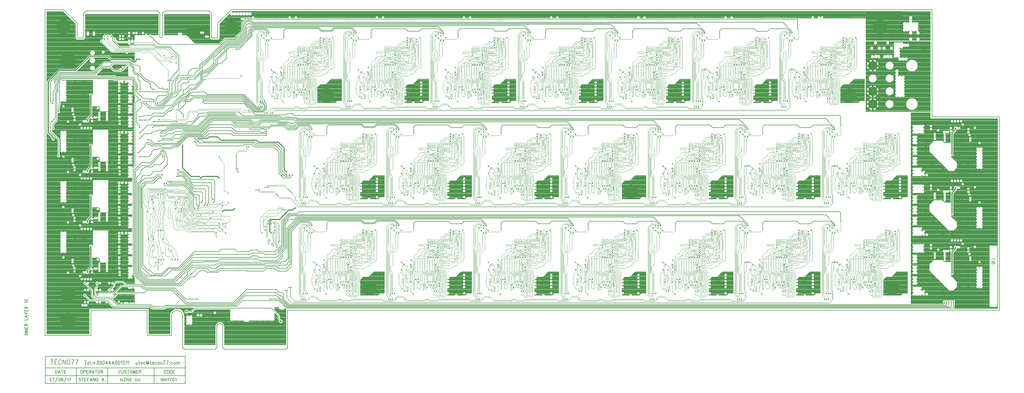
<source format=gbr>
%FSLAX35Y35*%
%MOIN*%
%SFA1.000B1.000*%

G04 Copyright (c) 2015-2018 in2H2 inc.
G04 System developed for in2H2 inc. by Intermotion Technology, Inc.
G04 
G04 Full system RTL, C sources and board design files available at https://github.com/nearist
G04 
G04 in2H2 inc. Team Members:
G04 - Chris McCormick - Algorithm Research and Design
G04 - Matt McCormick - Board Production, System Q/A
G04 
G04 Intermotion Technology Inc. Team Members:
G04 - Mick Fandrich - Project Lead
G04 - Dr. Ludovico Minati - Board Architecture and Design, FPGA Technology Advisor
G04 - Vardan Movsisyan - RTL Team Lead
G04 - Khachatur Gyozalyan - RTL Design
G04 - Tigran Papazyan - RTL Design
G04 - Taron Harutyunyan - RTL Design
G04 - Hayk Ghaltaghchyan - System Software
G04 
G04 Tecno77 S.r.l. Team Members:
G04 - Stefano Aldrigo, Board Layout Design
G04 
G04 We dedicate this project to the memory of Bruce McCormick, an AI pioneer
G04 and advocate, a good friend and father.
G04 
G04 These materials are provided free of charge: you can redistribute them and/or modify  
G04 them under the terms of the GNU General Public License as published by  
G04 the Free Software Foundation, version 3.
G04 
G04 These materials are distributed in the hope that they will be useful, but 
G04 WITHOUT ANY WARRANTY; without even the implied warranty of 
G04 MERCHANTABILITY or FITNESS FOR A PARTICULAR PURPOSE. See the GNU 
G04 General Public License for more details.
G04 In particular, this design should be treated as UNVERIFIED and UNCERTIFIED
G04 
G04 You should have received a copy of the GNU General Public License 
G04 along with this design. If not, see <http://www.gnu.org/licenses/>.

%FSLAX35Y35*%
%MOIN*%
%SFA1.000B1.000*%

%MIA0B0*%
%IPPOS*%
%ADD11C,0.00800*%
%ADD18C,0.20000*%
%ADD21C,0.12000*%
%ADD72C,0.00689*%
%ADD55C,0.01732*%
%ADD65C,0.00591*%
%ADD66C,0.02362*%
%ADD67C,0.01181*%
%ADD77C,0.00700*%
%ADD78C,0.18701*%
%ADD79C,0.00433*%
%ADD80C,0.01772*%
%ADD81C,0.00394*%
%ADD82C,0.02000*%
%LNlayer10.gbr*%
%LPD*%
G54D18*X129528Y136811D03*Y473011D03*G54D21*X1165354Y465354D03*Y432283D03*Y415748D03*G54D55*X435433Y466142D03*Y456693D03*X438583Y450394D03*Y466142D03*Y453543D03*X432283Y466142D03*X429134D03*X425984D03*Y481890D03*Y478740D03*X432283Y475591D03*X438583D03*Y472441D03*Y478740D03*X490551Y342126D03*Y332677D03*X493701Y326378D03*Y342126D03*Y329528D03*X487402Y342126D03*X484252D03*X481102D03*Y357874D03*Y354724D03*X487402Y351575D03*X493701D03*Y348425D03*Y354724D03*X490551Y218110D03*Y208661D03*X493701Y202362D03*Y218110D03*Y205512D03*X487402Y218110D03*X484252D03*X481102D03*Y233858D03*Y230709D03*X487402Y227559D03*X493701D03*Y224409D03*Y230709D03*X547638Y466142D03*Y456693D03*X550787Y450394D03*Y466142D03*Y453543D03*X544488Y466142D03*X541339D03*X538189D03*Y481890D03*Y478740D03*X544488Y475591D03*X550787D03*Y472441D03*Y478740D03*X602756Y342126D03*Y332677D03*X605906Y326378D03*Y342126D03*Y329528D03*X599606Y342126D03*X596457D03*X593307D03*Y357874D03*Y354724D03*X599606Y351575D03*X605906D03*Y348425D03*Y354724D03*X602756Y218110D03*Y208661D03*X605906Y202362D03*Y218110D03*Y205512D03*X599606Y218110D03*X596457D03*X593307D03*Y233858D03*Y230709D03*X599606Y227559D03*X605906D03*Y224409D03*Y230709D03*X659843Y466142D03*Y456693D03*X662992Y450394D03*Y466142D03*Y453543D03*X656693Y466142D03*X653543D03*X650394D03*Y481890D03*Y478740D03*X656693Y475591D03*X662992D03*Y472441D03*Y478740D03*X714961Y342126D03*Y332677D03*X718110Y326378D03*Y342126D03*Y329528D03*X711811Y342126D03*X708661D03*X705512D03*Y357874D03*Y354724D03*X711811Y351575D03*X718110D03*Y348425D03*Y354724D03*X714961Y218110D03*Y208661D03*X718110Y202362D03*Y218110D03*Y205512D03*X711811Y218110D03*X708661D03*X705512D03*Y233858D03*Y230709D03*X711811Y227559D03*X718110D03*Y224409D03*Y230709D03*X772047Y466142D03*Y456693D03*X775197Y450394D03*Y466142D03*Y453543D03*X768898Y466142D03*X765748D03*X762598D03*Y481890D03*Y478740D03*X768898Y475591D03*X775197D03*Y472441D03*Y478740D03*X827165Y342126D03*Y332677D03*X830315Y326378D03*Y342126D03*Y329528D03*X824016Y342126D03*X820866D03*X817717D03*Y357874D03*Y354724D03*X824016Y351575D03*X830315D03*Y348425D03*Y354724D03*X827165Y218110D03*Y208661D03*X830315Y202362D03*Y218110D03*Y205512D03*X824016Y218110D03*X820866D03*X817717D03*Y233858D03*Y230709D03*X824016Y227559D03*X830315D03*Y224409D03*Y230709D03*X884252Y466142D03*Y456693D03*X887402Y450394D03*Y466142D03*Y453543D03*X881102Y466142D03*X877953D03*X874803D03*Y481890D03*Y478740D03*X881102Y475591D03*X887402D03*Y472441D03*Y478740D03*X939370Y342126D03*Y332677D03*X942520Y326378D03*Y342126D03*Y329528D03*X936220Y342126D03*X933071D03*X929921D03*Y357874D03*Y354724D03*X936220Y351575D03*X942520D03*Y348425D03*Y354724D03*X939370Y218110D03*Y208661D03*X942520Y202362D03*Y218110D03*Y205512D03*X936220Y218110D03*X933071D03*X929921D03*Y233858D03*Y230709D03*X936220Y227559D03*X942520D03*Y224409D03*Y230709D03*X1108661Y466142D03*Y456693D03*X1111811Y450394D03*Y466142D03*Y453543D03*X1105512Y466142D03*X1102362D03*X1099213D03*Y481890D03*Y478740D03*X1105512Y475591D03*X1111811D03*Y472441D03*Y478740D03*X1163780Y342126D03*Y332677D03*X1166929Y326378D03*Y342126D03*Y329528D03*X1160630Y342126D03*X1157480D03*X1154331D03*Y357874D03*Y354724D03*X1160630Y351575D03*X1166929D03*Y348425D03*Y354724D03*X1163780Y218110D03*Y208661D03*X1166929Y202362D03*Y218110D03*Y205512D03*X1160630Y218110D03*X1157480D03*X1154331D03*Y233858D03*Y230709D03*X1160630Y227559D03*X1166929D03*Y224409D03*Y230709D03*X996457Y466142D03*Y456693D03*X999606Y450394D03*Y466142D03*Y453543D03*X993307Y466142D03*X990157D03*X987008D03*Y481890D03*Y478740D03*X993307Y475591D03*X999606D03*Y472441D03*Y478740D03*X1051575Y342126D03*Y332677D03*X1054724Y326378D03*Y342126D03*Y329528D03*X1048425Y342126D03*X1045276D03*X1042126D03*Y357874D03*Y354724D03*X1048425Y351575D03*X1054724D03*Y348425D03*Y354724D03*X1051575Y218110D03*Y208661D03*X1054724Y202362D03*Y218110D03*Y205512D03*X1048425Y218110D03*X1045276D03*X1042126D03*Y233858D03*Y230709D03*X1048425Y227559D03*X1054724D03*Y224409D03*Y230709D03*X248819Y300000D03*X239370Y281102D03*X231496Y277165D03*X251969Y288976D03*X239370D03*X237795Y292913D03*X233071Y288976D03*X248819Y252756D03*X239370Y233858D03*X251969Y241732D03*X239370D03*X237795Y245669D03*X233071Y241732D03*X245669Y252756D03*X251969D03*X245669Y300000D03*X251969D03*X151181Y169390D03*Y185138D03*X166929Y169390D03*Y185138D03*X182677Y176280D03*X296850Y164567D03*X389370D03*X435039Y171654D03*X437402D03*X411811Y175591D03*X409449D03*X416535Y179528D03*X414173D03*X435039Y164173D03*X432677Y171654D03*Y164173D03*X430315D03*X453937Y174803D03*X450787D03*X468110Y186614D03*X461811Y170866D03*X464961Y189764D03*X458661Y186614D03*X449213D03*X468110Y189764D03*X480709Y186614D03*X479134Y179921D03*X475984Y182677D03*X488583Y174803D03*X495276Y184646D03*X490157Y186614D03*X487008D03*X485433Y182677D03*X495276Y181496D03*X491732Y174803D03*X482283Y182677D03*X488583D03*X547244Y171654D03*X549606D03*X547244Y164173D03*X544882Y171654D03*Y164173D03*X542520D03*X566142Y174803D03*X562992D03*X580315Y186614D03*X574016Y170866D03*X577165Y189764D03*X570866Y186614D03*X561417D03*X580315Y189764D03*X592913Y186614D03*X600787Y174803D03*X599213Y186614D03*X597638Y182677D03*X591339Y179921D03*X594488Y182677D03*X600787D03*X588189D03*X607480Y184646D03*X602362Y186614D03*X607480Y181496D03*X603937Y174803D03*X673622Y186614D03*X678346Y174803D03*X675197D03*X659449Y171654D03*X661811D03*X659449Y164173D03*X657087Y171654D03*Y164173D03*X654724D03*X692520Y189764D03*X705118Y186614D03*X712992Y174803D03*X719685Y184646D03*X714567Y186614D03*X711417D03*X709843Y182677D03*X703543Y179921D03*X719685Y181496D03*X716142Y174803D03*X706693Y182677D03*X712992D03*X700394D03*X692520Y186614D03*X686220Y170866D03*X689370Y189764D03*X683071Y186614D03*X790551Y174803D03*X787402D03*X798425Y170866D03*X795276Y186614D03*X785827D03*X771654Y171654D03*X774016D03*X771654Y164173D03*X769291Y171654D03*Y164173D03*X766929D03*X804724Y186614D03*X801575Y189764D03*X804724D03*X817323Y186614D03*X825197Y174803D03*X831890Y184646D03*X826772Y186614D03*X823622D03*X822047Y182677D03*X815748Y179921D03*X831890Y181496D03*X828346Y174803D03*X818898Y182677D03*X825197D03*X812598D03*X879134Y164173D03*X916929Y189764D03*X902756Y174803D03*X899606D03*X916929Y186614D03*X910630Y170866D03*X913780Y189764D03*X907480Y186614D03*X898031D03*X883858Y171654D03*X886220D03*X883858Y164173D03*X881496Y171654D03*Y164173D03*X929528Y186614D03*X937402Y174803D03*X944094Y184646D03*X938976Y186614D03*X935827D03*X934252Y182677D03*X927953Y179921D03*X944094Y181496D03*X940551Y174803D03*X931102Y182677D03*X937402D03*X924803D03*X996063Y171654D03*X998425D03*X996063Y164173D03*X993701Y171654D03*Y164173D03*X991339D03*X1029134Y189764D03*X1014961Y174803D03*X1011811D03*X1029134Y186614D03*X1022835Y170866D03*X1025984Y189764D03*X1019685Y186614D03*X1010236D03*X1040157Y179921D03*X1037008Y182677D03*X1041732Y186614D03*X1049606Y174803D03*X1056299Y184646D03*X1051181Y186614D03*X1048031D03*X1046457Y182677D03*X1056299Y181496D03*X1052756Y174803D03*X1043307Y182677D03*X1049606D03*X1108268Y171654D03*X1110630D03*X1108268Y164173D03*X1105906Y171654D03*Y164173D03*X1103543D03*X1127165Y174803D03*X1124016D03*X1141339Y186614D03*X1135039Y170866D03*X1138189Y189764D03*X1131890Y186614D03*X1122441D03*X1141339Y189764D03*X1153937Y186614D03*X1160236D03*X1158661Y182677D03*X1152362Y179921D03*X1155512Y182677D03*X1149213D03*X1161811Y174803D03*X1168504Y184646D03*X1163386Y186614D03*X1168504Y181496D03*X1164961Y174803D03*X1161811Y182677D03*X1257480Y161024D03*X1269291D03*X1260433D03*X1263386D03*X1266339D03*X154626Y198917D03*X267323Y215354D03*X270866D03*X263780D03*X253150D03*X242520Y211811D03*X246063Y215354D03*Y211811D03*X249606Y215354D03*X452756Y202362D03*X446457D03*X459055Y214961D03*Y205512D03*Y208661D03*X446457Y211811D03*X449606Y208661D03*X558661Y202362D03*Y211811D03*X564961Y202362D03*X571260Y214961D03*Y205512D03*Y208661D03*X561811D03*X674016D03*X677165Y202362D03*X670866D03*Y211811D03*X683465Y214961D03*Y205512D03*Y208661D03*X789370Y202362D03*X783071D03*X795669Y214961D03*Y205512D03*Y208661D03*X783071Y211811D03*X786220Y208661D03*X901575Y202362D03*X895276D03*X907874Y214961D03*Y205512D03*Y208661D03*X895276Y211811D03*X898425Y208661D03*X1013780Y202362D03*X1007480D03*X1020079Y214961D03*Y205512D03*Y208661D03*X1007480Y211811D03*X1010630Y208661D03*X1001181Y211811D03*X1004331D03*X1119685Y202362D03*Y211811D03*X1113386D03*X1116535D03*X1125984Y202362D03*X1132283Y214961D03*Y205512D03*Y208661D03*X1122835D03*X1267323Y197441D03*X159055Y232874D03*X154626Y263878D03*X320472Y245669D03*Y249606D03*X312598Y269291D03*X304724Y261417D03*X332283Y257480D03*Y261417D03*Y249606D03*X328346Y261417D03*X324409Y257480D03*Y261417D03*X328346Y253543D03*X379528Y249606D03*X383465Y253543D03*Y257480D03*X398425Y234252D03*X395276Y261417D03*X398425Y231496D03*X395276Y257480D03*X391339Y265354D03*X400394Y237402D03*X391339Y261417D03*X387402Y239764D03*Y265354D03*Y235827D03*Y261417D03*X392126Y235433D03*X395276Y253543D03*X393701Y233465D03*X395276Y249606D03*X391339D03*X440157D03*X401969Y239370D03*X437008Y252756D03*X440157Y255906D03*X433858D03*X437008Y259055D03*X440157D03*X446457Y252756D03*X443307Y249606D03*Y259055D03*X502362Y232677D03*X509449Y240551D03*Y253150D03*Y250000D03*Y246850D03*Y243701D03*X513386Y251575D03*Y248425D03*X552362Y249606D03*X555512D03*X549213Y252756D03*X558661D03*X525197Y253150D03*X521260Y248425D03*Y251575D03*X552362Y255906D03*X546063D03*X549213Y259055D03*X552362D03*X555512D03*X637402Y253150D03*X614567Y232677D03*X621654Y240551D03*X633465Y248425D03*X621654Y253150D03*Y250000D03*Y246850D03*Y243701D03*X625591Y251575D03*X633465D03*X625591Y248425D03*X664567Y249606D03*X667717D03*X661417Y252756D03*X670866D03*X664567Y255906D03*X658268D03*X661417Y259055D03*X664567D03*X667717D03*X726772Y232677D03*X733858Y240551D03*X745669Y248425D03*X733858Y253150D03*Y250000D03*Y246850D03*Y243701D03*X737795Y251575D03*X745669D03*X737795Y248425D03*X749606Y253150D03*X776772Y249606D03*X779921D03*X773622Y252756D03*X783071D03*X776772Y255906D03*X770472D03*X773622Y259055D03*X776772D03*X779921D03*X838976Y232677D03*X861811Y253150D03*X846063Y240551D03*X857874Y248425D03*X846063Y253150D03*Y250000D03*Y246850D03*Y243701D03*X850000Y251575D03*X857874D03*X850000Y248425D03*X888976Y249606D03*X892126D03*X885827Y252756D03*X895276D03*X888976Y255906D03*X882677D03*X885827Y259055D03*X888976D03*X892126D03*X951181Y232677D03*X958268Y240551D03*Y253150D03*Y250000D03*Y246850D03*Y243701D03*X974016Y253150D03*X970079Y248425D03*X962205Y251575D03*X970079D03*X962205Y248425D03*X998031Y252756D03*X994882Y255906D03*X998031Y259055D03*X1001181Y249606D03*X1004331D03*X1007480Y252756D03*X1001181Y255906D03*Y259055D03*X1004331D03*X1063386Y232677D03*X1070472Y240551D03*Y253150D03*Y250000D03*Y246850D03*Y243701D03*X1074409Y251575D03*Y248425D03*X1086220Y253150D03*X1082283Y248425D03*Y251575D03*X1113386Y249606D03*X1110236Y252756D03*X1116535Y249606D03*X1119685Y252756D03*X1113386Y255906D03*X1107087D03*X1110236Y259055D03*X1113386D03*X1116535D03*X1198425Y253150D03*X1175591Y232677D03*X1182677Y240551D03*X1194488Y248425D03*X1182677Y253150D03*Y250000D03*Y246850D03*Y243701D03*X1186614Y251575D03*X1194488D03*X1186614Y248425D03*X1271752Y231398D03*X159055Y297835D03*X270866Y288976D03*X267717Y281102D03*X275591Y277165D03*Y280315D03*X272441Y292913D03*Y277165D03*X267717Y288976D03*X281496Y291339D03*Y294488D03*X300787Y273228D03*X316535Y277165D03*X304724Y285039D03*X316535Y288976D03*Y292913D03*X308661Y285039D03*X292913Y281102D03*X300787Y288976D03*X296850Y281102D03*Y285039D03*X336220Y288976D03*X328346D03*Y285039D03*X336220Y300787D03*X344094Y281102D03*X328346Y277165D03*X371654Y304724D03*X375591D03*X383465Y308661D03*X387402D03*X409843Y279134D03*X407480D03*X405118D03*X435039Y295669D03*X437402D03*X422835Y281890D03*X435039Y288189D03*X432677Y295669D03*Y288189D03*X430315D03*X453937Y298819D03*X450787D03*X461811Y294882D03*X479134Y303937D03*X475984Y306693D03*X488583Y298819D03*X495276Y308661D03*X485433Y306693D03*X495276Y305512D03*X491732Y298819D03*X482283Y306693D03*X488583D03*X547244Y295669D03*X549606D03*X547244Y288189D03*X544882Y295669D03*Y288189D03*X542520D03*X566142Y298819D03*X562992D03*X574016Y294882D03*X600787Y298819D03*X597638Y306693D03*X591339Y303937D03*X594488Y306693D03*X600787D03*X588189D03*X607480Y308661D03*Y305512D03*X603937Y298819D03*X678346D03*X675197D03*X659449Y295669D03*X661811D03*X659449Y288189D03*X657087Y295669D03*Y288189D03*X654724D03*X686220Y294882D03*X712992Y298819D03*X719685Y308661D03*X709843Y306693D03*X703543Y303937D03*X719685Y305512D03*X716142Y298819D03*X706693Y306693D03*X712992D03*X700394D03*X790551Y298819D03*X787402D03*X798425Y294882D03*X771654Y295669D03*X774016D03*X771654Y288189D03*X769291Y295669D03*Y288189D03*X766929D03*X825197Y298819D03*X831890Y308661D03*X822047Y306693D03*X815748Y303937D03*X831890Y305512D03*X828346Y298819D03*X818898Y306693D03*X825197D03*X812598D03*X879134Y288189D03*X902756Y298819D03*X899606D03*X910630Y294882D03*X883858Y295669D03*X886220D03*X883858Y288189D03*X881496Y295669D03*Y288189D03*X937402Y298819D03*X944094Y308661D03*X934252Y306693D03*X927953Y303937D03*X944094Y305512D03*X940551Y298819D03*X931102Y306693D03*X937402D03*X924803D03*X996063Y295669D03*X998425D03*X996063Y288189D03*X993701Y295669D03*Y288189D03*X991339D03*X1014961Y298819D03*X1011811D03*X1022835Y294882D03*X1040157Y303937D03*X1037008Y306693D03*X1049606Y298819D03*X1056299Y308661D03*X1046457Y306693D03*X1056299Y305512D03*X1052756Y298819D03*X1043307Y306693D03*X1049606D03*X1108268Y295669D03*X1110630D03*X1108268Y288189D03*X1105906Y295669D03*Y288189D03*X1103543D03*X1127165Y298819D03*X1124016D03*X1135039Y294882D03*X1158661Y306693D03*X1152362Y303937D03*X1155512Y306693D03*X1149213D03*X1161811Y298819D03*X1168504Y308661D03*Y305512D03*X1164961Y298819D03*X1161811Y306693D03*X1267323Y274213D03*X1271752Y308169D03*X117224Y349016D03*X154626Y328839D03*X229528Y311417D03*X222047Y348031D03*X269783Y322441D03*X271260Y331299D03*X246654Y320472D03*X273720Y327362D03*X249114Y320472D03*X271260Y327362D03*X251575Y324409D03*Y348031D03*X253543Y313386D03*X261024Y316142D03*X258268D03*X256299Y313386D03*X300787Y320472D03*X324409Y348031D03*Y320472D03*X348031Y328346D03*Y332283D03*X418898Y324409D03*X414961D03*X411024D03*Y328346D03*X452756Y326378D03*X446457D03*X468110Y310630D03*X459055Y338976D03*Y329528D03*X464961Y313780D03*X459055Y332677D03*X458661Y310630D03*X446457Y335827D03*X449213Y310630D03*X449606Y332677D03*X468110Y313780D03*X480709Y310630D03*X490157D03*X487008D03*X558661Y326378D03*Y335827D03*X564961Y326378D03*X571260Y338976D03*X580315Y310630D03*X571260Y329528D03*Y332677D03*X577165Y313780D03*X570866Y310630D03*X561811Y332677D03*X561417Y310630D03*X580315Y313780D03*X592913Y310630D03*X599213D03*X602362D03*X677165Y326378D03*X670866D03*Y335827D03*X674016Y332677D03*X673622Y310630D03*X692520Y313780D03*X683465Y338976D03*X692520Y310630D03*X683465Y329528D03*Y332677D03*X689370Y313780D03*X683071Y310630D03*X705118D03*X714567D03*X711417D03*X789370Y326378D03*X783071D03*X795669Y338976D03*Y329528D03*Y332677D03*X783071Y335827D03*X795276Y310630D03*X786220Y332677D03*X785827Y310630D03*X804724D03*X801575Y313780D03*X804724D03*X817323Y310630D03*X826772D03*X823622D03*X901575Y326378D03*X895276D03*X907874Y338976D03*X916929Y310630D03*X907874Y329528D03*Y332677D03*X913780Y313780D03*X895276Y335827D03*X907480Y310630D03*X898425Y332677D03*X898031Y310630D03*X916929Y313780D03*X929528Y310630D03*X938976D03*X935827D03*X1013780Y326378D03*X1007480D03*X1020079Y338976D03*X1029134Y310630D03*X1020079Y329528D03*Y332677D03*X1025984Y313780D03*X1007480Y335827D03*X1019685Y310630D03*X1010630Y332677D03*X1010236Y310630D03*X1029134Y313780D03*X1001181Y335827D03*X1004331D03*X1041732Y310630D03*X1051181D03*X1048031D03*X1119685Y326378D03*Y335827D03*X1113386D03*X1116535D03*X1125984Y326378D03*X1141339Y310630D03*X1132283Y338976D03*Y329528D03*X1138189Y313780D03*X1132283Y332677D03*X1131890Y310630D03*X1122441D03*X1122835Y332677D03*X1141339Y313780D03*X1153937Y310630D03*X1160236D03*X1163386D03*X110335Y384449D03*Y370669D03*X159055Y362795D03*X221654Y385433D03*X232382Y364272D03*Y369685D03*X220079Y352953D03*X222047Y378543D03*X238583Y385433D03*X222047Y371654D03*X246457Y367717D03*X277165Y362992D03*X249114Y354921D03*X251575D03*X249114Y350984D03*Y378543D03*X251575D03*X249114Y374606D03*X251575Y371654D03*X292913Y367717D03*X296850D03*X292913Y371654D03*X296850D03*X359449Y361024D03*X384646Y375591D03*Y377953D03*Y382677D03*Y380315D03*X362205Y361024D03*X440157Y373622D03*X437008Y376772D03*X440157Y379921D03*X433858D03*X437008Y383071D03*X440157D03*X446457Y376772D03*X443307Y373622D03*Y383071D03*X502362Y356693D03*X509449Y364567D03*Y377165D03*Y374016D03*Y370866D03*Y367717D03*X513386Y375591D03*Y372441D03*X552362Y373622D03*X555512D03*X549213Y376772D03*X558661D03*X525197Y377165D03*X521260Y372441D03*Y375591D03*X552362Y379921D03*X546063D03*X549213Y383071D03*X552362D03*X555512D03*X637402Y377165D03*X614567Y356693D03*X621654Y364567D03*X633465Y372441D03*X621654Y377165D03*Y374016D03*Y370866D03*Y367717D03*X625591Y375591D03*X633465D03*X625591Y372441D03*X664567Y373622D03*X667717D03*X661417Y376772D03*X670866D03*X664567Y379921D03*X658268D03*X661417Y383071D03*X664567D03*X667717D03*X749606Y377165D03*X726772Y356693D03*X733858Y364567D03*X745669Y372441D03*X733858Y377165D03*Y374016D03*Y370866D03*Y367717D03*X737795Y375591D03*X745669D03*X737795Y372441D03*X776772Y373622D03*X779921D03*X783071Y376772D03*X773622D03*X776772Y379921D03*X770472D03*X773622Y383071D03*X776772D03*X779921D03*X838976Y356693D03*X861811Y377165D03*X846063Y364567D03*X857874Y372441D03*X846063Y377165D03*Y374016D03*Y370866D03*Y367717D03*X850000Y375591D03*X857874D03*X850000Y372441D03*X888976Y373622D03*X892126D03*X885827Y376772D03*X895276D03*X888976Y379921D03*X882677D03*X885827Y383071D03*X888976D03*X892126D03*X951181Y356693D03*X958268Y364567D03*Y377165D03*Y374016D03*Y370866D03*Y367717D03*X974016Y377165D03*X970079Y372441D03*X962205Y375591D03*X970079D03*X962205Y372441D03*X998031Y376772D03*X994882Y379921D03*X998031Y383071D03*X1001181Y373622D03*X1004331D03*X1007480Y376772D03*X1001181Y379921D03*Y383071D03*X1004331D03*X1063386Y356693D03*X1070472Y364567D03*Y377165D03*Y374016D03*Y370866D03*Y367717D03*X1074409Y375591D03*Y372441D03*X1086220Y377165D03*X1082283Y372441D03*Y375591D03*X1113386Y373622D03*X1110236Y376772D03*X1116535Y373622D03*X1119685Y376772D03*X1113386Y379921D03*X1107087D03*X1110236Y383071D03*X1113386D03*X1116535D03*X1198425Y377165D03*X1175591Y356693D03*X1182677Y364567D03*X1194488Y372441D03*X1182677Y377165D03*Y374016D03*Y370866D03*Y367717D03*X1186614Y375591D03*X1194488D03*X1186614Y372441D03*X1267323Y350984D03*X1271752Y384941D03*X117224Y406102D03*X110335Y419882D03*X110236Y416535D03*X159055Y427756D03*X154626Y393799D03*X240157Y421260D03*X222441D03*X219685Y420866D03*X240256Y393307D03*X230315Y416929D03*X227165D03*X222047Y400000D03*Y395276D03*X269685Y408661D03*X246850Y395669D03*X274213Y409547D03*X278740Y419291D03*X278346Y399213D03*X269783Y393307D03*X247638Y417323D03*X244882D03*X242126D03*X303543Y418504D03*X306299Y421654D03*X303543D03*X282677Y419291D03*X362205Y407480D03*X363780Y405512D03*X379921Y419685D03*X382283D03*X390157Y403937D03*X392913D03*X383071D03*X385827D03*X398819Y422835D03*X395669D03*X379921Y412205D03*X377559Y419685D03*Y412205D03*X375197D03*X406693Y418898D03*X433465Y422835D03*X424016Y427953D03*X440157Y429528D03*X436614Y422835D03*X511024D03*X507874D03*X518898Y418898D03*X492126Y419685D03*X494488D03*X492126Y412205D03*X489764Y419685D03*Y412205D03*X487402D03*X545669Y422835D03*X536220Y427953D03*X552362Y429528D03*X548819Y422835D03*X599606Y412205D03*X623228Y422835D03*X620079D03*X631102Y418898D03*X604331Y419685D03*X606693D03*X604331Y412205D03*X601969Y419685D03*Y412205D03*X657874Y422835D03*X648425Y427953D03*X664567Y429528D03*X661024Y422835D03*X716535Y419685D03*X718898D03*X716535Y412205D03*X714173Y419685D03*Y412205D03*X711811D03*X735433Y422835D03*X732283D03*X743307Y418898D03*X760630Y427953D03*X770079Y422835D03*X776772Y429528D03*X773228Y422835D03*X828740Y419685D03*X831102D03*X828740Y412205D03*X826378Y419685D03*Y412205D03*X824016D03*X847638Y422835D03*X844488D03*X855512Y418898D03*X872835Y427953D03*X882283Y422835D03*X888976Y429528D03*X885433Y422835D03*X959843D03*X956693D03*X940945Y419685D03*X943307D03*X940945Y412205D03*X938583Y419685D03*Y412205D03*X936220D03*X967717Y418898D03*X994488Y422835D03*X985039Y427953D03*X997638Y422835D03*X1001181Y429528D03*X1053150Y419685D03*X1055512D03*X1072047Y422835D03*X1068898D03*X1079921Y418898D03*X1053150Y412205D03*X1050787Y419685D03*Y412205D03*X1048425D03*X1106693Y422835D03*X1097244Y427953D03*X1113386Y429528D03*X1109843Y422835D03*X113780Y444882D03*X240157Y435039D03*X222441D03*X262008Y446063D03*X258268D03*X268307Y456299D03*X257087Y431496D03*X257874Y435039D03*X268799Y468602D03*X305118Y447244D03*X352756Y452362D03*X397638Y450394D03*X391339D03*Y459843D03*X394094Y434646D03*X394488Y456693D03*X412992Y434646D03*X403937Y462992D03*Y453543D03*X409843Y437795D03*X403937Y456693D03*X403543Y434646D03*X412992Y437795D03*X425591Y434646D03*X440157Y432677D03*X435039Y434646D03*X431890D03*X430315Y430709D03*X427165D03*X433465D03*X420866D03*X509843Y450394D03*X503543D03*X516142Y462992D03*Y453543D03*Y456693D03*X503543Y459843D03*X515748Y434646D03*X506693Y456693D03*X506299Y434646D03*X525197Y437795D03*Y434646D03*X522047Y437795D03*X537795Y434646D03*X552362Y432677D03*X547244Y434646D03*X544094D03*X542520Y430709D03*X539370D03*X545669D03*X533071D03*X637402Y437795D03*X622047Y450394D03*X615748D03*X628346Y462992D03*X637402Y434646D03*X628346Y453543D03*Y456693D03*X634252Y437795D03*X615748Y459843D03*X627953Y434646D03*X618898Y456693D03*X618504Y434646D03*X650000D03*X664567Y432677D03*X659449Y434646D03*X656299D03*X654724Y430709D03*X651575D03*X657874D03*X645276D03*X749606Y437795D03*X734252Y450394D03*X727953D03*X740551Y462992D03*X749606Y434646D03*X740551Y453543D03*Y456693D03*X746457Y437795D03*X727953Y459843D03*X740157Y434646D03*X731102Y456693D03*X730709Y434646D03*X757480Y430709D03*X762205Y434646D03*X776772Y432677D03*X771654Y434646D03*X768504D03*X766929Y430709D03*X763780D03*X770079D03*X840157Y450394D03*Y459843D03*X846457Y450394D03*X852756Y462992D03*X861811Y434646D03*X852756Y453543D03*Y456693D03*X858661Y437795D03*X852362Y434646D03*X843307Y456693D03*X842913Y434646D03*X861811Y437795D03*X874409Y434646D03*X880709D03*X879134Y430709D03*X875984D03*X869685D03*X888976Y432677D03*X883858Y434646D03*X882283Y430709D03*X958661Y450394D03*X952362D03*Y459843D03*X955512Y456693D03*X955118Y434646D03*X946063Y459843D03*X949213D03*X974016Y437795D03*X964961Y462992D03*X974016Y434646D03*X964961Y453543D03*Y456693D03*X970866Y437795D03*X964567Y434646D03*X986614D03*X996063D03*X992913D03*X991339Y430709D03*X988189D03*X994488D03*X981890D03*X1001181Y432677D03*X1070866Y450394D03*X1064567D03*X1077165Y462992D03*Y453543D03*Y456693D03*X1064567Y459843D03*X1076772Y434646D03*X1067717Y456693D03*X1067323Y434646D03*X1058268Y459843D03*X1061417D03*X1086220Y434646D03*X1083071Y437795D03*X1086220D03*X1098819Y434646D03*X1113386Y432677D03*X1108268Y434646D03*X1105118D03*X1103543Y430709D03*X1100394D03*X1106693D03*X1094094D03*X189370Y499606D03*X172835Y496850D03*X184646Y503543D03*X176772D03*Y499606D03*X180709D03*Y503543D03*X235827D03*X222047Y473524D03*X220079D03*X218110D03*X253150Y478346D03*X263878Y476969D03*X262402Y470079D03*X268799Y477461D03*Y475000D03*X346063Y486614D03*X385039Y497638D03*X391339Y500787D03*X388189Y497638D03*X381890Y500787D03*X385039Y503937D03*X378740D03*X381890Y507087D03*X385039D03*X388189D03*X470079Y501181D03*X447244Y480709D03*X454331Y488583D03*X466142Y496457D03*X454331Y501181D03*Y498031D03*Y494882D03*Y491732D03*X458268Y499606D03*X466142D03*X458268Y496457D03*X497244Y497638D03*X500394D03*X494094Y500787D03*X503543D03*X497244Y503937D03*X490945D03*X494094Y507087D03*X497244D03*X500394D03*X559449Y480709D03*X582283Y501181D03*X566535Y488583D03*X578346Y496457D03*X566535Y501181D03*Y498031D03*Y494882D03*Y491732D03*X570472Y499606D03*X578346D03*X570472Y496457D03*X609449Y497638D03*X612598D03*X606299Y500787D03*X615748D03*X609449Y503937D03*X603150D03*X606299Y507087D03*X609449D03*X612598D03*X671654Y480709D03*X678740Y488583D03*Y501181D03*Y498031D03*Y494882D03*Y491732D03*X694488Y501181D03*X690551Y496457D03*X682677Y499606D03*X690551D03*X682677Y496457D03*X718504Y500787D03*X715354Y503937D03*X718504Y507087D03*X721654Y497638D03*X724803D03*X727953Y500787D03*X721654Y503937D03*Y507087D03*X724803D03*X783858Y480709D03*X790945Y488583D03*Y501181D03*Y498031D03*Y494882D03*Y491732D03*X794882Y499606D03*Y496457D03*X806693Y501181D03*X802756Y496457D03*Y499606D03*X833858Y497638D03*X837008D03*X830709Y500787D03*X840157D03*X833858Y503937D03*X827559D03*X830709Y507087D03*X833858D03*X837008D03*X918898Y501181D03*X896063Y480709D03*X903150Y488583D03*X914961Y496457D03*X903150Y501181D03*Y498031D03*Y494882D03*Y491732D03*X907087Y499606D03*X914961D03*X907087Y496457D03*X946063Y497638D03*X949213D03*X942913Y500787D03*X952362D03*X946063Y503937D03*X939764D03*X942913Y507087D03*X946063D03*X949213D03*X1031102Y501181D03*X1008268Y480709D03*X1015354Y488583D03*X1027165Y496457D03*X1015354Y501181D03*Y498031D03*Y494882D03*Y491732D03*X1019291Y499606D03*X1027165D03*X1019291Y496457D03*X1058268Y497638D03*X1055118Y500787D03*X1061417Y497638D03*X1064567Y500787D03*X1058268Y503937D03*X1051969D03*X1055118Y507087D03*X1058268D03*X1061417D03*X1120472Y480709D03*X1143307Y501181D03*X1127559Y488583D03*X1139370Y496457D03*X1127559Y501181D03*Y498031D03*Y494882D03*Y491732D03*X1131496Y499606D03*X1139370D03*X1131496Y496457D03*G54D66*X281890Y148425D03*X307283Y133465D03*Y137402D03*X291732D03*X295669D03*X303346D03*X295669Y133465D03*X303346D03*X291732D03*X354528Y135827D03*Y133071D03*X344685Y135827D03*Y133071D03*X332874Y135827D03*Y133071D03*X395866Y135827D03*Y133071D03*X387992Y135827D03*Y133071D03*X380118Y135827D03*Y133071D03*X372244Y135827D03*Y133071D03*X364370Y135827D03*Y133071D03*X403543Y135827D03*X407677D03*Y133071D03*X1277165Y180709D03*Y176772D03*Y172835D03*Y184646D03*Y188583D03*X1267323Y170374D03*X1242717Y184646D03*Y188583D03*X1256496Y178740D03*Y170866D03*Y174803D03*X1287992Y172835D03*X1281102Y176772D03*Y172835D03*X1285039D03*Y176772D03*X1287992D03*Y180709D03*Y184646D03*Y188583D03*X183661Y196457D03*Y204331D03*Y200394D03*Y218110D03*Y210236D03*Y214173D03*Y224016D03*Y227953D03*X1233858Y220079D03*Y212205D03*Y216142D03*Y202362D03*Y198425D03*Y206299D03*X1277165Y196457D03*X1273228D03*Y192520D03*X1277165D03*X1242717D03*X1287992D03*X149213Y233858D03*Y237795D03*X153150Y245669D03*X149213D03*X153150Y249606D03*X149213D03*X138386D03*X153150Y233858D03*Y237795D03*Y241732D03*X149213D03*X159055Y235827D03*X138386Y245669D03*Y241732D03*Y237795D03*X183661Y245669D03*Y241732D03*Y269291D03*Y261417D03*Y265354D03*Y231890D03*Y237795D03*X1277165Y257480D03*Y261417D03*Y249606D03*Y253543D03*X1273228Y269291D03*X1277165D03*Y265354D03*X1267323Y247146D03*X1242717Y265354D03*Y269291D03*Y261417D03*X1256496Y251575D03*Y247638D03*Y255512D03*X1287992Y261417D03*X1285039Y253543D03*X1281102D03*Y249606D03*X1285039D03*X1287992D03*Y253543D03*Y257480D03*Y265354D03*Y269291D03*X153150Y302756D03*Y306693D03*X149213D03*Y302756D03*X153150Y298819D03*X149213D03*X159055Y300787D03*X138386Y306693D03*Y302756D03*X183661Y283071D03*Y279134D03*Y275197D03*Y296850D03*Y288976D03*Y292913D03*Y302756D03*Y306693D03*X1233858Y292913D03*Y288976D03*Y296850D03*Y283071D03*Y275197D03*Y279134D03*X1277165Y273228D03*X1273228D03*X153150Y314567D03*Y310630D03*X149213Y314567D03*Y310630D03*X138386Y314567D03*Y310630D03*X183661Y334252D03*Y326378D03*Y310630D03*Y330315D03*Y348031D03*Y340157D03*Y344094D03*X1277165Y330315D03*Y326378D03*Y334252D03*Y338189D03*Y350000D03*X1273228D03*Y346063D03*X1277165D03*Y342126D03*X1267323Y323917D03*X1242717Y346063D03*Y342126D03*Y338189D03*X1256496Y328346D03*Y324409D03*Y332283D03*X1285039Y330315D03*X1281102D03*Y326378D03*X1285039D03*X1287992D03*Y330315D03*Y334252D03*Y338189D03*Y342126D03*Y346063D03*X153150Y379528D03*X149213D03*Y375591D03*X153150D03*X149213Y363780D03*X153150Y371654D03*X138386Y375591D03*Y379528D03*X153150Y363780D03*Y367717D03*X149213D03*Y371654D03*X159055Y366240D03*X138386Y371654D03*Y367717D03*X183661Y353937D03*Y361811D03*Y375591D03*Y371654D03*Y357874D03*Y367717D03*X1233858Y373622D03*Y365748D03*Y369685D03*Y359843D03*Y351969D03*Y355906D03*X153150Y428740D03*X149213D03*X183661Y391339D03*Y399213D03*Y395276D03*Y412992D03*Y405118D03*Y409055D03*Y426772D03*Y418898D03*Y422835D03*X1173819Y427756D03*X1161024Y423819D03*X1169882D03*X1173819D03*Y419882D03*Y415945D03*Y412008D03*X138386Y444488D03*X149213Y436614D03*X153150D03*Y432677D03*X149213D03*Y444488D03*X153150D03*Y440551D03*X149213D03*X159055Y430709D03*X138386Y440551D03*Y436614D03*Y432677D03*X178248Y460728D03*X174803D03*X178248Y453839D03*X174803D03*Y457283D03*X178248D03*X183661Y440551D03*Y432677D03*Y436614D03*X1173819Y431693D03*Y435630D03*Y460236D03*Y464173D03*Y469094D03*X1233858Y466142D03*Y462205D03*X1229921D03*Y466142D03*X1193504Y499606D03*X1197441Y503543D03*X1193504D03*Y507480D03*X1189567D03*Y503543D03*Y499606D03*X1197441D03*Y507480D03*X1227953Y503543D03*Y499606D03*X1233858Y489764D03*Y481890D03*Y477953D03*Y485827D03*Y474016D03*X1225984Y489764D03*X1229921D03*Y481890D03*Y477953D03*X1225984Y474016D03*X1229921Y485827D03*X1225984Y493701D03*X1229921Y474016D03*X1227953Y507480D03*X1233858Y470079D03*X1201378Y507480D03*Y503543D03*Y499606D03*X1229921Y470079D03*X1189567Y526181D03*X1193504D03*X1197441D03*X1227953Y511417D03*Y515354D03*X1233858Y526181D03*X1227953Y519291D03*X1229921Y526181D03*Y530118D03*X1233858D03*X1237795D03*Y526181D03*X1201378Y519291D03*Y511417D03*Y515354D03*G54D78*X123622D03*X340157D03*X1174803D03*X462205Y426772D03*X1135433D03*X853937Y302756D03*X517323Y178740D03*X1190551D03*X129528Y170866D03*G54D80*X155118Y169390D03*X200394Y178740D03*Y165945D03*Y168898D03*Y175787D03*X194980Y168898D03*Y184646D03*X203346Y178740D03*Y165945D03*Y168898D03*Y175787D03*X639370Y175984D03*X618898D03*X629134Y179921D03*Y183858D03*Y187795D03*X751575Y175984D03*X731102D03*X741339Y179921D03*Y183858D03*Y187795D03*X863780Y175984D03*X843307D03*X853543Y179921D03*Y183858D03*Y187795D03*X955512Y175984D03*X975984D03*X965748Y179921D03*Y183858D03*Y187795D03*X1067717Y175984D03*X1077953Y179921D03*Y183858D03*Y187795D03*X1088189Y175984D03*X145768Y225000D03*X149213D03*X153150Y218110D03*X156594Y210728D03*Y207283D03*X153150D03*X149213D03*X145768D03*Y214173D03*X149213D03*Y210728D03*X145768D03*X153150D03*Y214173D03*X156594D03*Y218110D03*Y225000D03*Y221555D03*X153150D03*X145768Y218110D03*X149213D03*Y221555D03*X145768D03*X153150Y225000D03*X123622Y212205D03*X202362Y192520D03*X629134Y191732D03*X741339D03*X853543D03*X965748D03*X1077953D03*X1280610Y212205D03*X1277165Y216142D03*X1280610D03*Y219587D03*X1277165D03*X1280610Y205315D03*X1277165D03*X1269783Y223031D03*X1273228D03*X1280610D03*X1277165D03*X1273228Y219587D03*X1269783D03*Y216142D03*X1273228D03*Y212205D03*X1269783D03*Y205315D03*Y208760D03*X1273228D03*X1277165Y212205D03*Y208760D03*X1280610D03*X1273228Y205315D03*X1302756Y218110D03*X202362Y257480D03*X1233858Y235827D03*X149213Y272244D03*X145768D03*Y275689D03*X149213Y279134D03*X145768D03*Y289961D03*X153150Y272244D03*X156594D03*X153150Y286516D03*X156594Y289961D03*Y286516D03*Y283071D03*Y279134D03*Y275689D03*X153150D03*Y279134D03*Y283071D03*X149213Y289961D03*Y275689D03*Y283071D03*Y286516D03*X145768Y283071D03*Y286516D03*X153150Y289961D03*X123622Y277165D03*X506693Y300000D03*X516929Y303937D03*Y307874D03*X527165Y300000D03*X639370D03*X618898D03*X629134Y303937D03*Y307874D03*X751575Y300000D03*X731102D03*X741339Y303937D03*Y307874D03*X955512Y300000D03*X975984D03*X965748Y303937D03*Y307874D03*X1067717Y300000D03*X1077953Y303937D03*Y307874D03*X1088189Y300000D03*X1200394D03*X1179921D03*X1190157Y303937D03*Y307874D03*X1280610Y292913D03*Y296358D03*Y299803D03*Y288976D03*X1277165Y292913D03*X1273228Y285531D03*X1269783Y282087D03*Y285531D03*X1273228Y296358D03*Y292913D03*Y288976D03*X1269783D03*Y292913D03*Y296358D03*Y299803D03*X1273228D03*X1277165D03*Y296358D03*Y288976D03*Y285531D03*X1273228Y282087D03*X1277165D03*X1280610D03*Y285531D03*X1302756Y294882D03*X145768Y337205D03*X156594Y340650D03*Y337205D03*X153150D03*X149213D03*Y340650D03*X156594Y344094D03*Y348031D03*X145768Y340650D03*Y348031D03*Y344094D03*X149213D03*X153150Y340650D03*Y344094D03*Y348031D03*X149213D03*X123622Y342126D03*X202362Y322441D03*X516929Y315748D03*Y311811D03*X629134D03*Y315748D03*X741339Y311811D03*Y315748D03*X965748Y311811D03*Y315748D03*X1077953Y311811D03*Y315748D03*X1190157Y311811D03*Y315748D03*X1233858Y312598D03*X145768Y354921D03*X149213D03*X156594Y351476D03*Y354921D03*X153150Y351476D03*X149213D03*X145768D03*X153150Y354921D03*X202362Y387402D03*X1233858Y389370D03*X1277165Y376575D03*X1280610D03*X1277165Y365748D03*Y362303D03*Y369685D03*Y373130D03*X1280610D03*Y369685D03*X1269783Y365748D03*Y362303D03*Y358858D03*X1280610D03*X1277165D03*X1273228Y362303D03*Y365748D03*Y369685D03*X1269783D03*X1273228Y376575D03*X1269783D03*Y373130D03*X1273228D03*X1280610Y365748D03*Y362303D03*X1273228Y358858D03*X1302756Y371654D03*X149213Y409055D03*X145768D03*Y405610D03*X149213D03*X145768Y402165D03*X149213D03*X145768Y412992D03*X149213Y419882D03*X145768D03*X153150Y416437D03*Y412992D03*Y409055D03*Y405610D03*Y402165D03*X156594D03*Y405610D03*Y409055D03*Y412992D03*Y416437D03*Y419882D03*X149213Y412992D03*Y416437D03*X145768D03*X153150Y419882D03*X123622Y407087D03*X584252Y424016D03*X563780D03*X574016Y427953D03*X675984Y424016D03*X696457D03*X686220Y427953D03*X788189Y424016D03*X798425Y427953D03*X808661Y424016D03*X900394D03*X910630Y427953D03*X920866Y424016D03*X1033071D03*X1012598D03*X1022835Y427953D03*X1220866Y401476D03*X1217323Y398327D03*X1226772Y401476D03*X1230315Y398327D03*X200394Y466142D03*X574016Y431890D03*Y435827D03*Y439764D03*X686220Y431890D03*Y435827D03*Y439764D03*X798425Y431890D03*Y435827D03*Y439764D03*X910630Y431890D03*Y435827D03*Y439764D03*X1022835Y431890D03*Y435827D03*Y439764D03*X170866Y507874D03*Y505512D03*X190551Y507874D03*Y505512D03*X178248Y472047D03*X203937Y491732D03*X214173Y473524D03*X202362Y507874D03*Y505512D03*X222047Y507874D03*Y505512D03*X211811Y481890D03*X214173Y479429D03*X211713Y475984D03*X244488Y505512D03*Y507874D03*X270079D03*X278740Y506299D03*X308661Y507874D03*X295276D03*X288189Y506693D03*X375591Y527362D03*X379528D03*X383465D03*X387402D03*X391339D03*X395276D03*X399213D03*X403150D03*X407087D03*X411024D03*X438583D03*X434646D03*X430709D03*X426772D03*X418898D03*X462205D03*X458268D03*X454331D03*X450394D03*X446457D03*X442520D03*X487795D03*X491732D03*X495669D03*X499606D03*X503543D03*X507480D03*X511417D03*X515354D03*X519291D03*X558661D03*X554724D03*X550787D03*X546850D03*X542913D03*X523228D03*X538976D03*X531102D03*X600000D03*X574409D03*X570472D03*X566535D03*X562598D03*X603937D03*X607874D03*X611811D03*X615748D03*X619685D03*X623622D03*X627559D03*X631496D03*X635433D03*X678740D03*X674803D03*X670866D03*X666929D03*X662992D03*X659055D03*X655118D03*X651181D03*X643307D03*X712205D03*X716142D03*X720079D03*X686614D03*X682677D03*X724016D03*X727953D03*X731890D03*X735827D03*X739764D03*X743701D03*X747638D03*X755512D03*X798819D03*X794882D03*X790945D03*X787008D03*X783071D03*X779134D03*X775197D03*X771260D03*X767323D03*X763386D03*X824409D03*X828346D03*X832283D03*X836220D03*X840157D03*X879528D03*X844094D03*X848031D03*X851969D03*X855906D03*X859843D03*X875591D03*X867717D03*X911024D03*X907087D03*X903150D03*X899213D03*X895276D03*X891339D03*X887402D03*X883465D03*X936614D03*X940551D03*X944488D03*X948425D03*X952362D03*X956299D03*X960236D03*X999606D03*X995669D03*X991732D03*X987795D03*X964173D03*X968110D03*X972047D03*X979921D03*X1023228D03*X1019291D03*X1015354D03*X1011417D03*X1007480D03*X1003543D03*X1048819D03*X1052756D03*X1056693D03*X1060630D03*X1064567D03*X1068504D03*X1072441D03*X1076378D03*X1080315D03*X1119685D03*X1115748D03*X1111811D03*X1107874D03*X1103937D03*X1084252D03*X1092126D03*X1135433D03*X1131496D03*X1127559D03*X1123622D03*G54D81*X1232874Y247676D03*X197441Y379487D03*X152854Y395432D03*Y200550D03*G54D11*X100000Y117717D02*G01Y537598D01*X123819*X141339Y520079*Y500924*X149606*Y533024*X152606Y536024*X244806*X247806Y533024*Y502762*Y502762D02*G75*G03X251406Y502762I1800D01*Y502762D02*G01Y533024D01*X254406Y536024*X311106*X314106Y533024*Y500924*X322441*Y520079*X339961Y537598*X1241732*Y399213*X1328346*Y150197*X412200*Y102000*X410200Y100000*X330750*X328750Y102000*Y129296*Y129295D02*G03X321250Y129295I-3750J26D01*Y129296D02*G01Y102000D01*X319250Y100000*X279200*X277200Y102000*Y142947*Y142946D02*G03X262800Y142946I-7200J51D01*Y142947D02*G01Y117717D01*X231300*Y150197*X159055*Y117717*X100000*X100551Y91004D02*G01X280551D01*Y56004*X100551*Y91004*Y76004D02*G01X280551D01*X100551Y66004D02*G01X280551D01*X140551Y76004D02*G01Y56004D01*X180551Y76004D02*G01Y56004D01*X240551Y76004D02*G01Y56004D01*X109042Y86441D02*G01Y80404D01*X107451Y86441D02*G01X110633D01*X112678D02*G01Y80404D01*Y86441D02*G01X115633D01*X112678Y83566D02*G01X114497D01*X112678Y80404D02*G01X115633D01*X121088Y85004D02*G01X120860Y85579D01*X120406Y86154*X119951Y86441*X119042*X118588Y86154*X118133Y85579*X117906Y85004*X117678Y84141*Y82704*X117906Y81841*X118133Y81266*X118588Y80691*X119042Y80404*X119951*X120406Y80691*X120860Y81266*X121088Y81841*X123133Y86441D02*G01Y80404D01*Y86441D02*G01X126315Y80404D01*Y86441D02*G01Y80404D01*X129724Y86441D02*G01X129269Y86154D01*X128815Y85579*X128588Y85004*X128360Y84141*Y82704*X128588Y81841*X128815Y81266*X129269Y80691*X129724Y80404*X130633*X131088Y80691*X131542Y81266*X131769Y81841*X131997Y82704*Y84141*X131769Y85004*X131542Y85579*X131088Y86154*X130633Y86441*X129724*X137224D02*G01X134951Y80404D01*X134042Y86441D02*G01X137224D01*X142451D02*G01X140178Y80404D01*X139269Y86441D02*G01X142451D01*X73878Y118117D02*G01X77946D01*X73878Y119548D02*G01X77946D01*X73878D02*G01X77946Y121776D01*X73878D02*G01X77946D01*X73878Y123207D02*G01X77946D01*X73878D02*G01X77946Y125435D01*X73878D02*G01X77946D01*X73878Y126867D02*G01X77946D01*X73878D02*G01Y128935D01*X75815Y126867D02*G01Y128139D01*X77946Y126867D02*G01Y128935D01*X73878Y130367D02*G01X77946D01*X73878D02*G01Y131798D01*X74071Y132276*X74265Y132435*X74653Y132594*X75040*X75428Y132435*X75621Y132276*X75815Y131798*Y130367*Y131480D02*G01X77946Y132594D01*X73878Y137685D02*G01X77946D01*Y139594*X73878Y142298D02*G01X77946Y141026D01*X73878Y142298D02*G01X77946Y143571D01*X76590Y141503D02*G01Y143094D01*X73878Y145003D02*G01X75815Y146276D01*X77946*X73878Y147548D02*G01X75815Y146276D01*X73878Y148980D02*G01X77946D01*X73878D02*G01Y151048D01*X75815Y148980D02*G01Y150253D01*X77946Y148980D02*G01Y151048D01*X73878Y152480D02*G01X77946D01*X73878D02*G01Y153912D01*X74071Y154389*X74265Y154548*X74653Y154707*X75040*X75428Y154548*X75621Y154389*X75815Y153912*Y152480*Y153594D02*G01X77946Y154707D01*X74653Y159798D02*G01X74459Y160117D01*X73878Y160594*X77946*X73878Y162980D02*G01X74071Y162503D01*X74653Y162185*X75621Y162026*X76203*X77171Y162185*X77753Y162503*X77946Y162980*Y163298*X77753Y163776*X77171Y164094*X76203Y164253*X75621*X74653Y164094*X74071Y163776*X73878Y163298*Y162980*G54D65*X1318565Y216339D02*G01X1322441D01*Y214728*X1319304Y213520D02*G01X1319119Y213252D01*X1318565Y212849*X1322441*X1318565Y210836D02*G01X1318750Y211238D01*X1319304Y211507*X1320226Y211641*X1320780*X1321703Y211507*X1322256Y211238*X1322441Y210836*Y210567*X1322256Y210165*X1321703Y209896*X1320780Y209762*X1320226*X1319304Y209896*X1318750Y210165*X1318565Y210567*Y210836*X222047Y348031D02*G01X233465D01*X237402Y351969*Y354331*X240157Y357087*X245276*X246457Y358268*X263780*X266142Y360630*X270866*X283661Y373425*X306890*X311024Y377559*X240521Y365354D02*G01X269685D01*X281890Y377559*X300394*X312205Y389370*X240521Y365354D02*G01X236191Y369685D01*X232382*X238583Y363780D02*G01X270079D01*X282480Y376181*X302165*X311417Y385433*X238583Y363780D02*G01X235827Y366535D01*X231299*X220079Y352953D02*G01X228740Y361614D01*Y363976*X231299Y366535*X250394Y359843D02*G01X262205D01*X264567Y362205*X270472*X283071Y374803*X303937*X310630Y381496*X250394Y359843D02*G01X248425Y361811D01*X237106*X234646Y364272*X232382*X364961Y382677D02*G01X377165D01*X377953Y383465*X364961Y382677D02*G01X361417Y386220D01*X344094*X340945Y389370*X312205*X378346Y379134D02*G01X381496D01*X382677Y380315*X384646*X378346Y379134D02*G01X377165Y380315D01*X345669*X340551Y385433*X311417*X384646Y375591D02*G01X341732D01*X339764Y377559*X311024*X384646Y377953D02*G01X343701D01*X340157Y381496*X310630*X384646Y382677D02*G01X382677D01*X381890Y383465*X377953*X274213Y409547D02*G01X280709Y416043D01*Y419685*X282283Y421260*X286614*X290551Y425197*X278740Y419291D02*G01X286220Y426772D01*X278346Y399213D02*G01Y401950D01*X271752Y408545*Y415846*X278346Y422441*X279921*X288189Y430709*X296457*X297244Y431496*X305512*X278346Y399213D02*G01Y401950D01*X271752Y408545*Y415846*X278346Y422441*X279921*X288189Y430709*X296457*X297244Y431496*X282677Y419291D02*G01X287008D01*X291339Y423622*X380231Y406693D02*G01X370079D01*X355118Y421654*X306299*X380231Y406693D02*G01X383465Y409927D01*Y414567*X379921Y418110*Y419685*X370079Y406693D02*G01X380231D01*X383465Y409927*Y414567*X379921Y418110*Y419685*X370079Y406693D02*G01X355118Y421654D01*X306299*X381102Y405512D02*G01X369291D01*X355118Y419685*X305512*X303543Y421654*X381102Y405512D02*G01X385039Y409449D01*Y415748*X382283Y418504*Y419685*X371654Y409055D02*G01X376772D01*X379921Y412205*X371654Y409055D02*G01X355512Y425197D01*X290551*X370866Y407874D02*G01X379134D01*X382283Y411024*Y413780*X377559Y418504*Y419685*X370866Y407874D02*G01X355118Y423622D01*X291339*X372441Y410236D02*G01X375591D01*X377559Y412205*X372441Y410236D02*G01X355906Y426772D01*X286220*X375197Y412205D02*G01X372441D01*X356299Y428346*X308661*X305512Y431496*X375197Y412205D02*G01X372441D01*X356299Y428346*X308661*X305512Y431496*X297244*G54D67*X154626Y198917D02*G01Y201378D01*X159055Y205807*Y232874*X1267323Y197441D02*G01Y224508D01*X1271752Y228937*Y231398*X154626Y263878D02*G01Y266339D01*X159055Y270768*Y297835*X391339Y249606D02*G01X389370Y251575D01*Y266535*X390157Y267323*X401969*X413780Y279134*X418504*X421260Y281890*X422835*X328346Y277165D02*G01X330315Y279134D01*X342126*X344094Y281102*X1267323Y274213D02*G01Y301280D01*X1271752Y305709*Y308169*X154626Y328839D02*G01Y331299D01*X159055Y335728*Y362795*X300787Y320472D02*G01X298819Y322441D01*X288189*X277165Y333465*Y362992*X300787Y320472D02*G01X302756Y322441D01*X322441*X324409Y320472D02*G01X322441Y322441D01*X411024Y328346D02*G01X407874Y331496D01*Y359055*X400394Y366535*X375197*X372441Y369291*X326378*X322047Y373622*X110335Y370669D02*G01Y372736D01*X104331Y378740*Y444882*X118504Y459055*X139370*X157874Y477559*X296850Y371654D02*G01X309055D01*X311024Y373622*X322047*X1267323Y350984D02*G01Y378051D01*X1271752Y382480*Y384941*X154626Y393799D02*G01Y396260D01*X159055Y400689*Y427756*X212598Y470079D02*G01X215600D01*X216929Y471407*Y472343*X218110Y473524*X212598Y470079D02*G01X209449Y473228D01*X185039*X180709Y477559*X157874*X222047Y473524D02*G01X220079D01*X218110*G54D72*X281890Y148425D02*G01X288500D01*X292831Y152756*X403543Y135827D02*G01X400787Y138583D01*Y143307*X391339Y152756*X292831*X166535Y166929D02*G01X188189D01*X193701Y172441*X227559*X230709Y175591*X166535Y166929D02*G01X164173Y169291D01*Y177953*X166929Y180709*Y185138*X188189Y166929D02*G01X166535D01*X164173Y169291*Y177953*X166929Y180709*Y185138*X188189Y166929D02*G01X193701Y172441D01*X227559*X230709Y175591*X263780*X166929Y169390D02*G01X169980Y172441D01*X188976*X197835Y181299*X223031*X182677Y176280D02*G01X184350Y177953D01*X185138*X188583Y181398*Y183661*X191535Y186614*X200295*X182677Y176280D02*G01X184350Y177953D01*X185138*X188583Y181398*Y183661*X191535Y186614*X237795Y152756D02*G01X253543D01*X255906Y155118*X346457*X353937Y162598*X237795Y152756D02*G01X235433Y155118D01*X187795*X179921Y162992*X157579*X151181Y169390*X238287Y155118D02*G01X252756D01*X254331Y156693*X344882*X357087Y168898*X238287Y155118D02*G01X236319Y157087D01*X192913*X185039Y164961*X164173*X160236Y168898*Y176083*X151181Y185138*X228346Y181890D02*G01X275591D01*X286614Y192913*X291339*X299606Y201181*X228346Y181890D02*G01X213386Y196850D01*Y333858*X215748Y336220*Y416929*X219685Y420866*X253543Y152756D02*G01X237795D01*X235433Y155118*X187795*X179921Y162992*X157579*X151181Y169390*X253543Y152756D02*G01X255906Y155118D01*X346457*X353937Y162598*X401181*X252756Y155118D02*G01X238287D01*X236319Y157087*X192913*X185039Y164961*X164173*X160236Y168898*Y176083*X151181Y185138*X252756Y155118D02*G01X254331Y156693D01*X344882*X357087Y168898*X398819*X265354Y189764D02*G01X232283D01*X221260Y200787*Y312992*X228740Y320472*X240157*X244094Y324409*X251575*X265354Y189764D02*G01X289764Y214173D01*X323228*X325197Y216142*X373228*X266535Y188189D02*G01X231496D01*X219685Y200000*Y313780*X224016Y318110*Y321654*X225984Y323622*X235039*X240551Y329134*X249213*X257874Y337795*Y346063*X255906Y348031*Y353150*X252362Y356693*X266535Y188189D02*G01X290157Y211811D01*X302756*X303543Y212598*X325591*X267717Y186614D02*G01X230709D01*X218110Y199213*Y321654*X223228Y326772*Y329528*X228346Y334646*X237795*X240551Y337402*X248031*X253740Y343110*Y352756*X251575Y354921*X267717Y186614D02*G01X289370Y208268D01*X318504*X320079Y209843*X383071*X384252Y211024*X403150*X405118Y212992*X409055*X412598Y216535*Y254331*X425886Y267618*X661417*X272441Y185039D02*G01X229921D01*X216535Y198425*Y329134*X223622Y336220*X234350*X249114Y350984*X272441Y185039D02*G01X283465Y196063D01*Y199016*X290157Y205709*X312008*X273819Y183465D02*G01X229134D01*X214961Y197638*Y330709*X224409Y340157*X235827*X248425Y352756*X273819Y183465D02*G01X285827Y195472D01*X287205*X295669Y203937*X308268*X281102Y158268D02*G01X343701D01*X358268Y172835*X281102Y158268D02*G01X263780Y175591D01*X230709*X296850Y164567D02*G01X281102D01*X266929Y178740*X227953*X223622Y183071*X203839*X200295Y186614*X296850Y164567D02*G01X281102D01*X266929Y178740*X227953*X223622Y183071*X203839*X200295Y186614*X191535*X342520Y159843D02*G01X282677D01*X265354Y177165*X227165*X223031Y181299*X342520Y159843D02*G01X359449Y176772D01*X397638*X343701Y158268D02*G01X281102D01*X263780Y175591*X343701Y158268D02*G01X358268Y172835D01*X398031*X411024Y152756D02*G01X1268086D01*X1269291Y153962*Y161024*X411024Y152756D02*G01X401181Y162598D01*X353937*X413386Y156299D02*G01X1259227D01*X1260433Y157505*Y161024*X413386Y156299D02*G01X405709Y163976D01*Y167717*X404528Y168898*X401969*X398031Y172835*Y172835D02*G01X358268D01*X412598Y155118D02*G01X1262180D01*X1263386Y156324*Y161024*X412598Y155118D02*G01X398819Y168898D01*X357087*X411811Y153937D02*G01X1265133D01*X1266339Y155143*Y161024*X411811Y153937D02*G01X401181Y164567D01*X389370*X1256275Y157480D02*G01X414173D01*X407087Y164567*Y171260*X405512Y172835*X401575*X397638Y176772*X1256275Y157480D02*G01X1257480Y158686D01*Y161024*X1268086Y152756D02*G01X411024D01*X401181Y162598*X1268086Y152756D02*G01X1269291Y153962D01*Y161024*X1259227Y156299D02*G01X413386D01*X405709Y163976*Y167717*X404528Y168898*X401969*X398031Y172835*X1259227Y156299D02*G01X1260433Y157505D01*Y161024*X1262180Y155118D02*G01X412598D01*X398819Y168898*X1262180Y155118D02*G01X1263386Y156324D01*Y161024*X1265133Y153937D02*G01X411811D01*X401181Y164567*X389370*X1265133Y153937D02*G01X1266339Y155143D01*Y161024*X250591Y197244D02*G01X239764D01*X235039Y201969*X232283*X225984Y208268*Y282087*X225197Y282874*Y307087*X229528Y311417*X250591Y197244D02*G01X258268Y204921D01*X271457*X292520Y225984*X324409*X327165Y228740*X344392*X251181Y195669D02*G01X234646D01*X224409Y205906*Y281594*X224016Y281988*Y308661*X229528Y314173*X240354*X246654Y320472*X251181Y195669D02*G01X259055Y203543D01*X272835*X291339Y222047*X363386*X365354Y224016*X381496*X255118Y194094D02*G01X230315D01*X222835Y201575*Y310236*X228740Y316142*X238583*X244882Y322441*X255118Y194094D02*G01X262992Y201969D01*X274016*X290157Y218110*X364173*X366142Y220079*X373228*X308661Y198819D02*G01X322441D01*X324803Y201181*X308661Y198819D02*G01X306299Y201181D01*X299606*X360630Y200394D02*G01X381420D01*X384963Y203937*X360630Y200394D02*G01X359843Y201181D01*X324803*X320866Y204331D02*G01X313386D01*X312008Y205709*X320866Y204331D02*G01X324803Y208268D01*X410236*X414173Y212205*Y253543*X426870Y266240*X507776*X320866Y200394D02*G01X311811D01*X308268Y203937*X320866Y200394D02*G01X324409Y203937D01*X343392*X343785Y204331*X382283*X384252Y206299*X398425*X396457Y225984D02*G01X375197D01*X373228Y227953*X396457Y225984D02*G01X404724Y234252D01*Y265354*X414173Y274803*X424409*X426772Y277165*X1122835*X362992Y225984D02*G01X347148D01*X344392Y228740*X362992Y225984D02*G01X364961Y227953D01*X373228*X399640Y200394D02*G01X411024D01*X417323Y206693*Y251969*X428839Y263484*X399640Y200394D02*G01X396097Y203937D01*X384963*X396850Y222047D02*G01X383465D01*X381496Y224016*X396850Y222047D02*G01X400000Y225197D01*Y226772*X406299Y233071*Y264567*X414862Y273130*X434646*X398031Y218110D02*G01X375197D01*X373228Y220079*X398031Y218110D02*G01X401575Y221654D01*Y225984*X407874Y232283*Y263780*X415846Y271752*X993898*X398425Y214173D02*G01X375197D01*X373228Y216142*X398425Y214173D02*G01X403543Y219291D01*Y225197*X409449Y231102*Y262992*X413780Y267323*X420866*X423917Y270374*X430709*X377953Y211811D02*G01X326378D01*X325591Y212598*X377953Y211811D02*G01X378740Y212598D01*X400394*X405512Y217717*Y224803*X411024Y230315*Y255118*X424902Y268996*X772343*X410630Y204331D02*G01X400394D01*X398425Y206299*X410630Y204331D02*G01X415748Y209449D01*Y252756*X427854Y264862*X440157*X441732Y260531D02*G01X438780Y263484D01*X428839*X462598Y253150D02*G01Y262598D01*X464862Y264862*X443307Y259055D02*G01Y261713D01*X440157Y264862*X510433Y261417D02*G01X524213D01*X527657Y264862*X510433Y261417D02*G01X506988Y264862D01*X464862*X553937Y260531D02*G01X549606Y264862D01*X527657*X523425Y262795D02*G01X511220D01*X507776Y266240*X523425Y262795D02*G01X526870Y266240D01*X550591*X555512Y259055D02*G01Y261319D01*X550591Y266240*X574803Y253150D02*G01Y262598D01*X577067Y264862*X622638Y261417D02*G01X636417D01*X639862Y264862*X622638Y261417D02*G01X619193Y264862D01*X577067*X666142Y260531D02*G01X661811Y264862D01*X639862*X667717Y259055D02*G01Y261319D01*X662795Y266240*X661417Y267618*X687008Y253150D02*G01Y262598D01*X689272Y264862*X734843Y261417D02*G01X748622D01*X752067Y264862*X734843Y261417D02*G01X731398Y264862D01*X689272*X799213Y253150D02*G01Y262598D01*X801476Y264862*X778346Y260531D02*G01X774016Y264862D01*X752067*X779921Y259055D02*G01Y261319D01*X775000Y266240*Y266339*X772343Y268996*X847047Y261417D02*G01X860827D01*X864272Y264862*X847047Y261417D02*G01X843602Y264862D01*X801476*X911417Y253150D02*G01Y262598D01*X913681Y264862*X890551Y260531D02*G01X886220Y264862D01*X864272*X892126Y259055D02*G01Y261319D01*X883071Y270374*X430709*X959252Y261417D02*G01X973031D01*X976476Y264862*X959252Y261417D02*G01X955807Y264862D01*X913681*X1023622Y253150D02*G01Y262598D01*X1025886Y264862*X1002756Y260531D02*G01X998425Y264862D01*X976476*X1004331Y259055D02*G01Y261319D01*X993898Y271752*X1071457Y261417D02*G01X1085236D01*X1088681Y264862*X1071457Y261417D02*G01X1068012Y264862D01*X1025886*X1114961Y260531D02*G01X1110630Y264862D01*X1088681*X1116535Y259055D02*G01Y261319D01*X1104724Y273130*X434646*X1124409Y263780D02*G01Y264961D01*X1123622Y265748*Y276378*X1122835Y277165*X304724Y285039D02*G01X306693Y287008D01*Y305118*X305118Y306693*X292520*X276772Y322441*X269783*X316535Y288976D02*G01X318504Y290945D01*Y317298*X317298Y318504*X287795*X277165Y329134*X272441*X271260Y330315*Y331299*X316535Y292913D02*G01X314567Y294882D01*Y313361*X313361Y314567*X289370*X276575Y327362*X273720*X308661Y285039D02*G01Y286614D01*X310630Y288583*Y309055*X309055Y310630*X290945*X277559Y324016*X272441*X271260Y325197*Y327362*X292913Y281102D02*G01X290945Y283071D01*Y296850*X285433Y302362*Y304331*X279134Y310630*X254724*X253543Y311811*Y313386*X300787Y288976D02*G01X302756Y290945D01*Y301181*X301181Y302756*X291339*X290157Y303937*Y306693*X280709Y316142*X261024*X296850Y281102D02*G01Y282677D01*X298819Y284646*Y297244*X297244Y298819*X292520*X288583Y302756*Y305906*X280315Y314173*X260236*X258268Y316142*X296850Y285039D02*G01X294882Y287008D01*Y294685*X287008Y302559*Y305118*X279921Y312205*X257480*X256299Y313386*X117224Y349016D02*G01Y370571D01*X107480Y380315*Y391732*X113386Y397638*Y430315*X114961Y431890*Y442913*X116142Y444094*Y447244*X120472Y451575*X189764*X249114Y320472D02*G01Y321752D01*X248425Y322441*X244882*X251575Y348031D02*G01Y351181D01*X250000Y352756*X248425*X414961Y320472D02*G01X407087D01*X401181Y326378*Y353937*X394488Y360630*X369685*X366535Y363780*X414961Y320472D02*G01X418898Y324409D01*X409055Y322441D02*G01X412992D01*X414961Y324409*X409055Y322441D02*G01X403150Y328346D01*Y355906*X396457Y362598*X371260*X368110Y365748*X298819*X296850Y367717*X411024Y324409D02*G01X405118Y330315D01*Y357874*X398425Y364567*X372441*X369685Y367323*X303937*X301575Y369685*X294882*X292913Y371654*X110335Y384449D02*G01Y390256D01*X114961Y394882*Y429134*X116535Y430709*Y442520*X117323Y443307*Y446457*X120866Y450000*X188583*X221654Y385433D02*G01Y388189D01*X217717Y392126*Y405778*X224409Y412471*Y417717*X225591Y418898*X240945*X243701Y421654*Y424016*X246457Y426772*X255906*X259055Y429921*Y432677*X260236Y433858*Y446989*X266003Y452756*Y454081*X266089*X268307Y456299*X222047Y378543D02*G01X232480Y388976D01*X261024*X262598Y390551*X281496*X284252Y393307*X290551*X296063Y398819*Y401181*X299213Y404331*X308661*X309843Y405512*X349606*X238583Y385433D02*G01X240551Y387402D01*X253937*X261811*X263386Y388976*X288583*X299803Y400197*X306890*X310630Y403937*X344094*X222047Y371654D02*G01X227953Y377559D01*X236220*X239124Y380463*X244094*X245915Y382283*X254331*X257480Y385433*X262205*X264173Y387402*X296457*X311417Y402362*X343307*X246457Y367717D02*G01X248819D01*X250787Y369685*X263780*X265748Y371654*X273228*X281102Y379528*X300394*X315354Y394488*X249114Y354921D02*G01Y355020D01*X250787Y356693*X252362*X249114Y378543D02*G01Y379921D01*X249902Y380709*X255118*X258268Y383858*X262992*X264961Y385827*X297244*X312205Y400787*X342520*X251575Y378543D02*G01X255315D01*X259055Y382283*X263780*X265748Y384252*X298031*X312992Y399213*X341732*X249114Y374606D02*G01X254921D01*X257874Y377559*X264961*X267913Y380512*X275787*X277953Y382677*X298819*X313780Y397638*X340945*X251575Y371654D02*G01X262795D01*X267717Y376575*X275394*X279921Y381102*X299606*X314567Y396063*X340157*X355118Y361811D02*G01X295766D01*X294882Y362696*Y365748*X292913Y367717*X355118Y361811D02*G01X357087Y363780D01*X366535*X365567Y385039D02*G01X389370D01*X391831Y387500*X365567Y385039D02*G01X362418Y388189D01*X345669*X339370Y394488*X315354*X375591Y388583D02*G01X367028D01*X363484Y392126*X346457*X340945Y397638*X375591Y388583D02*G01X379528Y392520D01*X398031*X388287Y386614D02*G01X366535D01*X362992Y390157*X346063*X340157Y396063*X388287Y386614D02*G01X390551Y388878D01*X408957*X412303Y382677D02*G01X422835D01*X427657Y387500*X412303Y382677D02*G01X407480Y387500D01*X391831*X420472Y387402D02*G01X415748D01*X411516Y391634*X401280*X398819Y394094*X420472Y387402D02*G01X424705Y391634D01*X426772*X421260Y385827D02*G01X414665D01*X410236Y390256*X400295*X398031Y392520*X421260Y385827D02*G01X425689Y390256D01*X507776*X422047Y384252D02*G01X413583D01*X408957Y388878*X422047Y384252D02*G01X426673Y388878D01*X440157*X441732Y384547D02*G01X438780Y387500D01*X427657*X462598Y377165D02*G01Y386614D01*X464862Y388878*X443307Y383071D02*G01Y385728D01*X440157Y388878*X510433Y385433D02*G01X524213D01*X527657Y388878*X510433Y385433D02*G01X506988Y388878D01*X464862*X553937Y384547D02*G01X549606Y388878D01*X527657*X523425Y386811D02*G01X511220D01*X507776Y390256*X523425Y386811D02*G01X526870Y390256D01*X550591*X555512Y383071D02*G01Y385335D01*X550591Y390256*X574803Y377165D02*G01Y386614D01*X577067Y388878*X622638Y385433D02*G01X636417D01*X639862Y388878*X622638Y385433D02*G01X619193Y388878D01*X577067*X666142Y384547D02*G01X661811Y388878D01*X639862*X667717Y383071D02*G01Y385335D01*X662795Y390256*X661417Y391634*X426772*X687008Y377165D02*G01Y386614D01*X689272Y388878*X734843Y385433D02*G01X748622D01*X752067Y388878*X734843Y385433D02*G01X731398Y388878D01*X689272*X778346Y384547D02*G01X774016Y388878D01*X752067*X799213Y377165D02*G01Y386614D01*X801476Y388878*X779921Y383071D02*G01Y385335D01*X775000Y390256*Y390354*X772343Y393012*X428740*X847047Y385433D02*G01X860827D01*X864272Y388878*X847047Y385433D02*G01X843602Y388878D01*X801476*X911417Y377165D02*G01Y386614D01*X913681Y388878*X890551Y384547D02*G01X886220Y388878D01*X864272*X892126Y383071D02*G01Y385335D01*X883071Y394390*X430709*X959252Y385433D02*G01X973031D01*X976476Y388878*X959252Y385433D02*G01X955807Y388878D01*X913681*X1023622Y377165D02*G01Y386614D01*X1025886Y388878*X1002756Y384547D02*G01X998425Y388878D01*X976476*X1004331Y383071D02*G01Y385335D01*X993898Y395768*X432677*X1071457Y385433D02*G01X1085236D01*X1088681Y388878*X1071457Y385433D02*G01X1068012Y388878D01*X1025886*X1114961Y384547D02*G01X1110630Y388878D01*X1088681*X1116535Y383071D02*G01Y385335D01*X1104724Y397146*X434646*X1124409Y387795D02*G01Y388976D01*X1123622Y389764*Y400394*X1122835Y401181*X420472*X418110Y403543*X117224Y406102D02*G01Y412746D01*X118504Y414026*Y445669*X121260Y448425*X187402*X110335Y419882D02*G01Y431594D01*X113386Y434646*Y442520*X111811Y444094*Y447244*X119685Y455118*X163780*X173228Y464567*X183858*X187795Y468504*X110236Y416535D02*G01X107087Y419685D01*Y444882*X118898Y456693*X162992*X175591Y469291*X185039*X185827Y470079*X209449*X240157Y421260D02*G01X238189D01*X236785Y422664*X226942*X217323Y432283*Y440945*X214567Y443701*Y446850*X212598Y448819*X189764*X188583Y450000*X222441Y421260D02*G01X215748Y427953D01*Y440157*X213189Y442717*Y445866*X211811Y447244*X188583*X187402Y448425*X240256Y393307D02*G01X269783D01*X222047Y400000D02*G01X226378D01*X227559Y401181*X236319*X239272Y404134*X253346*X260236Y411024*X261811*X279528Y428740*X281102*X282824Y430462*Y431643*X287402Y436220*X292520*X301772Y445472*Y452953*X304724Y455906*X309449*X322047Y468504*Y472835*X332338Y483125*Y485881*X337008Y490551*X348819*X363780Y505512*Y510236*X367815Y514272*X369685*X222047Y395276D02*G01X234350D01*X239272Y400197*X252559*X259055Y406693*X261811*X264272Y409154*Y410728*X278740Y425197*X281102*X285039Y429134*Y431102*X288583Y434646*X293307*X303150Y444488*Y450787*X304331Y451969*X307874*X324409Y468504*X327362*X333858Y475000*Y485039*X337795Y488976*X349606*X364961Y504331*Y509055*X368799Y512894*X385039*X249213Y414961D02*G01X245669D01*X244882Y415748*Y417323*X249213Y414961D02*G01X265354Y431102D01*X266535*X268110Y432677*Y436614*X267323Y437402*Y444882*X272047Y449606*X282677*X285827Y452756*X291339*X293701Y455118*Y456693*X296063Y459055*X297638*X300394Y461811*Y464764*X304823Y469193*X306201*X333858Y496850*X345669*X356693Y507874*Y518898*X361024Y523228*X362992*X250000Y413386D02*G01X244094D01*X242126Y415354*Y417323*X250000Y413386D02*G01X265748Y429134D01*X267717*X271260Y432677*Y443307*X275377Y447424*X282857*X285827Y450394*X293307*X302362Y459449*Y463919*X304585Y466142*X305512*X334646Y495276*X346457*X358268Y507087*Y516787*X360772Y519291*X363780*X250394Y411417D02*G01X235827D01*X230315Y416929*X250394Y411417D02*G01X263780Y424803D01*X267323*X270866Y428346*Y429921*X275197Y434252*Y440157*X278346Y443307*X283858*X285039Y444488*Y446457*X286614Y448031*X292913*X303937Y459055*X307874*X317323Y468504*Y475591*X335433Y493701*X347244*X359843Y506299*Y513780*X361417Y515354*X364173*X365846Y517028*X373622*X250787Y409449D02*G01X234646D01*X227165Y416929*X250787Y409449D02*G01X255564Y414225D01*X262568*X274721Y426378*X275197*X278346Y429528*Y433858*X279528Y435039*X281496*X287008Y440551*X294488*X300394Y446457*Y453543*X304331Y457480*X308661*X319685Y468504*Y472835*X330854Y484004*Y486760*X336220Y492126*X348031*X361983Y506078*Y510802*X366831Y515650*X371654*X247638Y417323D02*G01X250787Y420472D01*X252362*X261417Y429528*X261811*X263386Y431102*Y443428*Y443428D02*G01X272124Y452165D01*X282087*X284646Y454724*Y457087*X289370Y461811*X297638*X298819Y462992*Y465945*X304626Y471752*X306398*X333071Y498425*X344882*X355118Y508661*Y519685*X360039Y524606*X363976*X374409Y392520D02*G01X368110D01*X364961Y395669*X347638*X342520Y400787*X374409Y392520D02*G01X377559Y395669D01*X399606*X375197Y390551D02*G01X367323D01*X363780Y394094*X346850*X341732Y399213*X375197Y390551D02*G01X378740Y394094D01*X398819*X410236Y401969D02*G01X370866D01*X356299Y416535*X305512*X303543Y418504*X410236Y401969D02*G01X411811Y403543D01*X418110*X434646Y397146D02*G01X425197D01*X423524Y398819*X403543*X401969Y400394*X354724*X349606Y405512*X432677Y395768D02*G01X424409D01*X422933Y397244*X402756*X401181Y398819*X349213*X344094Y403937*X430709Y394390D02*G01X422047D01*X420768Y395669*X401969*X400394Y397244*X348425*X343307Y402362*X421161Y391339D02*G01X414665D01*X412992Y393012*X402264*X399606Y395669*X421161Y391339D02*G01X422835Y393012D01*X428740*X113780Y444882D02*G01Y446850D01*X120472Y453543*X164567*X174016Y462992*X184646*X198819Y459055D02*G01X188583D01*X184646Y462992*X198819Y459055D02*G01X205906Y466142D01*X209449*X240157Y435039D02*G01X238583D01*X235827Y437795*Y440945*X231890Y444882*X229546*X218916Y455512*X217323*X214567Y458268*Y462992*X209055Y468504*X187795*X222441Y435039D02*G01Y444882D01*X219685Y447638*Y452756*X218504Y453937*X216142*X213386Y456693*Y462205*X209449Y466142*X268307Y456299D02*G01X271654Y459646D01*Y478346*X260630Y489370*X242520*X240157Y491732*X211024*X257087Y431496D02*G01X222047D01*X218898Y434646*Y441732*X215748Y444882*Y448031*X213386Y450394*X190945*X189764Y451575*X257874Y435039D02*G01X252657D01*X251575Y436122*X246654*X238287Y444488*X235433*X233071Y446850*X230315*X222441Y454724*Y462992*X219685Y465748*X213780*X209449Y470079*X195276Y489370D02*G01X208661D01*X211024Y491732*X195276Y489370D02*G01X187008Y497638D01*Y501181*X184646Y503543*X324409Y492520D02*G01X246850D01*X235827Y503543*X324409Y492520D02*G01X331890Y500000D01*X344094*X353543Y509449*Y520472*X359252Y526181*X365157*X346063Y486614D02*G01X349606D01*X366486Y503494*Y508219*X369783Y511516*X346063Y486614D02*G01X349606D01*X366486Y503494*Y508219*X369783Y511516*X383661*X386614Y508563*X369783Y511516D02*G01X383661D01*X386614Y508563*X388189Y507087D02*G01Y509744D01*X385039Y512894*X407480Y501181D02*G01Y510630D01*X409744Y512894*X455315Y509449D02*G01X469094D01*X472539Y512894*X455315Y509449D02*G01X451870Y512894D01*X409744*X519685Y501181D02*G01Y510630D01*X521949Y512894*X498819Y508563D02*G01X494488Y512894D01*X472539*X500394Y507087D02*G01Y509350D01*X495472Y514272*X567520Y509449D02*G01X581299D01*X584744Y512894*X567520Y509449D02*G01X564075Y512894D01*X521949*X631890Y501181D02*G01Y510630D01*X634154Y512894*X611024Y508563D02*G01X606693Y512894D01*X584744*X612598Y507087D02*G01Y509350D01*X607677Y514272*X606299Y515650*X371654*X679724Y509449D02*G01X693504D01*X696949Y512894*X679724Y509449D02*G01X676280Y512894D01*X634154*X744094Y501181D02*G01Y510630D01*X746358Y512894*X723228Y508563D02*G01X718898Y512894D01*X696949*X724803Y507087D02*G01Y509350D01*X719882Y514272*Y514370*X717224Y517028*X373622*X791929Y509449D02*G01X805709D01*X809154Y512894*X791929Y509449D02*G01X788484Y512894D01*X746358*X835433Y508563D02*G01X831102Y512894D01*X809154*X837008Y507087D02*G01Y509350D01*X827953Y518406*X375591*X856299Y501181D02*G01Y510630D01*X858563Y512894*X904134Y509449D02*G01X917913D01*X921358Y512894*X904134Y509449D02*G01X900689Y512894D01*X858563*X947638Y508563D02*G01X943307Y512894D01*X921358*X949213Y507087D02*G01Y509350D01*X938780Y519783*X377559*X968504Y501181D02*G01Y510630D01*X970768Y512894*X1016339Y509449D02*G01X1030118D01*X1033563Y512894*X1016339Y509449D02*G01X1012894Y512894D01*X970768*X1059843Y508563D02*G01X1055512Y512894D01*X1033563*X1061417Y507087D02*G01Y509350D01*X1049606Y521161*X379528*X367421*X363976Y524606*X377559Y519783D02*G01X366437D01*X362992Y523228*X375591Y518406D02*G01X364665D01*X363780Y519291*X468307Y510827D02*G01X456102D01*X452657Y514272*X369685*X468307Y510827D02*G01X471752Y514272D01*X495472*X1069291Y511811D02*G01Y512992D01*X1068504Y513780*Y524409*X1067717Y525197*X366142*X365157Y526181*G54D77*X113401Y72988D02*G01Y68854D01*Y72988D02*G01X114515D01*X114992Y72791*X115310Y72398*X115469Y72004*X115628Y71413*Y70429*X115469Y69838*X115310Y69445*X114992Y69051*X114515Y68854*X113401*X118333Y72988D02*G01X117060Y68854D01*X118333Y72988D02*G01X119606Y68854D01*X117538Y70232D02*G01X119128D01*X122151Y72988D02*G01Y68854D01*X121038Y72988D02*G01X123265D01*X124697D02*G01Y68854D01*Y72988D02*G01X126765D01*X124697Y71020D02*G01X125969D01*X124697Y68854D02*G01X126765D01*X106140Y62004D02*G01Y62201D01*X106299Y62595*X106458Y62791*X106776Y62988*X107413*X107731Y62791*X107890Y62595*X108049Y62201*Y61807*X107890Y61413*X107572Y60823*X105981Y58854*X108208*X111867Y62988D02*G01X110276Y58854D01*X109640Y62988D02*G01X111867D01*X116163Y63776D02*G01X113299Y57476D01*X118549Y62988D02*G01X118072Y62791D01*X117753Y62201*X117594Y61216*Y60626*X117753Y59641*X118072Y59051*X118549Y58854*X118867*X119344Y59051*X119663Y59641*X119822Y60626*Y61216*X119663Y62201*X119344Y62791*X118867Y62988*X118549*X123163Y62398D02*G01X123003Y62791D01*X122526Y62988*X122208*X121731Y62791*X121413Y62201*X121253Y61216*Y60232*X121413Y59445*X121731Y59051*X122208Y58854*X122367*X122844Y59051*X123163Y59445*X123322Y60035*Y60232*X123163Y60823*X122844Y61216*X122367Y61413*X122208*X121731Y61216*X121413Y60823*X121253Y60232*X127617Y63776D02*G01X124753Y57476D01*X129049Y62201D02*G01X129367Y62398D01*X129844Y62988*Y58854*X133503Y62988D02*G01X131913Y58854D01*X131276Y62988D02*G01X133503D01*X196935D02*G01Y58854D01*X198367Y61610D02*G01Y58854D01*Y60823D02*G01X198844Y61413D01*X199163Y61610*X199640*X199958Y61413*X200117Y60823*Y58854*X201708Y62004D02*G01Y62201D01*X201867Y62595*X202026Y62791*X202344Y62988*X202981*X203299Y62791*X203458Y62595*X203617Y62201*Y61807*X203458Y61413*X203140Y60823*X201549Y58854*X203776*X205208Y62988D02*G01Y58854D01*X207435Y62988D02*G01Y58854D01*X205208Y61020D02*G01X207435D01*X209026Y62004D02*G01Y62201D01*X209185Y62595*X209344Y62791*X209663Y62988*X210299*X210617Y62791*X210776Y62595*X210935Y62201*Y61807*X210776Y61413*X210458Y60823*X208867Y58854*X211094*X216185Y62988D02*G01Y58854D01*X217617Y61610D02*G01Y58854D01*Y60823D02*G01X218094Y61413D01*X218413Y61610*X218890*X219208Y61413*X219367Y60823*Y58854*X222708Y61020D02*G01X222390Y61413D01*X222072Y61610*X221594*X221276Y61413*X220958Y61020*X220799Y60429*Y60035*X220958Y59445*X221276Y59051*X221594Y58854*X222072*X222390Y59051*X222708Y59445*X255788Y72004D02*G01X255628Y72398D01*X255310Y72791*X254992Y72988*X254356*X254038Y72791*X253719Y72398*X253560Y72004*X253401Y71413*Y70429*X253560Y69838*X253719Y69445*X254038Y69051*X254356Y68854*X254992*X255310Y69051*X255628Y69445*X255788Y69838*X258174Y72988D02*G01X257856Y72791D01*X257538Y72398*X257378Y72004*X257219Y71413*Y70429*X257378Y69838*X257538Y69445*X257856Y69051*X258174Y68854*X258810*X259128Y69051*X259447Y69445*X259606Y69838*X259765Y70429*Y71413*X259606Y72004*X259447Y72398*X259128Y72791*X258810Y72988*X258174*X261197D02*G01Y68854D01*Y72988D02*G01X262310D01*X262788Y72791*X263106Y72398*X263265Y72004*X263424Y71413*Y70429*X263265Y69838*X263106Y69445*X262788Y69051*X262310Y68854*X261197*X264856Y72988D02*G01Y68854D01*Y72988D02*G01X266924D01*X264856Y71020D02*G01X266128D01*X264856Y68854D02*G01X266924D01*X197288Y72004D02*G01X197128Y72398D01*X196810Y72791*X196492Y72988*X195856*X195538Y72791*X195219Y72398*X195060Y72004*X194901Y71413*Y70429*X195060Y69838*X195219Y69445*X195538Y69051*X195856Y68854*X196492*X196810Y69051*X197128Y69445*X197288Y69838*X198719Y72988D02*G01Y70035D01*X198878Y69445*X199197Y69051*X199674Y68854*X199992*X200469Y69051*X200788Y69445*X200947Y70035*Y72988*X204606Y72398D02*G01X204288Y72791D01*X203810Y72988*X203174*X202697Y72791*X202378Y72398*Y72004*X202538Y71610*X202697Y71413*X203015Y71216*X203969Y70823*X204288Y70626*X204447Y70429*X204606Y70035*Y69445*X204288Y69051*X203810Y68854*X203174*X202697Y69051*X202378Y69445*X207151Y72988D02*G01Y68854D01*X206038Y72988D02*G01X208265D01*X210651D02*G01X210333Y72791D01*X210015Y72398*X209856Y72004*X209697Y71413*Y70429*X209856Y69838*X210015Y69445*X210333Y69051*X210651Y68854*X211288*X211606Y69051*X211924Y69445*X212083Y69838*X212242Y70429*Y71413*X212083Y72004*X211924Y72398*X211606Y72791*X211288Y72988*X210651*X213674D02*G01Y68854D01*Y72988D02*G01X214947Y68854D01*X216219Y72988D02*G01X214947Y68854D01*X216219Y72988D02*G01Y68854D01*X217651Y72988D02*G01Y68854D01*Y72988D02*G01X219719D01*X217651Y71020D02*G01X218924D01*X217651Y68854D02*G01X219719D01*X221151Y72988D02*G01Y68854D01*Y72988D02*G01X222583D01*X223060Y72791*X223219Y72595*X223378Y72201*Y71807*X223219Y71413*X223060Y71216*X222583Y71020*X221151*X222265D02*G01X223378Y68854D01*X146856Y72988D02*G01X146538Y72791D01*X146219Y72398*X146060Y72004*X145901Y71413*Y70429*X146060Y69838*X146219Y69445*X146538Y69051*X146856Y68854*X147492*X147810Y69051*X148128Y69445*X148288Y69838*X148447Y70429*Y71413*X148288Y72004*X148128Y72398*X147810Y72791*X147492Y72988*X146856*X149878D02*G01Y68854D01*Y72988D02*G01X151310D01*X151788Y72791*X151947Y72595*X152106Y72201*Y71610*X151947Y71216*X151788Y71020*X151310Y70823*X149878*X153538Y72988D02*G01Y68854D01*Y72988D02*G01X155606D01*X153538Y71020D02*G01X154810D01*X153538Y68854D02*G01X155606D01*X157038Y72988D02*G01Y68854D01*Y72988D02*G01X158469D01*X158947Y72791*X159106Y72595*X159265Y72201*Y71807*X159106Y71413*X158947Y71216*X158469Y71020*X157038*X158151D02*G01X159265Y68854D01*X161969Y72988D02*G01X160697Y68854D01*X161969Y72988D02*G01X163242Y68854D01*X161174Y70232D02*G01X162765D01*X165788Y72988D02*G01Y68854D01*X164674Y72988D02*G01X166901D01*X169288D02*G01X168969Y72791D01*X168651Y72398*X168492Y72004*X168333Y71413*Y70429*X168492Y69838*X168651Y69445*X168969Y69051*X169288Y68854*X169924*X170242Y69051*X170560Y69445*X170719Y69838*X170878Y70429*Y71413*X170719Y72004*X170560Y72398*X170242Y72791*X169924Y72988*X169288*X172310D02*G01Y68854D01*Y72988D02*G01X173742D01*X174219Y72791*X174378Y72595*X174538Y72201*Y71807*X174378Y71413*X174219Y71216*X173742Y71020*X172310*X173424D02*G01X174538Y68854D01*X249515Y62988D02*G01Y58854D01*X250947Y62988D02*G01Y58854D01*Y62988D02*G01X253174Y58854D01*Y62988D02*G01Y58854D01*X254606Y62988D02*G01Y58854D01*X256833Y62988D02*G01Y58854D01*X254606Y61020D02*G01X256833D01*X258265Y62201D02*G01X258583Y62398D01*X259060Y62988*Y58854*X262719Y62988D02*G01X261128Y58854D01*X260492Y62988D02*G01X262719D01*X265106D02*G01X264628Y62791D01*X264310Y62201*X264151Y61216*Y60626*X264310Y59641*X264628Y59051*X265106Y58854*X265424*X265901Y59051*X266219Y59641*X266378Y60626*Y61216*X266219Y62201*X265901Y62791*X265424Y62988*X265106*X267810Y62201D02*G01X268128Y62398D01*X268606Y62988*Y58854*X145969Y62398D02*G01X145651Y62791D01*X145174Y62988*X144538*X144060Y62791*X143742Y62398*Y62004*X143901Y61610*X144060Y61413*X144378Y61216*X145333Y60823*X145651Y60626*X145810Y60429*X145969Y60035*Y59445*X145651Y59051*X145174Y58854*X144538*X144060Y59051*X143742Y59445*X148515Y62988D02*G01Y58854D01*X147401Y62988D02*G01X149628D01*X151060D02*G01Y58854D01*Y62988D02*G01X153128D01*X151060Y61020D02*G01X152333D01*X151060Y58854D02*G01X153128D01*X154560Y62988D02*G01Y58854D01*Y62988D02*G01X156628D01*X154560Y61020D02*G01X155833D01*X159333Y62988D02*G01X158060Y58854D01*X159333Y62988D02*G01X160606Y58854D01*X158538Y60232D02*G01X160128D01*X162038Y62988D02*G01Y58854D01*Y62988D02*G01X164265Y58854D01*Y62988D02*G01Y58854D01*X166651Y62988D02*G01X166333Y62791D01*X166015Y62398*X165856Y62004*X165697Y61413*Y60429*X165856Y59838*X166015Y59445*X166333Y59051*X166651Y58854*X167288*X167606Y59051*X167924Y59445*X168083Y59838*X168242Y60429*Y61413*X168083Y62004*X167924Y62398*X167606Y62791*X167288Y62988*X166651*X174606D02*G01X173333Y58854D01*X174606Y62988D02*G01X175878Y58854D01*X173810Y60232D02*G01X175401D01*X177469Y59248D02*G01X177310Y59051D01*X177469Y58854*X177628Y59051*X177469Y59248*X152094Y84816D02*G01Y80354D01*X150901Y84816D02*G01X153288D01*X154822Y82054D02*G01X156867D01*Y82479*X156697Y82904*X156526Y83116*X156185Y83329*X155674*X155333Y83116*X154992Y82691*X154822Y82054*Y81629*X154992Y80991*X155333Y80566*X155674Y80354*X156185*X156526Y80566*X156867Y80991*X158401Y84816D02*G01Y80354D01*X160106Y83329D02*G01X159935Y83116D01*X160106Y82904*X160276Y83116*X160106Y83329*Y80779D02*G01X159935Y80566D01*X160106Y80354*X160276Y80566*X160106Y80779*X163344Y84179D02*G01Y80354D01*X161810Y82266D02*G01X164878D01*X166753Y84816D02*G01X168628D01*X167606Y83116*X168117*X168458Y82904*X168628Y82691*X168799Y82054*Y81629*X168628Y80991*X168288Y80566*X167776Y80354*X167265*X166753Y80566*X166583Y80779*X166413Y81204*X172549Y83329D02*G01X172378Y82691D01*X172038Y82266*X171526Y82054*X171356*X170844Y82266*X170503Y82691*X170333Y83329*Y83541*X170503Y84179*X170844Y84604*X171356Y84816*X171526*X172038Y84604*X172378Y84179*X172549Y83329*Y82266*X172378Y81204*X172038Y80566*X171526Y80354*X171185*X170674Y80566*X170503Y80991*X175106Y84816D02*G01X174594Y84604D01*X174253Y83966*X174083Y82904*Y82266*X174253Y81204*X174594Y80566*X175106Y80354*X175447*X175958Y80566*X176299Y81204*X176469Y82266*Y82904*X176299Y83966*X175958Y84604*X175447Y84816*X175106*X179708D02*G01X178003Y81841D01*X180560*X179708Y84816D02*G01Y80354D01*X183799Y84816D02*G01X182094Y81841D01*X184651*X183799Y84816D02*G01Y80354D01*X187890Y84816D02*G01X186185Y81841D01*X188742*X187890Y84816D02*G01Y80354D01*X192322Y84179D02*G01X192151Y84604D01*X191640Y84816*X191299*X190788Y84604*X190447Y83966*X190276Y82904*Y81841*X190447Y80991*X190788Y80566*X191299Y80354*X191469*X191981Y80566*X192322Y80991*X192492Y81629*Y81841*X192322Y82479*X191981Y82904*X191469Y83116*X191299*X190788Y82904*X190447Y82479*X190276Y81841*X195049Y84816D02*G01X194538Y84604D01*X194197Y83966*X194026Y82904*Y82266*X194197Y81204*X194538Y80566*X195049Y80354*X195390*X195901Y80566*X196242Y81204*X196413Y82266*Y82904*X196242Y83966*X195901Y84604*X195390Y84816*X195049*X197947Y83966D02*G01X198288Y84179D01*X198799Y84816*Y80354*X202549Y84816D02*G01X200844D01*X200674Y82904*X200844Y83116*X201356Y83329*X201867*X202378Y83116*X202719Y82691*X202890Y82054*X202719Y81629*X202549Y80991*X202208Y80566*X201697Y80354*X201185*X200674Y80566*X200503Y80779*X200333Y81204*X204424Y83966D02*G01X204765Y84179D01*X205276Y84816*Y80354*X206810Y83966D02*G01X207151Y84179D01*X207663Y84816*Y80354*X217038Y83329D02*G01Y81204D01*X217208Y80566*X217549Y80354*X218060*X218401Y80566*X218913Y81204*Y83329D02*G01Y80354D01*X220958Y84816D02*G01Y81204D01*X221128Y80566*X221469Y80354*X221810*X220447Y83329D02*G01X221640D01*X223344Y82054D02*G01X225390D01*Y82479*X225219Y82904*X225049Y83116*X224708Y83329*X224197*X223856Y83116*X223515Y82691*X223344Y82054*Y81629*X223515Y80991*X223856Y80566*X224197Y80354*X224708*X225049Y80566*X225390Y80991*X228969Y82691D02*G01X228628Y83116D01*X228288Y83329*X227776*X227435Y83116*X227094Y82691*X226924Y82054*Y81629*X227094Y80991*X227435Y80566*X227776Y80354*X228288*X228628Y80566*X228969Y80991*X232719Y80566D02*G01X232038D01*X231185Y80779*X230844Y81204*X230503Y82054*Y83116*X230844Y84179*X231185Y84604*X232719*X233231Y84179*X233572Y83541*X233742Y82479*X233572Y81629*X233401Y81416*X232719Y81204D02*G01X232549Y81416D01*Y83541*Y83116D02*G01X232208Y83329D01*X231867*X231526Y83116*X231356Y82691*Y82266*X231526Y81841*X231867Y81629*X232208*X232549Y81841*X232719Y81204D02*G01X233231D01*X233401Y81416*X235788Y84816D02*G01Y81204D01*X235958Y80566*X236299Y80354*X236640*X235276Y83329D02*G01X236469D01*X238174Y82054D02*G01X240219D01*Y82479*X240049Y82904*X239878Y83116*X239538Y83329*X239026*X238685Y83116*X238344Y82691*X238174Y82054*Y81629*X238344Y80991*X238685Y80566*X239026Y80354*X239538*X239878Y80566*X240219Y80991*X243799Y82691D02*G01X243458Y83116D01*X243117Y83329*X242606*X242265Y83116*X241924Y82691*X241753Y82054*Y81629*X241924Y80991*X242265Y80566*X242606Y80354*X243117*X243458Y80566*X243799Y80991*X245333Y83329D02*G01Y80354D01*Y82479D02*G01X245844Y83116D01*X246185Y83329*X246697*X247038Y83116*X247208Y82479*Y80354*X249594Y83329D02*G01X249253Y83116D01*X248913Y82691*X248742Y82054*Y81629*X248913Y80991*X249253Y80566*X249594Y80354*X250106*X250447Y80566*X250788Y80991*X250958Y81629*Y82054*X250788Y82691*X250447Y83116*X250106Y83329*X249594*X254878Y84816D02*G01X253174Y80354D01*X252492Y84816D02*G01X254878D01*X258799D02*G01X257094Y80354D01*X256413Y84816D02*G01X258799D01*X260503Y80779D02*G01X260333Y80566D01*X260503Y80354*X260674Y80566*X260503Y80779*X264253Y82691D02*G01X263913Y83116D01*X263572Y83329*X263060*X262719Y83116*X262378Y82691*X262208Y82054*Y81629*X262378Y80991*X262719Y80566*X263060Y80354*X263572*X263913Y80566*X264253Y80991*X266640Y83329D02*G01X266299Y83116D01*X265958Y82691*X265788Y82054*Y81629*X265958Y80991*X266299Y80566*X266640Y80354*X267151*X267492Y80566*X267833Y80991*X268003Y81629*Y82054*X267833Y82691*X267492Y83116*X267151Y83329*X266640*X269538D02*G01Y80354D01*Y82479D02*G01X270049Y83116D01*X270390Y83329*X270901*X271242Y83116*X271413Y82479*Y80354*Y82479D02*G01X271924Y83116D01*X272265Y83329*X272776*X273117Y83116*X273288Y82479*Y80354*G54D79*X435039Y171654D02*G01Y173622D01*X433858Y174803*Y196850*X431102Y199606*Y221654*X438583Y229134*Y248031*X440157Y249606*X437402Y171654D02*G01Y173622D01*X435039Y175984*Y198425*X432087Y201378*Y206102*X435433Y209449*Y222441*X441732Y228740*Y248031*X443307Y249606*X435039Y164173D02*G01Y166142D01*X429134Y172047*Y225197*X432283Y228346*Y233858*X429921Y236220*Y254724*X432677Y257480*X435039Y164173D02*G01Y166142D01*X429134Y172047*Y225197*X432283Y228346*Y233858*X429921Y236220*Y254724*X432677Y257480*X438583*X432677Y171654D02*G01Y196063D01*X430118Y198622*Y223425*X435433Y228740*Y235039*X432283Y238189*Y251969*X433858Y253543*Y255906*X432677Y164173D02*G01Y166142D01*X428150Y170669*Y226772*X428740Y227362*Y257087*X432283Y260630*X430315Y164173D02*G01Y166142D01*X427165Y169291*Y257874*X430906Y261614*X430315Y164173D02*G01Y166142D01*X427165Y169291*Y257874*X430906Y261614*X437598*X547244Y171654D02*G01Y173622D01*X546063Y174803*Y196850*X543307Y199606*Y221654*X550787Y229134*Y248031*X552362Y249606*X549606Y171654D02*G01Y173622D01*X547244Y175984*Y198425*X544291Y201378*Y206102*X547638Y209449*Y222441*X553937Y228740*Y248031*X555512Y249606*X547244Y164173D02*G01Y166142D01*X541339Y172047*Y225197*X544488Y228346*Y233858*X542126Y236220*Y254724*X544882Y257480*X550787*X544882Y171654D02*G01Y196063D01*X542323Y198622*Y223425*X547638Y228740*Y235039*X544488Y238189*Y251969*X546063Y253543*Y255906*X544882Y164173D02*G01Y166142D01*X540354Y170669*Y226772*X540945Y227362*Y257087*X544488Y260630*X547638*X542520Y164173D02*G01Y166142D01*X539370Y169291*Y257874*X543110Y261614*X549803*X659449Y171654D02*G01Y173622D01*X658268Y174803*Y196850*X655512Y199606*Y221654*X662992Y229134*Y248031*X664567Y249606*X661811Y171654D02*G01Y173622D01*X659449Y175984*Y198425*X656496Y201378*Y206102*X659843Y209449*Y222441*X666142Y228740*Y248031*X667717Y249606*X659449Y164173D02*G01Y166142D01*X653543Y172047*Y225197*X656693Y228346*Y233858*X654331Y236220*Y254724*X657087Y257480*X662992*X657087Y171654D02*G01Y196063D01*X654528Y198622*Y223425*X659843Y228740*Y235039*X656693Y238189*Y251969*X658268Y253543*Y255906*X657087Y164173D02*G01Y166142D01*X652559Y170669*Y226772*X653150Y227362*Y257087*X656693Y260630*X659843*X654724Y164173D02*G01Y166142D01*X651575Y169291*Y257874*X655315Y261614*X662008*X771654Y171654D02*G01Y173622D01*X770472Y174803*Y196850*X767717Y199606*Y221654*X775197Y229134*Y248031*X776772Y249606*X774016Y171654D02*G01Y173622D01*X771654Y175984*Y198425*X768701Y201378*Y206102*X772047Y209449*Y222441*X778346Y228740*Y248031*X779921Y249606*X771654Y164173D02*G01Y166142D01*X765748Y172047*Y225197*X768898Y228346*Y233858*X766535Y236220*Y254724*X769291Y257480*X775197*X769291Y171654D02*G01Y196063D01*X766732Y198622*Y223425*X772047Y228740*Y235039*X768898Y238189*Y251969*X770472Y253543*Y255906*X769291Y164173D02*G01Y166142D01*X764764Y170669*Y226772*X765354Y227362*Y257087*X768898Y260630*X772047*X766929Y164173D02*G01Y166142D01*X763780Y169291*Y257874*X767520Y261614*X774213*X879134Y164173D02*G01Y166142D01*X875984Y169291*Y257874*X879724Y261614*X886417*X883858Y171654D02*G01Y173622D01*X882677Y174803*Y196850*X879921Y199606*Y221654*X887402Y229134*Y248031*X888976Y249606*X886220Y171654D02*G01Y173622D01*X883858Y175984*Y198425*X880906Y201378*Y206102*X884252Y209449*Y222441*X890551Y228740*Y248031*X892126Y249606*X883858Y164173D02*G01Y166142D01*X877953Y172047*Y225197*X881102Y228346*Y233858*X878740Y236220*Y254724*X881496Y257480*X887402*X881496Y171654D02*G01Y196063D01*X878937Y198622*Y223425*X884252Y228740*Y235039*X881102Y238189*Y251969*X882677Y253543*Y255906*X881496Y164173D02*G01Y166142D01*X876969Y170669*Y226772*X877559Y227362*Y257087*X881102Y260630*X884252*X996063Y171654D02*G01Y173622D01*X994882Y174803*Y196850*X992126Y199606*Y221654*X999606Y229134*Y248031*X1001181Y249606*X998425Y171654D02*G01Y173622D01*X996063Y175984*Y198425*X993110Y201378*Y206102*X996457Y209449*Y222441*X1002756Y228740*Y248031*X1004331Y249606*X996063Y164173D02*G01Y166142D01*X990157Y172047*Y225197*X993307Y228346*Y233858*X990945Y236220*Y254724*X993701Y257480*X999606*X993701Y171654D02*G01Y196063D01*X991142Y198622*Y223425*X996457Y228740*Y235039*X993307Y238189*Y251969*X994882Y253543*Y255906*X993701Y164173D02*G01Y166142D01*X989173Y170669*Y226772*X989764Y227362*Y257087*X993307Y260630*X996457*X991339Y164173D02*G01Y166142D01*X988189Y169291*Y257874*X991929Y261614*X998622*X1108268Y171654D02*G01Y173622D01*X1107087Y174803*Y196850*X1104331Y199606*Y221654*X1111811Y229134*Y248031*X1113386Y249606*X1110630Y171654D02*G01Y173622D01*X1108268Y175984*Y198425*X1105315Y201378*Y206102*X1108661Y209449*Y222441*X1114961Y228740*Y248031*X1116535Y249606*X1108268Y164173D02*G01Y166142D01*X1102362Y172047*Y225197*X1105512Y228346*Y233858*X1103150Y236220*Y254724*X1105906Y257480*X1111811*X1108268Y164173D02*G01Y166142D01*X1102362Y172047*Y225197*X1105512Y228346*Y233858*X1103150Y236220*Y254724*X1105906Y257480*Y171654D02*G01Y196063D01*X1103346Y198622*Y223425*X1108661Y228740*Y235039*X1105512Y238189*Y251969*X1107087Y253543*Y255906*X1105906Y164173D02*G01Y166142D01*X1101378Y170669*Y226772*X1101969Y227362*Y257087*X1105512Y260630*X1108661*X1103543Y164173D02*G01Y166142D01*X1100394Y169291*Y257874*X1104134Y261614*X1110827*X438583Y251181D02*G01X460630D01*X462598Y253150*X438583Y251181D02*G01X437008Y252756D01*X440157Y255906D02*G01X438583Y257480D01*X432677*X440157Y255906D02*G01X438583Y257480D01*X437008Y259055D02*G01X435433Y260630D01*X432283*X440157Y259055D02*G01X437598Y261614D01*X430906*X440157Y259055D02*G01X437598Y261614D01*X446457Y252756D02*G01X441732Y257480D01*Y260531*X550787Y251181D02*G01X572835D01*X574803Y253150*X550787Y251181D02*G01X549213Y252756D01*X558661D02*G01X553937Y257480D01*Y260531*X552362Y255906D02*G01X550787Y257480D01*X549213Y259055D02*G01X547638Y260630D01*X552362Y259055D02*G01X549803Y261614D01*X662992Y251181D02*G01X685039D01*X687008Y253150*X662992Y251181D02*G01X661417Y252756D01*X670866D02*G01X666142Y257480D01*Y260531*X664567Y255906D02*G01X662992Y257480D01*X661417Y259055D02*G01X659843Y260630D01*X664567Y259055D02*G01X662008Y261614D01*X775197Y251181D02*G01X797244D01*X799213Y253150*X775197Y251181D02*G01X773622Y252756D01*X783071D02*G01X778346Y257480D01*Y260531*X776772Y255906D02*G01X775197Y257480D01*X773622Y259055D02*G01X772047Y260630D01*X776772Y259055D02*G01X774213Y261614D01*X887402Y251181D02*G01X909449D01*X911417Y253150*X887402Y251181D02*G01X885827Y252756D01*X895276D02*G01X890551Y257480D01*Y260531*X888976Y255906D02*G01X887402Y257480D01*X885827Y259055D02*G01X884252Y260630D01*X888976Y259055D02*G01X886417Y261614D01*X999606Y251181D02*G01X1021654D01*X1023622Y253150*X999606Y251181D02*G01X998031Y252756D01*Y259055D02*G01X996457Y260630D01*X1007480Y252756D02*G01X1002756Y257480D01*Y260531*X1001181Y255906D02*G01X999606Y257480D01*X1001181Y259055D02*G01X998622Y261614D01*X1111811Y251181D02*G01X1123622D01*X1124409Y251969*Y263780*X1111811Y251181D02*G01X1110236Y252756D01*X1119685D02*G01X1114961Y257480D01*Y260531*X1111811Y257480D02*G01X1113386Y255906D01*X1111811Y257480*X1105906*X1110236Y259055D02*G01X1108661Y260630D01*X1113386Y259055D02*G01X1110827Y261614D01*X336220Y300787D02*G01X334252Y302756D01*X331496*X330315Y303937*Y338976*X326378Y342913*Y346194*X324541Y348031*X324409*X435039Y295669D02*G01Y297638D01*X433858Y298819*Y320866*X431102Y323622*Y345669*X438583Y353150*Y372047*X440157Y373622*X437402Y295669D02*G01Y297638D01*X435039Y300000*Y322441*X432087Y325394*Y330118*X435433Y333465*Y346457*X441732Y352756*Y372047*X443307Y373622*X435039Y288189D02*G01Y290157D01*X429134Y296063*Y349213*X432283Y352362*Y357874*X429921Y360236*Y378740*X432677Y381496*Y295669D02*G01Y320079D01*X430118Y322638*Y347441*X435433Y352756*Y359055*X432283Y362205*Y375984*X433858Y377559*Y379921*X432677Y288189D02*G01Y290157D01*X428150Y294685*Y350787*X428740Y351378*Y381102*X432283Y384646*X432677Y288189D02*G01Y290157D01*X428150Y294685*Y350787*X428740Y351378*Y381102*X432283Y384646*X435433*X430315Y288189D02*G01Y290157D01*X427165Y293307*Y381890*X430906Y385630*X547244Y295669D02*G01Y297638D01*X546063Y298819*Y320866*X543307Y323622*Y345669*X550787Y353150*Y372047*X552362Y373622*X549606Y295669D02*G01Y297638D01*X547244Y300000*Y322441*X544291Y325394*Y330118*X547638Y333465*Y346457*X553937Y352756*Y372047*X555512Y373622*X547244Y288189D02*G01Y290157D01*X541339Y296063*Y349213*X544488Y352362*Y357874*X542126Y360236*Y378740*X544882Y381496*X550787*X544882Y295669D02*G01Y320079D01*X542323Y322638*Y347441*X547638Y352756*Y359055*X544488Y362205*Y375984*X546063Y377559*Y379921*X544882Y288189D02*G01Y290157D01*X540354Y294685*Y350787*X540945Y351378*Y381102*X544488Y384646*X547638*X542520Y288189D02*G01Y290157D01*X539370Y293307*Y381890*X543110Y385630*X549803*X659449Y295669D02*G01Y297638D01*X658268Y298819*Y320866*X655512Y323622*Y345669*X662992Y353150*Y372047*X664567Y373622*X661811Y295669D02*G01Y297638D01*X659449Y300000*Y322441*X656496Y325394*Y330118*X659843Y333465*Y346457*X666142Y352756*Y372047*X667717Y373622*X659449Y288189D02*G01Y290157D01*X653543Y296063*Y349213*X656693Y352362*Y357874*X654331Y360236*Y378740*X657087Y381496*X662992*X657087Y295669D02*G01Y320079D01*X654528Y322638*Y347441*X659843Y352756*Y359055*X656693Y362205*Y375984*X658268Y377559*Y379921*X657087Y288189D02*G01Y290157D01*X652559Y294685*Y350787*X653150Y351378*Y381102*X656693Y384646*X659843*X654724Y288189D02*G01Y290157D01*X651575Y293307*Y381890*X655315Y385630*X662008*X771654Y295669D02*G01Y297638D01*X770472Y298819*Y320866*X767717Y323622*Y345669*X775197Y353150*Y372047*X776772Y373622*X774016Y295669D02*G01Y297638D01*X771654Y300000*Y322441*X768701Y325394*Y330118*X772047Y333465*Y346457*X778346Y352756*Y372047*X779921Y373622*X771654Y288189D02*G01Y290157D01*X765748Y296063*Y349213*X768898Y352362*Y357874*X766535Y360236*Y378740*X769291Y381496*X775197*X769291Y295669D02*G01Y320079D01*X766732Y322638*Y347441*X772047Y352756*Y359055*X768898Y362205*Y375984*X770472Y377559*Y379921*X769291Y288189D02*G01Y290157D01*X764764Y294685*Y350787*X765354Y351378*Y381102*X768898Y384646*X772047*X766929Y288189D02*G01Y290157D01*X763780Y293307*Y381890*X767520Y385630*X774213*X879134Y288189D02*G01Y290157D01*X875984Y293307*Y381890*X879724Y385630*X886417*X883858Y295669D02*G01Y297638D01*X882677Y298819*Y320866*X879921Y323622*Y345669*X887402Y353150*Y372047*X888976Y373622*X886220Y295669D02*G01Y297638D01*X883858Y300000*Y322441*X880906Y325394*Y330118*X884252Y333465*Y346457*X890551Y352756*Y372047*X892126Y373622*X883858Y288189D02*G01Y290157D01*X877953Y296063*Y349213*X881102Y352362*Y357874*X878740Y360236*Y378740*X881496Y381496*X887402*X881496Y295669D02*G01Y320079D01*X878937Y322638*Y347441*X884252Y352756*Y359055*X881102Y362205*Y375984*X882677Y377559*Y379921*X881496Y288189D02*G01Y290157D01*X876969Y294685*Y350787*X877559Y351378*Y381102*X881102Y384646*X884252*X996063Y295669D02*G01Y297638D01*X994882Y298819*Y320866*X992126Y323622*Y345669*X999606Y353150*Y372047*X1001181Y373622*X998425Y295669D02*G01Y297638D01*X996063Y300000*Y322441*X993110Y325394*Y330118*X996457Y333465*Y346457*X1002756Y352756*Y372047*X1004331Y373622*X996063Y288189D02*G01Y290157D01*X990157Y296063*Y349213*X993307Y352362*Y357874*X990945Y360236*Y378740*X993701Y381496*X999606*X993701Y295669D02*G01Y320079D01*X991142Y322638*Y347441*X996457Y352756*Y359055*X993307Y362205*Y375984*X994882Y377559*Y379921*X993701Y288189D02*G01Y290157D01*X989173Y294685*Y350787*X989764Y351378*Y381102*X993307Y384646*X996457*X991339Y288189D02*G01Y290157D01*X988189Y293307*Y381890*X991929Y385630*X998622*X1108268Y295669D02*G01Y297638D01*X1107087Y298819*Y320866*X1104331Y323622*Y345669*X1111811Y353150*Y372047*X1113386Y373622*X1110630Y295669D02*G01Y297638D01*X1108268Y300000*Y322441*X1105315Y325394*Y330118*X1108661Y333465*Y346457*X1114961Y352756*Y372047*X1116535Y373622*X1108268Y288189D02*G01Y290157D01*X1102362Y296063*Y349213*X1105512Y352362*Y357874*X1103150Y360236*Y378740*X1105906Y381496*X1111811*X1105906Y295669D02*G01Y320079D01*X1103346Y322638*Y347441*X1108661Y352756*Y359055*X1105512Y362205*Y375984*X1107087Y377559*Y379921*X1105906Y288189D02*G01Y290157D01*X1101378Y294685*Y350787*X1101969Y351378*Y381102*X1105512Y384646*X1105906Y288189D02*G01Y290157D01*X1101378Y294685*Y350787*X1101969Y351378*Y381102*X1105512Y384646*X1108661*X1103543Y288189D02*G01Y290157D01*X1100394Y293307*Y381890*X1104134Y385630*X1110827*X438583Y375197D02*G01X460630D01*X462598Y377165*X438583Y375197D02*G01X437008Y376772D01*X440157Y379921D02*G01X438583Y381496D01*X432677*X437008Y383071D02*G01X435433Y384646D01*X432283*X437008Y383071D02*G01X435433Y384646D01*X440157Y383071D02*G01X437598Y385630D01*X430906*X446457Y376772D02*G01X441732Y381496D01*Y384547*X550787Y375197D02*G01X572835D01*X574803Y377165*X550787Y375197D02*G01X549213Y376772D01*X558661D02*G01X553937Y381496D01*Y384547*X552362Y379921D02*G01X550787Y381496D01*X549213Y383071D02*G01X547638Y384646D01*X552362Y383071D02*G01X549803Y385630D01*X662992Y375197D02*G01X685039D01*X687008Y377165*X662992Y375197D02*G01X661417Y376772D01*X670866D02*G01X666142Y381496D01*Y384547*X664567Y379921D02*G01X662992Y381496D01*X661417Y383071D02*G01X659843Y384646D01*X664567Y383071D02*G01X662008Y385630D01*X775197Y375197D02*G01X797244D01*X799213Y377165*X775197Y375197D02*G01X773622Y376772D01*X783071D02*G01X778346Y381496D01*Y384547*X776772Y379921D02*G01X775197Y381496D01*X773622Y383071D02*G01X772047Y384646D01*X776772Y383071D02*G01X774213Y385630D01*X887402Y375197D02*G01X909449D01*X911417Y377165*X887402Y375197D02*G01X885827Y376772D01*X895276D02*G01X890551Y381496D01*Y384547*X888976Y379921D02*G01X887402Y381496D01*X885827Y383071D02*G01X884252Y384646D01*X888976Y383071D02*G01X886417Y385630D01*X999606Y375197D02*G01X1021654D01*X1023622Y377165*X999606Y375197D02*G01X998031Y376772D01*Y383071D02*G01X996457Y384646D01*X1007480Y376772D02*G01X1002756Y381496D01*Y384547*X1001181Y379921D02*G01X999606Y381496D01*X1001181Y383071D02*G01X998622Y385630D01*X1111811Y375197D02*G01X1123622D01*X1124409Y375984*Y387795*X1111811Y375197D02*G01X1110236Y376772D01*X1119685D02*G01X1114961Y381496D01*Y384547*X1113386Y379921D02*G01X1111811Y381496D01*X1110236Y383071D02*G01X1108661Y384646D01*X1105512*X1110236Y383071D02*G01X1108661Y384646D01*X1113386Y383071D02*G01X1110827Y385630D01*X280709Y396457D02*G01X270079D01*X268898Y397638*Y406299*X269685Y407087*Y408661*X280709Y396457D02*G01X283071Y398819D01*Y404724*X285433Y407087*X295669*X298031Y409449*X353543*X281496Y394882D02*G01X264567D01*X263780Y395669*X246850*X281496Y394882D02*G01X284646Y398031D01*Y404331*X285827Y405512*X296457*X298819Y407874*X351181*X362205Y407480D02*G01X355512D01*X353543Y409449*X363780Y405512D02*G01X353543D01*X351181Y407874*X379921Y419685D02*G01Y421654D01*X378740Y422835*Y444882*X375984Y447638*Y469685*X383465Y477165*Y496063*X385039Y497638*X382283Y419685D02*G01Y421654D01*X379921Y424016*Y446457*X376969Y449409*Y454134*X380315Y457480*Y470472*X386614Y476772*Y496063*X388189Y497638*X379921Y412205D02*G01Y414173D01*X374016Y420079*Y473228*X377165Y476378*Y481890*X374803Y484252*Y502756*X377559Y505512*Y419685D02*G01Y444094D01*X375000Y446654*Y471457*X380315Y476772*Y483071*X377165Y486220*Y500000*X378740Y501575*Y503937*X377559Y412205D02*G01Y414173D01*X373031Y418701*Y474803*X373622Y475394*Y505118*X377165Y508661*X377559Y412205D02*G01Y414173D01*X373031Y418701*Y474803*X373622Y475394*Y505118*X377165Y508661*X380315*X375197Y412205D02*G01Y414173D01*X372047Y417323*Y505906*X375787Y509646*X375197Y412205D02*G01Y414173D01*X372047Y417323*Y505906*X375787Y509646*X382480*X492126Y419685D02*G01Y421654D01*X490945Y422835*Y444882*X488189Y447638*Y469685*X495669Y477165*Y496063*X497244Y497638*X494488Y419685D02*G01Y421654D01*X492126Y424016*Y446457*X489173Y449409*Y454134*X492520Y457480*Y470472*X498819Y476772*Y496063*X500394Y497638*X492126Y412205D02*G01Y414173D01*X486220Y420079*Y473228*X489370Y476378*Y481890*X487008Y484252*Y502756*X489764Y505512*X495669*X489764Y419685D02*G01Y444094D01*X487205Y446654*Y471457*X492520Y476772*Y483071*X489370Y486220*Y500000*X490945Y501575*Y503937*X489764Y412205D02*G01Y414173D01*X485236Y418701*Y474803*X485827Y475394*Y505118*X489370Y508661*X492520*X487402Y412205D02*G01Y414173D01*X484252Y417323*Y505906*X487992Y509646*X494685*X599606Y412205D02*G01Y414173D01*X596457Y417323*Y505906*X600197Y509646*X606890*X604331Y419685D02*G01Y421654D01*X603150Y422835*Y444882*X600394Y447638*Y469685*X607874Y477165*Y496063*X609449Y497638*X606693Y419685D02*G01Y421654D01*X604331Y424016*Y446457*X601378Y449409*Y454134*X604724Y457480*Y470472*X611024Y476772*Y496063*X612598Y497638*X604331Y412205D02*G01Y414173D01*X598425Y420079*Y473228*X601575Y476378*Y481890*X599213Y484252*Y502756*X601969Y505512*X607874*X601969Y419685D02*G01Y444094D01*X599409Y446654*Y471457*X604724Y476772*Y483071*X601575Y486220*Y500000*X603150Y501575*Y503937*X601969Y412205D02*G01Y414173D01*X597441Y418701*Y474803*X598031Y475394*Y505118*X601575Y508661*X604724*X716535Y419685D02*G01Y421654D01*X715354Y422835*Y444882*X712598Y447638*Y469685*X720079Y477165*Y496063*X721654Y497638*X718898Y419685D02*G01Y421654D01*X716535Y424016*Y446457*X713583Y449409*Y454134*X716929Y457480*Y470472*X723228Y476772*Y496063*X724803Y497638*X716535Y412205D02*G01Y414173D01*X710630Y420079*Y473228*X713780Y476378*Y481890*X711417Y484252*Y502756*X714173Y505512*X720079*X714173Y419685D02*G01Y444094D01*X711614Y446654*Y471457*X716929Y476772*Y483071*X713780Y486220*Y500000*X715354Y501575*Y503937*X714173Y412205D02*G01Y414173D01*X709646Y418701*Y474803*X710236Y475394*Y505118*X713780Y508661*X716929*X711811Y412205D02*G01Y414173D01*X708661Y417323*Y505906*X712402Y509646*X828740Y419685D02*G01Y421654D01*X827559Y422835*Y444882*X824803Y447638*Y469685*X832283Y477165*Y496063*X833858Y497638*X831102Y419685D02*G01Y421654D01*X828740Y424016*Y446457*X825787Y449409*Y454134*X829134Y457480*Y470472*X835433Y476772*Y496063*X837008Y497638*X828740Y412205D02*G01Y414173D01*X822835Y420079*Y473228*X825984Y476378*Y481890*X823622Y484252*Y502756*X826378Y505512*X832283*X826378Y419685D02*G01Y444094D01*X823819Y446654*Y471457*X829134Y476772*Y483071*X825984Y486220*Y500000*X827559Y501575*Y503937*X826378Y412205D02*G01Y414173D01*X821850Y418701*Y474803*X822441Y475394*Y505118*X825984Y508661*X829134*X824016Y412205D02*G01Y414173D01*X820866Y417323*Y505906*X824606Y509646*X831299*X940945Y419685D02*G01Y421654D01*X939764Y422835*Y444882*X937008Y447638*Y469685*X944488Y477165*Y496063*X946063Y497638*X943307Y419685D02*G01Y421654D01*X940945Y424016*Y446457*X937992Y449409*Y454134*X941339Y457480*Y470472*X947638Y476772*Y496063*X949213Y497638*X940945Y412205D02*G01Y414173D01*X935039Y420079*Y473228*X938189Y476378*Y481890*X935827Y484252*Y502756*X938583Y505512*X944488*X938583Y419685D02*G01Y444094D01*X936024Y446654*Y471457*X941339Y476772*Y483071*X938189Y486220*Y500000*X939764Y501575*Y503937*X938583Y412205D02*G01Y414173D01*X934055Y418701*Y474803*X934646Y475394*Y505118*X938189Y508661*X941339*X936220Y412205D02*G01Y414173D01*X933071Y417323*Y505906*X936811Y509646*X943504*X1053150Y419685D02*G01Y421654D01*X1051969Y422835*Y444882*X1049213Y447638*Y469685*X1056693Y477165*Y496063*X1058268Y497638*X1055512Y419685D02*G01Y421654D01*X1053150Y424016*Y446457*X1050197Y449409*Y454134*X1053543Y457480*Y470472*X1059843Y476772*Y496063*X1061417Y497638*X1053150Y412205D02*G01Y414173D01*X1047244Y420079*Y473228*X1050394Y476378*Y481890*X1048031Y484252*Y502756*X1050787Y505512*X1056693*X1050787Y419685D02*G01Y444094D01*X1048228Y446654*Y471457*X1053543Y476772*Y483071*X1050394Y486220*Y500000*X1051969Y501575*Y503937*X1050787Y412205D02*G01Y414173D01*X1046260Y418701*Y474803*X1046850Y475394*Y505118*X1050394Y508661*X1050787Y412205D02*G01Y414173D01*X1046260Y418701*Y474803*X1046850Y475394*Y505118*X1050394Y508661*X1053543*X1048425Y412205D02*G01Y414173D01*X1045276Y417323*Y505906*X1049016Y509646*X1055709*X262008Y446063D02*G01X265551Y449606D01*X267717*X273228Y455118*Y479134*X261811Y490551*X243307*X238189Y495669*X193307*X189370Y499606*X258268Y446063D02*G01Y459449D01*X235039Y482677*X268799Y468602D02*G01Y471850D01*X266634Y474016*X252756*X240945Y485827*X190551*X176772Y499606*X305118Y447244D02*G01X309055D01*X310630Y448819*X349213*X352756Y452362*X227559Y481496D02*G01X225197D01*X223228Y483465*X186220*X172835Y496850*X227559Y481496D02*G01X228740Y482677D01*X235039*X254106Y475984D02*G01X262894D01*X263878Y476969*X254106Y475984D02*G01X253150Y476941D01*Y478346*X262402Y470079D02*G01Y470177D01*X260925Y471654*X248819*X235827Y484646*X189370*X175197Y498819*Y501969*X176772Y503543*X268799Y477461D02*G01X258071Y488189D01*X192126*X180709Y499606*X268799Y475000D02*G01X256791Y487008D01*X190945*X179134Y498819*Y501969*X180709Y503543*X383465Y499213D02*G01X405512D01*X407480Y501181*X383465Y499213D02*G01X381890Y500787D01*X391339D02*G01X386614Y505512D01*Y508563*X385039Y503937D02*G01X383465Y505512D01*X377559*X381890Y507087D02*G01X380315Y508661D01*X377165*X381890Y507087D02*G01X380315Y508661D01*X385039Y507087D02*G01X382480Y509646D01*X375787*X385039Y507087D02*G01X382480Y509646D01*X495669Y499213D02*G01X517717D01*X519685Y501181*X495669Y499213D02*G01X494094Y500787D01*X503543D02*G01X498819Y505512D01*Y508563*X497244Y503937D02*G01X495669Y505512D01*X494094Y507087D02*G01X492520Y508661D01*X497244Y507087D02*G01X494685Y509646D01*X607874Y499213D02*G01X629921D01*X631890Y501181*X607874Y499213D02*G01X606299Y500787D01*X615748D02*G01X611024Y505512D01*Y508563*X609449Y503937D02*G01X607874Y505512D01*X606299Y507087D02*G01X604724Y508661D01*X609449Y507087D02*G01X606890Y509646D01*X720079Y499213D02*G01X742126D01*X744094Y501181*X720079Y499213D02*G01X718504Y500787D01*Y507087D02*G01X716929Y508661D01*X727953Y500787D02*G01X723228Y505512D01*Y508563*X721654Y503937D02*G01X720079Y505512D01*X721654Y507087D02*G01X719094Y509646D01*X712402*X832283Y499213D02*G01X854331D01*X856299Y501181*X832283Y499213D02*G01X830709Y500787D01*X840157D02*G01X835433Y505512D01*Y508563*X833858Y503937D02*G01X832283Y505512D01*X830709Y507087D02*G01X829134Y508661D01*X833858Y507087D02*G01X831299Y509646D01*X944488Y499213D02*G01X966535D01*X968504Y501181*X944488Y499213D02*G01X942913Y500787D01*X952362D02*G01X947638Y505512D01*Y508563*X946063Y503937D02*G01X944488Y505512D01*X942913Y507087D02*G01X941339Y508661D01*X946063Y507087D02*G01X943504Y509646D01*X1056693Y499213D02*G01X1068504D01*X1069291Y500000*Y511811*X1056693Y499213D02*G01X1055118Y500787D01*X1064567D02*G01X1059843Y505512D01*Y508563*X1058268Y503937D02*G01X1056693Y505512D01*X1055118Y507087D02*G01X1053543Y508661D01*X1050394*X1055118Y507087D02*G01X1053543Y508661D01*X1058268Y507087D02*G01X1055709Y509646D01*G54D81*X423228Y162598D02*G01X421870D01*X416535Y167933*Y179528*X423228Y162598D02*G01X435827D01*X441365Y168136*X448425*X422739Y161417D02*G01X421381D01*X415354Y167444*Y178346*X414173Y179528*X422739Y161417D02*G01X436316D01*X441854Y166955*X447936*X475197Y162992D02*G01X453570D01*X448425Y168136*X475197Y162992D02*G01X476772Y164567D01*X481102*X475686Y161811D02*G01X453080D01*X447936Y166955*X475686Y161811D02*G01X477261Y163386D01*X480613*X453543Y176772D02*G01X453150D01*X452756Y177165*Y180315*X451575Y181496*Y183465*X452362Y184252*Y190551*X452756Y190945*Y192520*X452362Y192913*Y195669*X453150Y196457*Y197244*X452362Y198031*Y198819*X453937Y200394*Y201181*X452756Y202362*X453543Y176772D02*G01X453937Y177165D01*Y180709*X454331Y181102*X454724*X449213Y176378D02*G01X448819D01*X448425Y176772*Y177953*X448031Y178346*X449213Y176378D02*G01X449606Y176772D01*Y177559*X450000Y177953*X450394*X446850Y176378D02*G01X446457D01*X446063Y176772*Y179528*X444094Y181496*Y182677*X443307Y183465*Y184646*X444094Y185433*Y186614*X442913Y187795*Y189764*X443701Y190551*Y197244*X446457Y200000*Y202362*X446850Y176378D02*G01X447244Y176772D01*Y177953*X447638Y178346*X448031*X470079Y177559D02*G01X467717D01*X466535Y178740*Y194488*X461811Y199213*Y201575*X461417Y201969*Y202756*X461811Y203150*Y203937*X461417Y204331*Y205512*X461811Y205906*Y207087*X461417Y207480*Y212598*X459055Y214961*X470079Y177559D02*G01X471260Y178740D01*Y181890*X470079Y183071*X469291*X468110Y184252*Y186614*X462992Y176772D02*G01X462598D01*X462205Y177165*Y190945*X463386Y192126*Y195276*X460827Y197835*Y201049*X460630Y201245*Y206693*X460236Y207087*X458268*X457480Y207874*Y209843*X457874Y210236*X462992Y176772D02*G01X463386Y177165D01*Y189370*X463780Y189764*X464961*X456693Y185039D02*G01X455118D01*X453937Y186220*Y194488*X455512Y196063*Y203543*X454331Y204724*Y206299*X453543Y207087*X451969*X451181Y207874*Y209843*X450787Y210236*X448031*X446457Y211811*X456693Y185039D02*G01X457087Y185433D01*Y191732*X457480Y192126*X458268*X448819Y181890D02*G01X448031D01*X447638Y182283*Y190945*X448031Y191339*X448819Y181890D02*G01X449213Y182283D01*Y186614*Y188189D02*G01X449606D01*X450000Y188583*Y190551*X450787Y191339*Y196063*X450394Y196457*X449213Y188189D02*G01X448819Y188583D01*Y190945*X448425Y191339*X448031*X477953Y176772D02*G01X478740D01*X479134Y177165*Y179921*X477953Y176772D02*G01X477559Y177165D01*Y183465*X476772Y184252*X474016*X472835Y185433*Y188976*X473228Y189370*Y190945*X472835Y191339*Y192520*X473228Y192913*Y194094*X472835Y194488*Y195669*X470472Y198031*Y198819*X469685Y199606*X468898*X466929Y201575*Y203150*X467323Y203543*Y204331*X466929Y204724*Y206299*X467323Y206693*Y207480*X466929Y207874*Y209449*X467323Y209843*Y210630*X466929Y211024*Y212598*X467323Y212992*Y213780*X466929Y214173*Y215748*X467717Y216535*X469291*X470079Y217323*Y218898*X472441Y221260*X474016*X479528Y226772*Y228346*X480315Y229134*X481890*X474803Y175591D02*G01X475591D01*X475984Y175984*Y182677*X474803Y175591D02*G01X474409Y175984D01*Y181890*X471654Y184646*X470866*X469685Y185827*Y187402*X471260Y188976*Y195276*X468898Y197638*X468110*X466535Y199213*Y199803*X465748Y200591*X464764*X463780Y201575*Y203150*X464173Y203543*Y204331*X463780Y204724*Y206299*X464173Y206693*Y207480*X463780Y207874*Y209449*X464173Y209843*Y210630*X463780Y211024*Y212598*X464173Y212992*Y213780*X463780Y214173*Y215748*X464567Y216535*X466142*X466929Y217323*Y218898*X467717Y219685*X469291*X471654Y222047*Y223622*X474016Y225984*X475591*X476378Y226772*Y228346*X477165Y229134*X478740*X479528Y229921*Y230315*X479921Y230709*X481102*X453937Y174803D02*G01X455118Y175984D01*Y180709*X454724Y181102*X450787Y174803D02*G01Y177559D01*X450394Y177953*X461811Y170866D02*G01X458661Y174016D01*Y181890*X460236Y183465*Y194636*X459843Y195029*Y200000*X459449Y200394*X458661Y186614D02*G01Y191732D01*X458268Y192126*X468110Y189764D02*G01Y195669D01*X462598Y201181*Y220866*X464567Y222835*X466535*X468504Y224803*Y226772*X470866Y229134*X475591*X476378Y229921*Y232283*X475591Y233071*X469291*X468898Y233465*Y234646*X469291Y235039*X477953*X480709Y186614D02*G01X479134Y188189D01*Y198031*X478740Y198425*X478346*X492520Y162992D02*G01X482677D01*X481102Y164567*X492520Y162992D02*G01X494094Y164567D01*X533465*X493009Y161811D02*G01X482188D01*X480613Y163386*X493009Y161811D02*G01X494584Y163386D01*X532975*X500404Y168908D02*G01X492913D01*X491732Y170089*Y172047*X494094Y174409*Y175984*X493307Y176772*X500404Y168908D02*G01X501181Y169685D01*Y174016*X501575Y174409*Y176378*X501181Y176772*Y178740*X501575Y179134*Y180709*X501181Y181102*Y185433*X502756Y187008*Y190551*X502362Y190945*Y192913*X502756Y193307*Y195500*X502362Y195894*Y199606*X500394Y201575*X496063*X499213Y173228D02*G01X498819D01*X498425Y173622*Y183858*X497638Y184646*X495276*X499213Y173228D02*G01X499606Y173622D01*Y186220*X500787Y187402*Y198425*X499213Y200000*X492520*X489764Y202756*Y203937*X490157Y204331*Y205512*X489764Y205906*Y206693*X488976Y207480*Y209449*X489764Y210236*X491339*X492126Y211024*Y216535*X493701Y218110*X497244Y187795D02*G01X496850D01*X496457Y188189*Y196063*X496063Y196457*X497244Y187795D02*G01X497638Y188189D01*Y196850*X496850Y197638*X492520*X489370Y200787*X486614*X485827Y201575*Y203150*X486220Y203543*Y204331*X485827Y204724*Y206299*X486220Y206693*Y207480*X485827Y207874*Y209449*X486220Y209843*Y210630*X485827Y211024*Y212598*X486220Y212992*Y213780*X485827Y214173*Y216535*X487402Y218110*X494882Y187795D02*G01X494488D01*X494094Y188189*Y196063*X493701Y196457*X494882Y187795D02*G01X495276Y188189D01*Y196063*X495669Y196457*X496063*X486614Y189370D02*G01X487008D01*X487402Y189764*Y198425*X487795Y198819*X486614Y189370D02*G01X486220Y189764D01*Y198425*X485827Y198819*X485433*X482741Y185433D02*G01X483071D01*X483465Y185827*Y187402*X483858Y187795*X482741Y185433D02*G01X482348Y185827D01*Y188125*X480315Y190157*Y191732*X480709Y192126*Y193307*X480315Y193701*Y195276*X480709Y195669*Y197244*X480315Y197638*Y199213*X479134Y200394*X478346*X476378Y202362*Y203150*X476772Y203543*Y204331*X476378Y204724*Y206299*X476772Y206693*Y207480*X476378Y207874*Y209449*X476772Y209843*Y210630*X476378Y211024*Y212598*X476772Y212992*Y213780*X476378Y214173*Y215748*X477165Y216535*X478740*X479528Y217323*Y218898*X480315Y219685*X481890*X482677Y220472*Y222047*X483465Y222835*X485827*X486614Y223622*X488583*X484154Y178937D02*G01X485039D01*X485433Y179331*Y182677*X484154Y178937D02*G01X483760Y179331D01*Y183858*X484646Y184744*Y187402*X484252Y187795*X483858*X496457Y170079D02*G01X495669D01*X495276Y170472*Y181496*X496457Y170079D02*G01X496850Y170472D01*Y182283*X496063Y183071*X494488*X493701Y183858*Y185827*X494488Y186614*X498031*X499213Y187795*Y190157*X499606Y190551*Y191732*X499213Y192126*Y193307*X499606Y193701*Y195276*X499213Y195669*Y197244*X497638Y198819*X492520*X488976Y202362*Y206299*X487399Y207876*Y209451*X488976Y211029*Y216535*X490551Y218110*X501575Y167323D02*G01X492913D01*X490945Y169291*X488976*X488583Y169685*Y172441*X489370Y173228*X490157*X491732Y174803*X501575Y167323D02*G01X503150Y168898D01*Y185039*X504331Y186220*Y199606*X500000Y203937*X496457*X492520Y178740D02*G01X492126D01*X491732Y179134*Y183071*X491339Y183465*X492520Y178740D02*G01X492913Y179134D01*Y183858*X491732Y185039*X489370*X488583Y185827*Y187402*X489370Y188189*X491339*X491732Y188583*Y190551*X491339Y190945*Y191732*X491732Y192126*Y194094*X490157Y195669*Y198425*X488583Y200000*X485827*X485433Y200394*X483465*X482677Y201181*Y203150*X483071Y203543*Y204331*X482677Y204724*Y206299*X483071Y206693*Y207480*X482677Y207874*Y209449*X483071Y209843*Y210630*X482677Y211024*Y212598*X483071Y212992*Y213780*X482677Y214173*Y216535*X484252Y218110*X490157Y177559D02*G01X489764D01*X489370Y177953*Y180709*X488976Y181102*X490157Y177559D02*G01X490551Y177953D01*Y183071*X490945Y183465*X491339*X487795Y177559D02*G01X487402D01*X487008Y177953*Y181102*X488583Y182677*X487795Y177559D02*G01X488189Y177953D01*Y180709*X488583Y181102*X488976*X488583Y174803D02*G01X490157Y176378D01*X491339*X491732Y176772*X493307*X490157Y186614D02*G01X492520D01*X492913Y187008*Y196063*X493307Y196457*X493701*X487008Y186614D02*G01Y187795D01*X488583Y189370*Y198425*X488189Y198819*X487795*X482283Y182677D02*G01Y184252D01*X481496Y185039*X476772*X475984Y185827*Y187402*X476378Y187795*Y188583*X475984Y188976*Y194291*X473327Y196949*Y198720*X471654Y200394*X470866*X470079Y201181*Y203150*X470472Y203543*Y204331*X470079Y204724*Y206299*X470472Y206693*Y207480*X470079Y207874*Y209449*X470472Y209843*Y210630*X470079Y211024*Y212598*X470472Y212992*Y213780*X470079Y214173*Y215748*X470866Y216535*X472441*X473228Y217323*Y218898*X474016Y219685*X475591*X476378Y220472*Y222047*X480315Y225984*X481890*X482677Y226772*X485433*X558661Y176378D02*G01X559055D01*X559449Y176772*Y177953*X559843Y178346*X558661Y176378D02*G01X558268Y176772D01*Y179528*X556299Y181496*Y182677*X555512Y183465*Y184646*X556299Y185433*Y186614*X555118Y187795*Y189764*X555906Y190551*Y197244*X558661Y200000*Y202362*X560236Y181890D02*G01X561024D01*X561417Y182283*Y186614*X560236Y181890D02*G01X559843Y182283D01*Y190945*X560236Y191339*X560630*X548031Y162598D02*G01X535433D01*X533465Y164567*X548031Y162598D02*G01X553570Y168136D01*X560630*X548521Y161417D02*G01X534944D01*X532975Y163386*X548521Y161417D02*G01X554059Y166955D01*X560140*X565354Y176772D02*G01X565748D01*X566142Y177165*Y180709*X566535Y181102*X565354Y176772D02*G01X564961Y177165D01*Y180315*X563780Y181496*Y183465*X564567Y184252*Y190551*X564961Y190945*Y192520*X564567Y192913*Y195669*X565354Y196457*Y197244*X564567Y198031*Y198819*X566142Y200394*Y201181*X564961Y202362*X561024Y176378D02*G01X561417D01*X561811Y176772*Y177559*X562205Y177953*X561024Y176378D02*G01X560630Y176772D01*Y177953*X560236Y178346*X559843*X579921Y177559D02*G01X582283D01*X583465Y178740*Y181890*X582283Y183071*X581496*X580315Y184252*Y186614*X579921Y177559D02*G01X578740Y178740D01*Y194488*X574016Y199213*Y201575*X573622Y201969*Y202756*X574016Y203150*Y203937*X573622Y204331*Y205512*X574016Y205906*Y207087*X573622Y207480*Y212598*X571260Y214961*X574803Y176772D02*G01X575197D01*X575591Y177165*Y189370*X575984Y189764*X577165*X574803Y176772D02*G01X574409Y177165D01*Y190945*X575591Y192126*Y195276*X573031Y197835*Y201049*X572835Y201245*Y206693*X572441Y207087*X570472*X569685Y207874*Y209843*X570079Y210236*X570866*X567323Y185039D02*G01X568898D01*X569291Y185433*Y191732*X569685Y192126*X567323Y185039D02*G01X566142Y186220D01*Y194488*X567717Y196063*Y203543*X566535Y204724*Y206299*X565748Y207087*X564173*X563386Y207874*Y209843*X562992Y210236*X560236*X558661Y211811*X561811Y188189D02*G01X561417D01*X561024Y188583*Y190945*X560630Y191339*X561811Y188189D02*G01X562205Y188583D01*Y190551*X562992Y191339*Y196063*X562598Y196457*X562205*X598819Y189370D02*G01X599213D01*X599606Y189764*Y198425*X600000Y198819*X598819Y189370D02*G01X598425Y189764D01*Y198425*X598031Y198819*X597638*X594946Y185433D02*G01X595276D01*X595669Y185827*Y187402*X596063Y187795*X594946Y185433D02*G01X594552Y185827D01*Y188125*X592520Y190157*Y191732*X592913Y192126*Y193307*X592520Y193701*Y195276*X592913Y195669*Y197244*X592520Y197638*Y199213*X591339Y200394*X590551*X588583Y202362*Y203150*X588976Y203543*Y204331*X588583Y204724*Y206299*X588976Y206693*Y207480*X588583Y207874*Y209449*X588976Y209843*Y210630*X588583Y211024*Y212598*X588976Y212992*Y213780*X588583Y214173*Y215748*X589370Y216535*X590945*X591732Y217323*Y218898*X592520Y219685*X594094*X594882Y220472*Y222047*X595669Y222835*X598031*X598819Y223622*X600787*X596358Y178937D02*G01X597244D01*X597638Y179331*Y182677*X596358Y178937D02*G01X595965Y179331D01*Y183858*X596850Y184744*Y187402*X596457Y187795*X596063*X590157Y176772D02*G01X590945D01*X591339Y177165*Y179921*X590157Y176772D02*G01X589764Y177165D01*Y183465*X588976Y184252*X586220*X585039Y185433*Y188976*X585433Y189370*Y190945*X585039Y191339*Y192520*X585433Y192913*Y194094*X585039Y194488*Y195669*X582677Y198031*Y198819*X581890Y199606*X581102*X579134Y201575*Y203150*X579528Y203543*Y204331*X579134Y204724*Y206299*X579528Y206693*Y207480*X579134Y207874*Y209449*X579528Y209843*Y210630*X579134Y211024*Y212598*X579528Y212992*Y213780*X579134Y214173*Y215748*X579921Y216535*X581496*X582283Y217323*Y218898*X584646Y221260*X586220*X591732Y226772*Y228346*X592520Y229134*X594094*X600000Y177559D02*G01X599606D01*X599213Y177953*Y181102*X600787Y182677*X600000Y177559D02*G01X600394Y177953D01*Y180709*X600787Y181102*X601181*X587008Y175591D02*G01X587795D01*X588189Y175984*Y182677*X587008Y175591D02*G01X586614Y175984D01*Y181890*X583858Y184646*X583071*X581890Y185827*Y187402*X583465Y188976*Y195276*X581102Y197638*X580315*X578740Y199213*Y199803*X577953Y200591*X576969*X575984Y201575*Y203150*X576378Y203543*Y204331*X575984Y204724*Y206299*X576378Y206693*Y207480*X575984Y207874*Y209449*X576378Y209843*Y210630*X575984Y211024*Y212598*X576378Y212992*Y213780*X575984Y214173*Y215748*X576772Y216535*X578346*X579134Y217323*Y218898*X579921Y219685*X581496*X583858Y222047*Y223622*X586220Y225984*X587795*X588583Y226772*Y228346*X589370Y229134*X590945*X591732Y229921*Y230315*X592126Y230709*X593307*X587402Y162992D02*G01X565774D01*X560630Y168136*X587402Y162992D02*G01X588976Y164567D01*X593307*X587891Y161811D02*G01X565285D01*X560140Y166955*X587891Y161811D02*G01X589466Y163386D01*X592818*X566142Y174803D02*G01X567323Y175984D01*Y180709*X566929Y181102*X566535*X562992Y174803D02*G01Y177559D01*X562598Y177953*X562205*X574016Y170866D02*G01X570866Y174016D01*Y181890*X572441Y183465*Y194636*X572047Y195029*Y200000*X571654Y200394*X571260*X570866Y186614D02*G01Y191732D01*X570472Y192126*X569685*X580315Y189764D02*G01Y195669D01*X574803Y201181*Y220866*X576772Y222835*X578740*X580709Y224803*Y226772*X583071Y229134*X587795*X588583Y229921*Y232283*X587795Y233071*X581496*X581102Y233465*Y234646*X581496Y235039*X592913Y186614D02*G01X591339Y188189D01*Y198031*X590945Y198425*X590551*X600787Y174803D02*G01X602362Y176378D01*X603543*X603937Y176772*X605512*X599213Y186614D02*G01Y187795D01*X600787Y189370*Y198425*X600394Y198819*X600000*X594488Y182677D02*G01Y184252D01*X593701Y185039*X588976*X588189Y185827*Y187402*X588583Y187795*Y188583*X588189Y188976*Y194291*X585531Y196949*Y198720*X583858Y200394*X583071*X582283Y201181*Y203150*X582677Y203543*Y204331*X582283Y204724*Y206299*X582677Y206693*Y207480*X582283Y207874*Y209449*X582677Y209843*Y210630*X582283Y211024*Y212598*X582677Y212992*Y213780*X582283Y214173*Y215748*X583071Y216535*X584646*X585433Y217323*Y218898*X586220Y219685*X587795*X588583Y220472*Y222047*X592520Y225984*X594094*X594882Y226772*X597638*X612609Y168908D02*G01X605118D01*X603937Y170089*Y172047*X606299Y174409*Y175984*X605512Y176772*X612609Y168908D02*G01X613386Y169685D01*Y174016*X613780Y174409*Y176378*X613386Y176772*Y178740*X613780Y179134*Y180709*X613386Y181102*Y185433*X614961Y187008*Y190551*X614567Y190945*Y192913*X614961Y193307*Y195500*X614567Y195894*Y199606*X612598Y201575*X608268*X611417Y173228D02*G01X611024D01*X610630Y173622*Y183858*X609843Y184646*X607480*X611417Y173228D02*G01X611811Y173622D01*Y186220*X612992Y187402*Y198425*X611417Y200000*X604724*X601969Y202756*Y203937*X602362Y204331*Y205512*X601969Y205906*Y206693*X601181Y207480*Y209449*X601969Y210236*X603543*X604331Y211024*Y216535*X605906Y218110*X609449Y187795D02*G01X609055D01*X608661Y188189*Y196063*X608268Y196457*X609449Y187795D02*G01X609843Y188189D01*Y196850*X609055Y197638*X604724*X601575Y200787*X598819*X598031Y201575*Y203150*X598425Y203543*Y204331*X598031Y204724*Y206299*X598425Y206693*Y207480*X598031Y207874*Y209449*X598425Y209843*Y210630*X598031Y211024*Y212598*X598425Y212992*Y213780*X598031Y214173*Y216535*X599606Y218110*X607087Y187795D02*G01X606693D01*X606299Y188189*Y196063*X605906Y196457*X607087Y187795D02*G01X607480Y188189D01*Y196063*X607874Y196457*X608268*X608661Y170079D02*G01X607874D01*X607480Y170472*Y181496*X608661Y170079D02*G01X609055Y170472D01*Y182283*X608268Y183071*X606693*X605906Y183858*Y185827*X606693Y186614*X610236*X611417Y187795*Y190157*X611811Y190551*Y191732*X611417Y192126*Y193307*X611811Y193701*Y195276*X611417Y195669*Y197244*X609843Y198819*X604724*X601181Y202362*Y206299*X599604Y207876*Y209451*X601181Y211029*Y216535*X602756Y218110*X613780Y167323D02*G01X605118D01*X603150Y169291*X601181*X600787Y169685*Y172441*X601575Y173228*X602362*X603937Y174803*X613780Y167323D02*G01X615354Y168898D01*Y185039*X616535Y186220*Y199606*X612205Y203937*X608661*X604724Y178740D02*G01X604331D01*X603937Y179134*Y183071*X603543Y183465*X604724Y178740D02*G01X605118Y179134D01*Y183858*X603937Y185039*X601575*X600787Y185827*Y187402*X601575Y188189*X603543*X603937Y188583*Y190551*X603543Y190945*Y191732*X603937Y192126*Y194094*X602362Y195669*Y198425*X600787Y200000*X598031*X597638Y200394*X595669*X594882Y201181*Y203150*X595276Y203543*Y204331*X594882Y204724*Y206299*X595276Y206693*Y207480*X594882Y207874*Y209449*X595276Y209843*Y210630*X594882Y211024*Y212598*X595276Y212992*Y213780*X594882Y214173*Y216535*X596457Y218110*X602362Y177559D02*G01X601969D01*X601575Y177953*Y180709*X601181Y181102*X602362Y177559D02*G01X602756Y177953D01*Y183071*X603150Y183465*X603543*X604724Y162992D02*G01X594882D01*X593307Y164567*X604724Y162992D02*G01X606299Y164567D01*X645669*X605214Y161811D02*G01X594392D01*X592818Y163386*X605214Y161811D02*G01X606789Y163386D01*X645180*X602362Y186614D02*G01X604724D01*X605118Y187008*Y196063*X605512Y196457*X605906*X674016Y188189D02*G01X673622D01*X673228Y188583*Y190945*X672835Y191339*X674016Y188189D02*G01X674409Y188583D01*Y190551*X675197Y191339*Y196063*X674803Y196457*X674409*X672441Y181890D02*G01X673228D01*X673622Y182283*Y186614*X672441Y181890D02*G01X672047Y182283D01*Y190945*X672441Y191339*X672835*X677559Y176772D02*G01X677953D01*X678346Y177165*Y180709*X678740Y181102*X677559Y176772D02*G01X677165Y177165D01*Y180315*X675984Y181496*Y183465*X676772Y184252*Y190551*X677165Y190945*Y192520*X676772Y192913*Y195669*X677559Y196457*Y197244*X676772Y198031*Y198819*X678346Y200394*Y201181*X677165Y202362*X670866Y176378D02*G01X671260D01*X671654Y176772*Y177953*X672047Y178346*X670866Y176378D02*G01X670472Y176772D01*Y179528*X668504Y181496*Y182677*X667717Y183465*Y184646*X668504Y185433*Y186614*X667323Y187795*Y189764*X668110Y190551*Y197244*X670866Y200000*Y202362*X673228Y176378D02*G01X673622D01*X674016Y176772*Y177559*X674409Y177953*X673228Y176378D02*G01X672835Y176772D01*Y177953*X672441Y178346*X672047*X679528Y185039D02*G01X681102D01*X681496Y185433*Y191732*X681890Y192126*X679528Y185039D02*G01X678346Y186220D01*Y194488*X679921Y196063*Y203543*X678740Y204724*Y206299*X677953Y207087*X676378*X675591Y207874*Y209843*X675197Y210236*X672441*X670866Y211811*X660236Y162598D02*G01X647638D01*X645669Y164567*X660236Y162598D02*G01X665774Y168136D01*X672835*X660726Y161417D02*G01X647148D01*X645180Y163386*X660726Y161417D02*G01X666264Y166955D01*X672345*X678346Y174803D02*G01X679528Y175984D01*Y180709*X679134Y181102*X678740*X675197Y174803D02*G01Y177559D01*X674803Y177953*X674409*X719291Y187795D02*G01X718898D01*X718504Y188189*Y196063*X718110Y196457*X719291Y187795D02*G01X719685Y188189D01*Y196063*X720079Y196457*X720472*X711024Y189370D02*G01X711417D01*X711811Y189764*Y198425*X712205Y198819*X711024Y189370D02*G01X710630Y189764D01*Y198425*X710236Y198819*X709843*X707151Y185433D02*G01X707480D01*X707874Y185827*Y187402*X708268Y187795*X707151Y185433D02*G01X706757Y185827D01*Y188125*X704724Y190157*Y191732*X705118Y192126*Y193307*X704724Y193701*Y195276*X705118Y195669*Y197244*X704724Y197638*Y199213*X703543Y200394*X702756*X700787Y202362*Y203150*X701181Y203543*Y204331*X700787Y204724*Y206299*X701181Y206693*Y207480*X700787Y207874*Y209449*X701181Y209843*Y210630*X700787Y211024*Y212598*X701181Y212992*Y213780*X700787Y214173*Y215748*X701575Y216535*X703150*X703937Y217323*Y218898*X704724Y219685*X706299*X707087Y220472*Y222047*X707874Y222835*X710236*X711024Y223622*X712992*X708563Y178937D02*G01X709449D01*X709843Y179331*Y182677*X708563Y178937D02*G01X708169Y179331D01*Y183858*X709055Y184744*Y187402*X708661Y187795*X708268*X702362Y176772D02*G01X703150D01*X703543Y177165*Y179921*X702362Y176772D02*G01X701969Y177165D01*Y183465*X701181Y184252*X698425*X697244Y185433*Y188976*X697638Y189370*Y190945*X697244Y191339*Y192520*X697638Y192913*Y194094*X697244Y194488*Y195669*X694882Y198031*Y198819*X694094Y199606*X693307*X691339Y201575*Y203150*X691732Y203543*Y204331*X691339Y204724*Y206299*X691732Y206693*Y207480*X691339Y207874*Y209449*X691732Y209843*Y210630*X691339Y211024*Y212598*X691732Y212992*Y213780*X691339Y214173*Y215748*X692126Y216535*X693701*X694488Y217323*Y218898*X696850Y221260*X698425*X703937Y226772*Y228346*X704724Y229134*X706299*X716929Y178740D02*G01X716535D01*X716142Y179134*Y183071*X715748Y183465*X716929Y178740D02*G01X717323Y179134D01*Y183858*X716142Y185039*X713780*X712992Y185827*Y187402*X713780Y188189*X715748*X716142Y188583*Y190551*X715748Y190945*Y191732*X716142Y192126*Y194094*X714567Y195669*Y198425*X712992Y200000*X710236*X709843Y200394*X707874*X707087Y201181*Y203150*X707480Y203543*Y204331*X707087Y204724*Y206299*X707480Y206693*Y207480*X707087Y207874*Y209449*X707480Y209843*Y210630*X707087Y211024*Y212598*X707480Y212992*Y213780*X707087Y214173*Y216535*X708661Y218110*X714567Y177559D02*G01X714173D01*X713780Y177953*Y180709*X713386Y181102*X714567Y177559D02*G01X714961Y177953D01*Y183071*X715354Y183465*X715748*X712205Y177559D02*G01X711811D01*X711417Y177953*Y181102*X712992Y182677*X712205Y177559D02*G01X712598Y177953D01*Y180709*X712992Y181102*X713386*X699213Y175591D02*G01X700000D01*X700394Y175984*Y182677*X699213Y175591D02*G01X698819Y175984D01*Y181890*X696063Y184646*X695276*X694094Y185827*Y187402*X695669Y188976*Y195276*X693307Y197638*X692520*X690945Y199213*Y199803*X690157Y200591*X689173*X688189Y201575*Y203150*X688583Y203543*Y204331*X688189Y204724*Y206299*X688583Y206693*Y207480*X688189Y207874*Y209449*X688583Y209843*Y210630*X688189Y211024*Y212598*X688583Y212992*Y213780*X688189Y214173*Y215748*X688976Y216535*X690551*X691339Y217323*Y218898*X692126Y219685*X693701*X696063Y222047*Y223622*X698425Y225984*X700000*X700787Y226772*Y228346*X701575Y229134*X703150*X703937Y229921*Y230315*X704331Y230709*X705512*X692126Y177559D02*G01X694488D01*X695669Y178740*Y181890*X694488Y183071*X693701*X692520Y184252*Y186614*X692126Y177559D02*G01X690945Y178740D01*Y194488*X686220Y199213*Y201575*X685827Y201969*Y202756*X686220Y203150*Y203937*X685827Y204331*Y205512*X686220Y205906*Y207087*X685827Y207480*Y212598*X683465Y214961*X687008Y176772D02*G01X687402D01*X687795Y177165*Y189370*X688189Y189764*X689370*X687008Y176772D02*G01X686614Y177165D01*Y190945*X687795Y192126*Y195276*X685236Y197835*Y201049*X685039Y201245*Y206693*X684646Y207087*X682677*X681890Y207874*Y209843*X682283Y210236*X683071*X716929Y162992D02*G01X707087D01*X705512Y164567*X716929Y162992D02*G01X718504Y164567D01*X757874*X699606Y162992D02*G01X677979D01*X672835Y168136*X699606Y162992D02*G01X701181Y164567D01*X705512*X717419Y161811D02*G01X706597D01*X705022Y163386*X717419Y161811D02*G01X718993Y163386D01*X757385*X700096Y161811D02*G01X677489D01*X672345Y166955*X700096Y161811D02*G01X701671Y163386D01*X705022*X692520Y189764D02*G01Y195669D01*X687008Y201181*Y220866*X688976Y222835*X690945*X692913Y224803*Y226772*X695276Y229134*X700000*X700787Y229921*Y232283*X700000Y233071*X693701*X693307Y233465*Y234646*X693701Y235039*X705118Y186614D02*G01X703543Y188189D01*Y198031*X703150Y198425*X702756*X712992Y174803D02*G01X714567Y176378D01*X715748*X716142Y176772*X717717*X714567Y186614D02*G01X716929D01*X717323Y187008*Y196063*X717717Y196457*X718110*X711417Y186614D02*G01Y187795D01*X712992Y189370*Y198425*X712598Y198819*X712205*X706693Y182677D02*G01Y184252D01*X705906Y185039*X701181*X700394Y185827*Y187402*X700787Y187795*Y188583*X700394Y188976*Y194291*X697736Y196949*Y198720*X696063Y200394*X695276*X694488Y201181*Y203150*X694882Y203543*Y204331*X694488Y204724*Y206299*X694882Y206693*Y207480*X694488Y207874*Y209449*X694882Y209843*Y210630*X694488Y211024*Y212598*X694882Y212992*Y213780*X694488Y214173*Y215748*X695276Y216535*X696850*X697638Y217323*Y218898*X698425Y219685*X700000*X700787Y220472*Y222047*X704724Y225984*X706299*X707087Y226772*X709843*X686220Y170866D02*G01X683071Y174016D01*Y181890*X684646Y183465*Y194636*X684252Y195029*Y200000*X683858Y200394*X683465*X683071Y186614D02*G01Y191732D01*X682677Y192126*X681890*X724814Y168908D02*G01X717323D01*X716142Y170089*Y172047*X718504Y174409*Y175984*X717717Y176772*X724814Y168908D02*G01X725591Y169685D01*Y174016*X725984Y174409*Y176378*X725591Y176772*Y178740*X725984Y179134*Y180709*X725591Y181102*Y185433*X727165Y187008*Y190551*X726772Y190945*Y192913*X727165Y193307*Y195500*X726772Y195894*Y199606*X724803Y201575*X720472*X723622Y173228D02*G01X723228D01*X722835Y173622*Y183858*X722047Y184646*X719685*X723622Y173228D02*G01X724016Y173622D01*Y186220*X725197Y187402*Y198425*X723622Y200000*X716929*X714173Y202756*Y203937*X714567Y204331*Y205512*X714173Y205906*Y206693*X713386Y207480*Y209449*X714173Y210236*X715748*X716535Y211024*Y216535*X718110Y218110*X721654Y187795D02*G01X721260D01*X720866Y188189*Y196063*X720472Y196457*X721654Y187795D02*G01X722047Y188189D01*Y196850*X721260Y197638*X716929*X713780Y200787*X711024*X710236Y201575*Y203150*X710630Y203543*Y204331*X710236Y204724*Y206299*X710630Y206693*Y207480*X710236Y207874*Y209449*X710630Y209843*Y210630*X710236Y211024*Y212598*X710630Y212992*Y213780*X710236Y214173*Y216535*X711811Y218110*X720866Y170079D02*G01X720079D01*X719685Y170472*Y181496*X720866Y170079D02*G01X721260Y170472D01*Y182283*X720472Y183071*X718898*X718110Y183858*Y185827*X718898Y186614*X722441*X723622Y187795*Y190157*X724016Y190551*Y191732*X723622Y192126*Y193307*X724016Y193701*Y195276*X723622Y195669*Y197244*X722047Y198819*X716929*X713386Y202362*Y206299*X711809Y207876*Y209451*X713386Y211029*Y216535*X714961Y218110*X725984Y167323D02*G01X717323D01*X715354Y169291*X713386*X712992Y169685*Y172441*X713780Y173228*X714567*X716142Y174803*X725984Y167323D02*G01X727559Y168898D01*Y185039*X728740Y186220*Y199606*X724409Y203937*X720866*X789764Y176772D02*G01X790157D01*X790551Y177165*Y180709*X790945Y181102*X789764Y176772D02*G01X789370Y177165D01*Y180315*X788189Y181496*Y183465*X788976Y184252*Y190551*X789370Y190945*Y192520*X788976Y192913*Y195669*X789764Y196457*Y197244*X788976Y198031*Y198819*X790551Y200394*Y201181*X789370Y202362*X783071Y176378D02*G01X783465D01*X783858Y176772*Y177953*X784252Y178346*X783071Y176378D02*G01X782677Y176772D01*Y179528*X780709Y181496*Y182677*X779921Y183465*Y184646*X780709Y185433*Y186614*X779528Y187795*Y189764*X780315Y190551*Y197244*X783071Y200000*Y202362*X785433Y176378D02*G01X785827D01*X786220Y176772*Y177559*X786614Y177953*X785433Y176378D02*G01X785039Y176772D01*Y177953*X784646Y178346*X784252*X799213Y176772D02*G01X799606D01*X800000Y177165*Y189370*X800394Y189764*X801575*X799213Y176772D02*G01X798819Y177165D01*Y190945*X800000Y192126*Y195276*X797441Y197835*Y201049*X797244Y201245*Y206693*X796850Y207087*X794882*X794094Y207874*Y209843*X794488Y210236*X795276*X791732Y185039D02*G01X793307D01*X793701Y185433*Y191732*X794094Y192126*X791732Y185039D02*G01X790551Y186220D01*Y194488*X792126Y196063*Y203543*X790945Y204724*Y206299*X790157Y207087*X788583*X787795Y207874*Y209843*X787402Y210236*X784646*X783071Y211811*X786220Y188189D02*G01X785827D01*X785433Y188583*Y190945*X785039Y191339*X786220Y188189D02*G01X786614Y188583D01*Y190551*X787402Y191339*Y196063*X787008Y196457*X786614*X784646Y181890D02*G01X785433D01*X785827Y182283*Y186614*X784646Y181890D02*G01X784252Y182283D01*Y190945*X784646Y191339*X785039*X772441Y162598D02*G01X759843D01*X757874Y164567*X772441Y162598D02*G01X777979Y168136D01*X785039*X772930Y161417D02*G01X759353D01*X757385Y163386*X772930Y161417D02*G01X778469Y166955D01*Y166955D02*G01X784550D01*X790551Y174803D02*G01X791732Y175984D01*Y180709*X791339Y181102*X790945*X787402Y174803D02*G01Y177559D01*X787008Y177953*X786614*X798425Y170866D02*G01X795276Y174016D01*Y181890*X796850Y183465*Y194636*X796457Y195029*Y200000*X796063Y200394*X795669*X795276Y186614D02*G01Y191732D01*X794882Y192126*X794094*X804331Y177559D02*G01X806693D01*X807874Y178740*Y181890*X806693Y183071*X805906*X804724Y184252*Y186614*X804331Y177559D02*G01X803150Y178740D01*Y194488*X798425Y199213*Y201575*X798031Y201969*Y202756*X798425Y203150*Y203937*X798031Y204331*Y205512*X798425Y205906*Y207087*X798031Y207480*Y212598*X795669Y214961*X837018Y168908D02*G01X829528D01*X828346Y170089*Y172047*X830709Y174409*Y175984*X829921Y176772*X837018Y168908D02*G01X837795Y169685D01*Y174016*X838189Y174409*Y176378*X837795Y176772*Y178740*X838189Y179134*Y180709*X837795Y181102*Y185433*X839370Y187008*Y190551*X838976Y190945*Y192913*X839370Y193307*Y195500*X838976Y195894*Y199606*X837008Y201575*X832677*X835827Y173228D02*G01X835433D01*X835039Y173622*Y183858*X834252Y184646*X831890*X835827Y173228D02*G01X836220Y173622D01*Y186220*X837402Y187402*Y198425*X835827Y200000*X829134*X826378Y202756*Y203937*X826772Y204331*Y205512*X826378Y205906*Y206693*X825591Y207480*Y209449*X826378Y210236*X827953*X828740Y211024*Y216535*X830315Y218110*X833858Y187795D02*G01X833465D01*X833071Y188189*Y196063*X832677Y196457*X833858Y187795D02*G01X834252Y188189D01*Y196850*X833465Y197638*X829134*X825984Y200787*X823228*X822441Y201575*Y203150*X822835Y203543*Y204331*X822441Y204724*Y206299*X822835Y206693*Y207480*X822441Y207874*Y209449*X822835Y209843*Y210630*X822441Y211024*Y212598*X822835Y212992*Y213780*X822441Y214173*Y216535*X824016Y218110*X831496Y187795D02*G01X831102D01*X830709Y188189*Y196063*X830315Y196457*X831496Y187795D02*G01X831890Y188189D01*Y196063*X832283Y196457*X832677*X823228Y189370D02*G01X823622D01*X824016Y189764*Y198425*X824409Y198819*X823228Y189370D02*G01X822835Y189764D01*Y198425*X822441Y198819*X822047*X819356Y185433D02*G01X819685D01*X820079Y185827*Y187402*X820472Y187795*X819356Y185433D02*G01X818962Y185827D01*Y188125*X816929Y190157*Y191732*X817323Y192126*Y193307*X816929Y193701*Y195276*X817323Y195669*Y197244*X816929Y197638*Y199213*X815748Y200394*X814961*X812992Y202362*Y203150*X813386Y203543*Y204331*X812992Y204724*Y206299*X813386Y206693*Y207480*X812992Y207874*Y209449*X813386Y209843*Y210630*X812992Y211024*Y212598*X813386Y212992*Y213780*X812992Y214173*Y215748*X813780Y216535*X815354*X816142Y217323*Y218898*X816929Y219685*X818504*X819291Y220472*Y222047*X820079Y222835*X822441*X823228Y223622*X825197*X820768Y178937D02*G01X821654D01*X822047Y179331*Y182677*X820768Y178937D02*G01X820374Y179331D01*Y183858*X821260Y184744*Y187402*X820866Y187795*X820472*X814567Y176772D02*G01X815354D01*X815748Y177165*Y179921*X814567Y176772D02*G01X814173Y177165D01*Y183465*X813386Y184252*X810630*X809449Y185433*Y188976*X809843Y189370*Y190945*X809449Y191339*Y192520*X809843Y192913*Y194094*X809449Y194488*Y195669*X807087Y198031*Y198819*X806299Y199606*X805512*X803543Y201575*Y203150*X803937Y203543*Y204331*X803543Y204724*Y206299*X803937Y206693*Y207480*X803543Y207874*Y209449*X803937Y209843*Y210630*X803543Y211024*Y212598*X803937Y212992*Y213780*X803543Y214173*Y215748*X804331Y216535*X805906*X806693Y217323*Y218898*X809055Y221260*X810630*X816142Y226772*Y228346*X816929Y229134*X818504*X833071Y170079D02*G01X832283D01*X831890Y170472*Y181496*X833071Y170079D02*G01X833465Y170472D01*Y182283*X832677Y183071*X831102*X830315Y183858*Y185827*X831102Y186614*X834646*X835827Y187795*Y190157*X836220Y190551*Y191732*X835827Y192126*Y193307*X836220Y193701*Y195276*X835827Y195669*Y197244*X834252Y198819*X829134*X825591Y202362*Y206299*X824013Y207876*Y209451*X825591Y211029*Y216535*X827165Y218110*X838189Y167323D02*G01X829528D01*X827559Y169291*X825591*X825197Y169685*Y172441*X825984Y173228*X826772*X828346Y174803*X838189Y167323D02*G01X839764Y168898D01*Y185039*X840945Y186220*Y199606*X836614Y203937*X833071*X829134Y178740D02*G01X828740D01*X828346Y179134*Y183071*X827953Y183465*X829134Y178740D02*G01X829528Y179134D01*Y183858*X828346Y185039*X825984*X825197Y185827*Y187402*X825984Y188189*X827953*X828346Y188583*Y190551*X827953Y190945*Y191732*X828346Y192126*Y194094*X826772Y195669*Y198425*X825197Y200000*X822441*X822047Y200394*X820079*X819291Y201181*Y203150*X819685Y203543*Y204331*X819291Y204724*Y206299*X819685Y206693*Y207480*X819291Y207874*Y209449*X819685Y209843*Y210630*X819291Y211024*Y212598*X819685Y212992*Y213780*X819291Y214173*Y216535*X820866Y218110*X826772Y177559D02*G01X826378D01*X825984Y177953*Y180709*X825591Y181102*X826772Y177559D02*G01X827165Y177953D01*Y183071*X827559Y183465*X827953*X824409Y177559D02*G01X824016D01*X823622Y177953*Y181102*X825197Y182677*X824409Y177559D02*G01X824803Y177953D01*Y180709*X825197Y181102*X825591*X811417Y175591D02*G01X812205D01*X812598Y175984*Y182677*X811417Y175591D02*G01X811024Y175984D01*Y181890*X808268Y184646*X807480*X806299Y185827*Y187402*X807874Y188976*Y195276*X805512Y197638*X804724*X803150Y199213*Y199803*X802362Y200591*X801378*X800394Y201575*Y203150*X800787Y203543*Y204331*X800394Y204724*Y206299*X800787Y206693*Y207480*X800394Y207874*Y209449*X800787Y209843*Y210630*X800394Y211024*Y212598*X800787Y212992*Y213780*X800394Y214173*Y215748*X801181Y216535*X802756*X803543Y217323*Y218898*X804331Y219685*X805906*X808268Y222047*Y223622*X810630Y225984*X812205*X812992Y226772*Y228346*X813780Y229134*X815354*X816142Y229921*Y230315*X816535Y230709*X817717*X829134Y162992D02*G01X819291D01*X817717Y164567*X829134Y162992D02*G01X830709Y164567D01*X870079*X811811Y162992D02*G01X790184D01*X785039Y168136*X811811Y162992D02*G01X813386Y164567D01*X817717*X829623Y161811D02*G01X818802D01*X817227Y163386*X829623Y161811D02*G01X831198Y163386D01*X869589*X812301Y161811D02*G01X789694D01*X784550Y166955*X812301Y161811D02*G01X813875Y163386D01*X817227*X804724Y189764D02*G01Y195669D01*X799213Y201181*Y220866*X801181Y222835*X803150*X805118Y224803*Y226772*X807480Y229134*X812205*X812992Y229921*Y232283*X812205Y233071*X805906*X805512Y233465*Y234646*X805906Y235039*X817323Y186614D02*G01X815748Y188189D01*Y198031*X815354Y198425*X814961*X825197Y174803D02*G01X826772Y176378D01*X827953*X828346Y176772*X829921*X826772Y186614D02*G01X829134D01*X829528Y187008*Y196063*X829921Y196457*X830315*X823622Y186614D02*G01Y187795D01*X825197Y189370*Y198425*X824803Y198819*X824409*X818898Y182677D02*G01Y184252D01*X818110Y185039*X813386*X812598Y185827*Y187402*X812992Y187795*Y188583*X812598Y188976*Y194291*X809941Y196949*Y198720*X808268Y200394*X807480*X806693Y201181*Y203150*X807087Y203543*Y204331*X806693Y204724*Y206299*X807087Y206693*Y207480*X806693Y207874*Y209449*X807087Y209843*Y210630*X806693Y211024*Y212598*X807087Y212992*Y213780*X806693Y214173*Y215748*X807480Y216535*X809055*X809843Y217323*Y218898*X810630Y219685*X812205*X812992Y220472*Y222047*X816929Y225984*X818504*X819291Y226772*X822047*X901969Y176772D02*G01X902362D01*X902756Y177165*Y180709*X903150Y181102*X901969Y176772D02*G01X901575Y177165D01*Y180315*X900394Y181496*Y183465*X901181Y184252*Y190551*X901575Y190945*Y192520*X901181Y192913*Y195669*X901969Y196457*Y197244*X901181Y198031*Y198819*X902756Y200394*Y201181*X901575Y202362*X895276Y176378D02*G01X895669D01*X896063Y176772*Y177953*X896457Y178346*X895276Y176378D02*G01X894882Y176772D01*Y179528*X892913Y181496*Y182677*X892126Y183465*Y184646*X892913Y185433*Y186614*X891732Y187795*Y189764*X892520Y190551*Y197244*X895276Y200000*Y202362*X897638Y176378D02*G01X898031D01*X898425Y176772*Y177559*X898819Y177953*X897638Y176378D02*G01X897244Y176772D01*Y177953*X896850Y178346*X896457*X916535Y177559D02*G01X918898D01*X920079Y178740*Y181890*X918898Y183071*X918110*X916929Y184252*Y186614*X916535Y177559D02*G01X915354Y178740D01*Y194488*X910630Y199213*Y201575*X910236Y201969*Y202756*X910630Y203150*Y203937*X910236Y204331*Y205512*X910630Y205906*Y207087*X910236Y207480*Y212598*X907874Y214961*X911417Y176772D02*G01X911811D01*X912205Y177165*Y189370*X912598Y189764*X913780*X911417Y176772D02*G01X911024Y177165D01*Y190945*X912205Y192126*Y195276*X909646Y197835*Y201049*X909449Y201245*Y206693*X909055Y207087*X907087*X906299Y207874*Y209843*X906693Y210236*X907480*X903937Y185039D02*G01X905512D01*X905906Y185433*Y191732*X906299Y192126*X903937Y185039D02*G01X902756Y186220D01*Y194488*X904331Y196063*Y203543*X903150Y204724*Y206299*X902362Y207087*X900787*X900000Y207874*Y209843*X899606Y210236*X896850*X895276Y211811*X898425Y188189D02*G01X898031D01*X897638Y188583*Y190945*X897244Y191339*X898425Y188189D02*G01X898819Y188583D01*Y190551*X899606Y191339*Y196063*X899213Y196457*X898819*X896850Y181890D02*G01X897638D01*X898031Y182283*Y186614*X896850Y181890D02*G01X896457Y182283D01*Y190945*X896850Y191339*X897244*X884646Y162598D02*G01X872047D01*X870079Y164567*X884646Y162598D02*G01X890184Y168136D01*X897244*X885135Y161417D02*G01X871558D01*X869589Y163386*X885135Y161417D02*G01X890673Y166955D01*X896755*X916929Y189764D02*G01Y195669D01*X911417Y201181*Y220866*X913386Y222835*X915354*X917323Y224803*Y226772*X919685Y229134*X924409*X925197Y229921*Y232283*X924409Y233071*X918110*X917717Y233465*Y234646*X918110Y235039*X902756Y174803D02*G01X903937Y175984D01*Y180709*X903543Y181102*X903150*X899606Y174803D02*G01Y177559D01*X899213Y177953*X898819*X910630Y170866D02*G01X907480Y174016D01*Y181890*X909055Y183465*Y194636*X908661Y195029*Y200000*X908268Y200394*X907874*X907480Y186614D02*G01Y191732D01*X907087Y192126*X906299*X949223Y168908D02*G01X941732D01*X940551Y170089*Y172047*X942913Y174409*Y175984*X942126Y176772*X949223Y168908D02*G01X950000Y169685D01*Y174016*X950394Y174409*Y176378*X950000Y176772*Y178740*X950394Y179134*Y180709*X950000Y181102*Y185433*X951575Y187008*Y190551*X951181Y190945*Y192913*X951575Y193307*Y195500*X951181Y195894*Y199606*X949213Y201575*X944882*X948031Y173228D02*G01X947638D01*X947244Y173622*Y183858*X946457Y184646*X944094*X948031Y173228D02*G01X948425Y173622D01*Y186220*X949606Y187402*Y198425*X948031Y200000*X941339*X938583Y202756*Y203937*X938976Y204331*Y205512*X938583Y205906*Y206693*X937795Y207480*Y209449*X938583Y210236*X940157*X940945Y211024*Y216535*X942520Y218110*X946063Y187795D02*G01X945669D01*X945276Y188189*Y196063*X944882Y196457*X946063Y187795D02*G01X946457Y188189D01*Y196850*X945669Y197638*X941339*X938189Y200787*X935433*X934646Y201575*Y203150*X935039Y203543*Y204331*X934646Y204724*Y206299*X935039Y206693*Y207480*X934646Y207874*Y209449*X935039Y209843*Y210630*X934646Y211024*Y212598*X935039Y212992*Y213780*X934646Y214173*Y216535*X936220Y218110*X943701Y187795D02*G01X943307D01*X942913Y188189*Y196063*X942520Y196457*X943701Y187795D02*G01X944094Y188189D01*Y196063*X944488Y196457*X944882*X935433Y189370D02*G01X935827D01*X936220Y189764*Y198425*X936614Y198819*X935433Y189370D02*G01X935039Y189764D01*Y198425*X934646Y198819*X934252*X931560Y185433D02*G01X931890D01*X932283Y185827*Y187402*X932677Y187795*X931560Y185433D02*G01X931167Y185827D01*Y188125*X929134Y190157*Y191732*X929528Y192126*Y193307*X929134Y193701*Y195276*X929528Y195669*Y197244*X929134Y197638*Y199213*X927953Y200394*X927165*X925197Y202362*Y203150*X925591Y203543*Y204331*X925197Y204724*Y206299*X925591Y206693*Y207480*X925197Y207874*Y209449*X925591Y209843*Y210630*X925197Y211024*Y212598*X925591Y212992*Y213780*X925197Y214173*Y215748*X925984Y216535*X927559*X928346Y217323*Y218898*X929134Y219685*X930709*X931496Y220472*Y222047*X932283Y222835*X934646*X935433Y223622*X937402*X932972Y178937D02*G01X933858D01*X934252Y179331*Y182677*X932972Y178937D02*G01X932579Y179331D01*Y183858*X933465Y184744*Y187402*X933071Y187795*X932677*X926772Y176772D02*G01X927559D01*X927953Y177165*Y179921*X926772Y176772D02*G01X926378Y177165D01*Y183465*X925591Y184252*X922835*X921654Y185433*Y188976*X922047Y189370*Y190945*X921654Y191339*Y192520*X922047Y192913*Y194094*X921654Y194488*Y195669*X919291Y198031*Y198819*X918504Y199606*X917717*X915748Y201575*Y203150*X916142Y203543*Y204331*X915748Y204724*Y206299*X916142Y206693*Y207480*X915748Y207874*Y209449*X916142Y209843*Y210630*X915748Y211024*Y212598*X916142Y212992*Y213780*X915748Y214173*Y215748*X916535Y216535*X918110*X918898Y217323*Y218898*X921260Y221260*X922835*X928346Y226772*Y228346*X929134Y229134*X930709*X945276Y170079D02*G01X944488D01*X944094Y170472*Y181496*X945276Y170079D02*G01X945669Y170472D01*Y182283*X944882Y183071*X943307*X942520Y183858*Y185827*X943307Y186614*X946850*X948031Y187795*Y190157*X948425Y190551*Y191732*X948031Y192126*Y193307*X948425Y193701*Y195276*X948031Y195669*Y197244*X946457Y198819*X941339*X937795Y202362*Y206299*X936218Y207876*Y209451*X937795Y211029*Y216535*X939370Y218110*X950394Y167323D02*G01X941732D01*X939764Y169291*X937795*X937402Y169685*Y172441*X938189Y173228*X938976*X940551Y174803*X950394Y167323D02*G01X951969Y168898D01*Y185039*X953150Y186220*Y199606*X948819Y203937*X945276*X941339Y178740D02*G01X940945D01*X940551Y179134*Y183071*X940157Y183465*X941339Y178740D02*G01X941732Y179134D01*Y183858*X940551Y185039*X938189*X937402Y185827*Y187402*X938189Y188189*X940157*X940551Y188583*Y190551*X940157Y190945*Y191732*X940551Y192126*Y194094*X938976Y195669*Y198425*X937402Y200000*X934646*X934252Y200394*X932283*X931496Y201181*Y203150*X931890Y203543*Y204331*X931496Y204724*Y206299*X931890Y206693*Y207480*X931496Y207874*Y209449*X931890Y209843*Y210630*X931496Y211024*Y212598*X931890Y212992*Y213780*X931496Y214173*Y216535*X933071Y218110*X938976Y177559D02*G01X938583D01*X938189Y177953*Y180709*X937795Y181102*X938976Y177559D02*G01X939370Y177953D01*Y183071*X939764Y183465*X940157*X936614Y177559D02*G01X936220D01*X935827Y177953*Y181102*X937402Y182677*X936614Y177559D02*G01X937008Y177953D01*Y180709*X937402Y181102*X937795*X923622Y175591D02*G01X924409D01*X924803Y175984*Y182677*X923622Y175591D02*G01X923228Y175984D01*Y181890*X920472Y184646*X919685*X918504Y185827*Y187402*X920079Y188976*Y195276*X917717Y197638*X916929*X915354Y199213*Y199803*X914567Y200591*X913583*X912598Y201575*Y203150*X912992Y203543*Y204331*X912598Y204724*Y206299*X912992Y206693*Y207480*X912598Y207874*Y209449*X912992Y209843*Y210630*X912598Y211024*Y212598*X912992Y212992*Y213780*X912598Y214173*Y215748*X913386Y216535*X914961*X915748Y217323*Y218898*X916535Y219685*X918110*X920472Y222047*Y223622*X922835Y225984*X924409*X925197Y226772*Y228346*X925984Y229134*X927559*X928346Y229921*Y230315*X928740Y230709*X929921*X941339Y162992D02*G01X931496D01*X929921Y164567*X941339Y162992D02*G01X942913Y164567D01*X982283*X924016Y162992D02*G01X902388D01*X897244Y168136*X924016Y162992D02*G01X925591Y164567D01*X929921*X941828Y161811D02*G01X931007D01*X929432Y163386*X941828Y161811D02*G01X943403Y163386D01*X981794*X924505Y161811D02*G01X901899D01*X896755Y166955*X924505Y161811D02*G01X926080Y163386D01*X929432*X929528Y186614D02*G01X927953Y188189D01*Y198031*X927559Y198425*X927165*X937402Y174803D02*G01X938976Y176378D01*X940157*X940551Y176772*X942126*X938976Y186614D02*G01X941339D01*X941732Y187008*Y196063*X942126Y196457*X942520*X935827Y186614D02*G01Y187795D01*X937402Y189370*Y198425*X937008Y198819*X936614*X931102Y182677D02*G01Y184252D01*X930315Y185039*X925591*X924803Y185827*Y187402*X925197Y187795*Y188583*X924803Y188976*Y194291*X922146Y196949*Y198720*X920472Y200394*X919685*X918898Y201181*Y203150*X919291Y203543*Y204331*X918898Y204724*Y206299*X919291Y206693*Y207480*X918898Y207874*Y209449*X919291Y209843*Y210630*X918898Y211024*Y212598*X919291Y212992*Y213780*X918898Y214173*Y215748*X919685Y216535*X921260*X922047Y217323*Y218898*X922835Y219685*X924409*X925197Y220472*Y222047*X929134Y225984*X930709*X931496Y226772*X934252*X998031Y162598D02*G01X984252D01*X982283Y164567*X998031Y162598D02*G01X1000787Y165354D01*Y174715*X999606Y175896*Y210236*X1001181Y211811*X998521Y161417D02*G01X983762D01*X981794Y163386*X998521Y161417D02*G01X1001969Y164865D01*Y175205*X1000787Y176386*Y199213*X1001181Y199606*X1001969*X1002756Y200394*Y212992*X1003150Y213386*X1004331*X1014173Y176772D02*G01X1014567D01*X1014961Y177165*Y180709*X1015354Y181102*X1014173Y176772D02*G01X1013780Y177165D01*Y180315*X1012598Y181496*Y183465*X1013386Y184252*Y190551*X1013780Y190945*Y192520*X1013386Y192913*Y195669*X1014173Y196457*Y197244*X1013386Y198031*Y198819*X1014961Y200394*Y201181*X1013780Y202362*X1007480Y176378D02*G01X1007874D01*X1008268Y176772*Y177953*X1008661Y178346*X1007480Y176378D02*G01X1007087Y176772D01*Y179528*X1005118Y181496*Y182677*X1004331Y183465*Y184646*X1005118Y185433*Y186614*X1003937Y187795*Y189764*X1004724Y190551*Y197244*X1007480Y200000*Y202362*X1009843Y176378D02*G01X1010236D01*X1010630Y176772*Y177559*X1011024Y177953*X1009843Y176378D02*G01X1009449Y176772D01*Y177953*X1009055Y178346*X1008661*X1028740Y177559D02*G01X1031102D01*X1032283Y178740*Y181890*X1031102Y183071*X1030315*X1029134Y184252*Y186614*X1028740Y177559D02*G01X1027559Y178740D01*Y194488*X1022835Y199213*Y201575*X1022441Y201969*Y202756*X1022835Y203150*Y203937*X1022441Y204331*Y205512*X1022835Y205906*Y207087*X1022441Y207480*Y212598*X1020079Y214961*X1023622Y176772D02*G01X1024016D01*X1024409Y177165*Y189370*X1024803Y189764*X1025984*X1023622Y176772D02*G01X1023228Y177165D01*Y190945*X1024409Y192126*Y195276*X1021850Y197835*Y201049*X1021654Y201245*Y206693*X1021260Y207087*X1019291*X1018504Y207874*Y209843*X1018898Y210236*X1019685*X1016142Y185039D02*G01X1017717D01*X1018110Y185433*Y191732*X1018504Y192126*X1016142Y185039D02*G01X1014961Y186220D01*Y194488*X1016535Y196063*Y203543*X1015354Y204724*Y206299*X1014567Y207087*X1012992*X1012205Y207874*Y209843*X1011811Y210236*X1009055*X1007480Y211811*X1010630Y188189D02*G01X1010236D01*X1009843Y188583*Y190945*X1009449Y191339*X1010630Y188189D02*G01X1011024Y188583D01*Y190551*X1011811Y191339*Y196063*X1011417Y196457*X1011024*X1009055Y181890D02*G01X1009843D01*X1010236Y182283*Y186614*X1009055Y181890D02*G01X1008661Y182283D01*Y190945*X1009055Y191339*X1009449*X1038976Y176772D02*G01X1039764D01*X1040157Y177165*Y179921*X1038976Y176772D02*G01X1038583Y177165D01*Y183465*X1037795Y184252*X1035039*X1033858Y185433*Y188976*X1034252Y189370*Y190945*X1033858Y191339*Y192520*X1034252Y192913*Y194094*X1033858Y194488*Y195669*X1031496Y198031*Y198819*X1030709Y199606*X1029921*X1027953Y201575*Y203150*X1028346Y203543*Y204331*X1027953Y204724*Y206299*X1028346Y206693*Y207480*X1027953Y207874*Y209449*X1028346Y209843*Y210630*X1027953Y211024*Y212598*X1028346Y212992*Y213780*X1027953Y214173*Y215748*X1028740Y216535*X1030315*X1031102Y217323*Y218898*X1033465Y221260*X1035039*X1040551Y226772*Y228346*X1041339Y229134*X1042913*X1035827Y175591D02*G01X1036614D01*X1037008Y175984*Y182677*X1035827Y175591D02*G01X1035433Y175984D01*Y181890*X1032677Y184646*X1031890*X1030709Y185827*Y187402*X1032283Y188976*Y195276*X1029921Y197638*X1029134*X1027559Y199213*Y199803*X1026772Y200591*X1025787*X1024803Y201575*Y203150*X1025197Y203543*Y204331*X1024803Y204724*Y206299*X1025197Y206693*Y207480*X1024803Y207874*Y209449*X1025197Y209843*Y210630*X1024803Y211024*Y212598*X1025197Y212992*Y213780*X1024803Y214173*Y215748*X1025591Y216535*X1027165*X1027953Y217323*Y218898*X1028740Y219685*X1030315*X1032677Y222047*Y223622*X1035039Y225984*X1036614*X1037402Y226772*Y228346*X1038189Y229134*X1039764*X1040551Y229921*Y230315*X1040945Y230709*X1042126*X1029134Y189764D02*G01Y195669D01*X1023622Y201181*Y220866*X1025591Y222835*X1027559*X1029528Y224803*Y226772*X1031890Y229134*X1036614*X1037402Y229921*Y232283*X1036614Y233071*X1030315*X1029921Y233465*Y234646*X1030315Y235039*X1014961Y174803D02*G01X1016142Y175984D01*Y180709*X1015748Y181102*X1015354*X1011811Y174803D02*G01Y177559D01*X1011417Y177953*X1011024*X1022835Y170866D02*G01X1019685Y174016D01*Y181890*X1021260Y183465*Y194636*X1020866Y195029*Y200000*X1020472Y200394*X1020079*X1019685Y186614D02*G01Y191732D01*X1019291Y192126*X1018504*X1061428Y168908D02*G01X1053937D01*X1052756Y170089*Y172047*X1055118Y174409*Y175984*X1054331Y176772*X1061428Y168908D02*G01X1062205Y169685D01*Y174016*X1062598Y174409*Y176378*X1062205Y176772*Y178740*X1062598Y179134*Y180709*X1062205Y181102*Y185433*X1063780Y187008*Y190551*X1063386Y190945*Y192913*X1063780Y193307*Y195500*X1063386Y195894*Y199606*X1061417Y201575*X1057087*X1060236Y173228D02*G01X1059843D01*X1059449Y173622*Y183858*X1058661Y184646*X1056299*X1060236Y173228D02*G01X1060630Y173622D01*Y186220*X1061811Y187402*Y198425*X1060236Y200000*X1053543*X1050787Y202756*Y203937*X1051181Y204331*Y205512*X1050787Y205906*Y206693*X1050000Y207480*Y209449*X1050787Y210236*X1052362*X1053150Y211024*Y216535*X1054724Y218110*X1058268Y187795D02*G01X1057874D01*X1057480Y188189*Y196063*X1057087Y196457*X1058268Y187795D02*G01X1058661Y188189D01*Y196850*X1057874Y197638*X1053543*X1050394Y200787*X1047638*X1046850Y201575*Y203150*X1047244Y203543*Y204331*X1046850Y204724*Y206299*X1047244Y206693*Y207480*X1046850Y207874*Y209449*X1047244Y209843*Y210630*X1046850Y211024*Y212598*X1047244Y212992*Y213780*X1046850Y214173*Y216535*X1048425Y218110*X1055906Y187795D02*G01X1055512D01*X1055118Y188189*Y196063*X1054724Y196457*X1055906Y187795D02*G01X1056299Y188189D01*Y196063*X1056693Y196457*X1057087*X1047638Y189370D02*G01X1048031D01*X1048425Y189764*Y198425*X1048819Y198819*X1047638Y189370D02*G01X1047244Y189764D01*Y198425*X1046850Y198819*X1046457*X1043765Y185433D02*G01X1044094D01*X1044488Y185827*Y187402*X1044882Y187795*X1043765Y185433D02*G01X1043371Y185827D01*Y188125*X1041339Y190157*Y191732*X1041732Y192126*Y193307*X1041339Y193701*Y195276*X1041732Y195669*Y197244*X1041339Y197638*Y199213*X1040157Y200394*X1039370*X1037402Y202362*Y203150*X1037795Y203543*Y204331*X1037402Y204724*Y206299*X1037795Y206693*Y207480*X1037402Y207874*Y209449*X1037795Y209843*Y210630*X1037402Y211024*Y212598*X1037795Y212992*Y213780*X1037402Y214173*Y215748*X1038189Y216535*X1039764*X1040551Y217323*Y218898*X1041339Y219685*X1042913*X1043701Y220472*Y222047*X1044488Y222835*X1046850*X1047638Y223622*X1049606*X1045177Y178937D02*G01X1046063D01*X1046457Y179331*Y182677*X1045177Y178937D02*G01X1044783Y179331D01*Y183858*X1045669Y184744*Y187402*X1045276Y187795*X1044882*X1057480Y170079D02*G01X1056693D01*X1056299Y170472*Y181496*X1057480Y170079D02*G01X1057874Y170472D01*Y182283*X1057087Y183071*X1055512*X1054724Y183858*Y185827*X1055512Y186614*X1059055*X1060236Y187795*Y190157*X1060630Y190551*Y191732*X1060236Y192126*Y193307*X1060630Y193701*Y195276*X1060236Y195669*Y197244*X1058661Y198819*X1053543*X1050000Y202362*Y206299*X1048423Y207876*Y209451*X1050000Y211029*Y216535*X1051575Y218110*X1062598Y167323D02*G01X1053937D01*X1051969Y169291*X1050000*X1049606Y169685*Y172441*X1050394Y173228*X1051181*X1052756Y174803*X1062598Y167323D02*G01X1064173Y168898D01*Y185039*X1065354Y186220*Y199606*X1061024Y203937*X1057480*X1053543Y178740D02*G01X1053150D01*X1052756Y179134*Y183071*X1052362Y183465*X1053543Y178740D02*G01X1053937Y179134D01*Y183858*X1052756Y185039*X1050394*X1049606Y185827*Y187402*X1050394Y188189*X1052362*X1052756Y188583*Y190551*X1052362Y190945*Y191732*X1052756Y192126*Y194094*X1051181Y195669*Y198425*X1049606Y200000*X1046850*X1046457Y200394*X1044488*X1043701Y201181*Y203150*X1044094Y203543*Y204331*X1043701Y204724*Y206299*X1044094Y206693*Y207480*X1043701Y207874*Y209449*X1044094Y209843*Y210630*X1043701Y211024*Y212598*X1044094Y212992*Y213780*X1043701Y214173*Y216535*X1045276Y218110*X1051181Y177559D02*G01X1050787D01*X1050394Y177953*Y180709*X1050000Y181102*X1051181Y177559D02*G01X1051575Y177953D01*Y183071*X1051969Y183465*X1052362*X1048819Y177559D02*G01X1048425D01*X1048031Y177953*Y181102*X1049606Y182677*X1048819Y177559D02*G01X1049213Y177953D01*Y180709*X1049606Y181102*X1050000*X1041732Y186614D02*G01X1040157Y188189D01*Y198031*X1039764Y198425*X1039370*X1049606Y174803D02*G01X1051181Y176378D01*X1052362*X1052756Y176772*X1054331*X1051181Y186614D02*G01X1053543D01*X1053937Y187008*Y196063*X1054331Y196457*X1054724*X1048031Y186614D02*G01Y187795D01*X1049606Y189370*Y198425*X1049213Y198819*X1048819*X1043307Y182677D02*G01Y184252D01*X1042520Y185039*X1037795*X1037008Y185827*Y187402*X1037402Y187795*Y188583*X1037008Y188976*Y194291*X1034350Y196949*Y198720*X1032677Y200394*X1031890*X1031102Y201181*Y203150*X1031496Y203543*Y204331*X1031102Y204724*Y206299*X1031496Y206693*Y207480*X1031102Y207874*Y209449*X1031496Y209843*Y210630*X1031102Y211024*Y212598*X1031496Y212992*Y213780*X1031102Y214173*Y215748*X1031890Y216535*X1033465*X1034252Y217323*Y218898*X1035039Y219685*X1036614*X1037402Y220472*Y222047*X1041339Y225984*X1042913*X1043701Y226772*X1046457*X1120079Y176378D02*G01X1119685D01*X1119291Y176772*Y179528*X1117323Y181496*Y182677*X1116535Y183465*Y184646*X1117323Y185433*Y186614*X1116142Y187795*Y189764*X1116929Y190551*Y197244*X1119685Y200000*Y202362*X1120079Y176378D02*G01X1120472Y176772D01*Y177953*X1120866Y178346*X1121260*X1108959Y160236D02*G01X418198D01*X411811Y166623*Y175591*X1108959Y160236D02*G01X1112992Y164269D01*Y174715*X1111811Y175896*Y210236*X1113386Y211811*X1109449Y159055D02*G01X417709D01*X410630Y166134*Y174409*X409449Y175591*X1109449Y159055D02*G01X1114173Y163780D01*Y175205*X1112992Y176386*Y199213*X1113386Y199606*X1114173*X1114961Y200394*Y212992*X1115354Y213386*X1116535*X1126772Y176772D02*G01X1126378D01*X1125984Y177165*Y180315*X1124803Y181496*Y183465*X1125591Y184252*Y190551*X1125984Y190945*Y192520*X1125591Y192913*Y195669*X1126378Y196457*Y197244*X1125591Y198031*Y198819*X1127165Y200394*Y201181*X1125984Y202362*X1126772Y176772D02*G01X1127165Y177165D01*Y180709*X1127559Y181102*X1127953*X1122441Y176378D02*G01X1122047D01*X1121654Y176772*Y177953*X1121260Y178346*X1122441Y176378D02*G01X1122835Y176772D01*Y177559*X1123228Y177953*X1123622*X1143307Y177559D02*G01X1140945D01*X1139764Y178740*Y194488*X1135039Y199213*Y201575*X1134646Y201969*Y202756*X1135039Y203150*Y203937*X1134646Y204331*Y205512*X1135039Y205906*Y207087*X1134646Y207480*Y212598*X1132283Y214961*X1143307Y177559D02*G01X1144488Y178740D01*Y181890*X1143307Y183071*X1142520*X1141339Y184252*Y186614*X1136220Y176772D02*G01X1135827D01*X1135433Y177165*Y190945*X1136614Y192126*Y195276*X1134055Y197835*Y201049*X1133858Y201245*Y206693*X1133465Y207087*X1131496*X1130709Y207874*Y209843*X1131102Y210236*X1136220Y176772D02*G01X1136614Y177165D01*Y189370*X1137008Y189764*X1138189*X1129921Y185039D02*G01X1128346D01*X1127165Y186220*Y194488*X1128740Y196063*Y203543*X1127559Y204724*Y206299*X1126772Y207087*X1125197*X1124409Y207874*Y209843*X1124016Y210236*X1121260*X1119685Y211811*X1129921Y185039D02*G01X1130315Y185433D01*Y191732*X1130709Y192126*X1131496*X1122047Y181890D02*G01X1121260D01*X1120866Y182283*Y190945*X1121260Y191339*X1122047Y181890D02*G01X1122441Y182283D01*Y186614*Y188189D02*G01X1122835D01*X1123228Y188583*Y190551*X1124016Y191339*Y196063*X1123622Y196457*X1122441Y188189D02*G01X1122047Y188583D01*Y190945*X1121654Y191339*X1121260*X1160236Y189370D02*G01X1159843D01*X1159449Y189764*Y198425*X1159055Y198819*X1160236Y189370D02*G01X1160630Y189764D01*Y198425*X1161024Y198819*X1161417*X1158268Y178937D02*G01X1157382D01*X1156988Y179331*Y183858*X1157874Y184744*Y187402*X1157480Y187795*X1158268Y178937D02*G01X1158661Y179331D01*Y182677*X1156299Y185433D02*G01X1155970D01*X1155576Y185827*Y188125*X1153543Y190157*Y191732*X1153937Y192126*Y193307*X1153543Y193701*Y195276*X1153937Y195669*Y197244*X1153543Y197638*Y199213*X1152362Y200394*X1151575*X1149606Y202362*Y203150*X1150000Y203543*Y204331*X1149606Y204724*Y206299*X1150000Y206693*Y207480*X1149606Y207874*Y209449*X1150000Y209843*Y210630*X1149606Y211024*Y212598*X1150000Y212992*Y213780*X1149606Y214173*Y215748*X1150394Y216535*X1151969*X1152756Y217323*Y218898*X1153543Y219685*X1155118*X1155906Y220472*Y222047*X1156693Y222835*X1159055*X1159843Y223622*X1156299Y185433D02*G01X1156693Y185827D01*Y187402*X1157087Y187795*X1157480*X1151969Y176772D02*G01X1151181D01*X1150787Y177165*Y183465*X1150000Y184252*X1147244*X1146063Y185433*Y188976*X1146457Y189370*Y190945*X1146063Y191339*Y192520*X1146457Y192913*Y194094*X1146063Y194488*Y195669*X1143701Y198031*Y198819*X1142913Y199606*X1142126*X1140157Y201575*Y203150*X1140551Y203543*Y204331*X1140157Y204724*Y206299*X1140551Y206693*Y207480*X1140157Y207874*Y209449*X1140551Y209843*Y210630*X1140157Y211024*Y212598*X1140551Y212992*Y213780*X1140157Y214173*Y215748*X1140945Y216535*X1142520*X1143307Y217323*Y218898*X1145669Y221260*X1147244*X1152756Y226772*Y228346*X1153543Y229134*X1151969Y176772D02*G01X1152362Y177165D01*Y179921*X1160630Y177559D02*G01X1161024D01*X1161417Y177953*Y180709*X1161811Y181102*X1160630Y177559D02*G01X1160236Y177953D01*Y181102*X1161811Y182677*X1148819Y175591D02*G01X1148031D01*X1147638Y175984*Y181890*X1144882Y184646*X1144094*X1142913Y185827*Y187402*X1144488Y188976*Y195276*X1142126Y197638*X1141339*X1139764Y199213*Y199803*X1138976Y200591*X1137992*X1137008Y201575*Y203150*X1137402Y203543*Y204331*X1137008Y204724*Y206299*X1137402Y206693*Y207480*X1137008Y207874*Y209449*X1137402Y209843*Y210630*X1137008Y211024*Y212598*X1137402Y212992*Y213780*X1137008Y214173*Y215748*X1137795Y216535*X1139370*X1140157Y217323*Y218898*X1140945Y219685*X1142520*X1144882Y222047*Y223622*X1147244Y225984*X1148819*X1149606Y226772*Y228346*X1150394Y229134*X1151969*X1152756Y229921*Y230315*X1153150Y230709*X1154331*X1148819Y175591D02*G01X1149213Y175984D01*Y182677*X1127165Y174803D02*G01X1128346Y175984D01*Y180709*X1127953Y181102*X1124016Y174803D02*G01Y177559D01*X1123622Y177953*X1135039Y170866D02*G01X1131890Y174016D01*Y181890*X1133465Y183465*Y194636*X1133071Y195029*Y200000*X1132677Y200394*X1131890Y186614D02*G01Y191732D01*X1131496Y192126*X1141339Y189764D02*G01Y195669D01*X1135827Y201181*Y220866*X1137795Y222835*X1139764*X1141732Y224803*Y226772*X1144094Y229134*X1148819*X1149606Y229921*Y232283*X1148819Y233071*X1142520*X1142126Y233465*Y234646*X1142520Y235039*X1153937Y186614D02*G01X1152362Y188189D01*Y198031*X1151969Y198425*X1160236Y186614D02*G01Y187795D01*X1161811Y189370*Y198425*X1161417Y198819*X1155512Y182677D02*G01Y184252D01*X1154724Y185039*X1150000*X1149213Y185827*Y187402*X1149606Y187795*Y188583*X1149213Y188976*Y194291*X1146555Y196949*Y198720*X1144882Y200394*X1144094*X1143307Y201181*Y203150*X1143701Y203543*Y204331*X1143307Y204724*Y206299*X1143701Y206693*Y207480*X1143307Y207874*Y209449*X1143701Y209843*Y210630*X1143307Y211024*Y212598*X1143701Y212992*Y213780*X1143307Y214173*Y215748*X1144094Y216535*X1145669*X1146457Y217323*Y218898*X1147244Y219685*X1148819*X1149606Y220472*Y222047*X1153543Y225984*X1155118*X1155906Y226772*X1166142Y168908D02*G01X1173633D01*X1174409Y169685*Y174016*X1174803Y174409*Y176378*X1174409Y176772*Y178740*X1174803Y179134*Y180709*X1174409Y181102*Y185433*X1175984Y187008*Y190551*X1175591Y190945*Y192913*X1175984Y193307*Y195500*X1175591Y195894*Y199606*X1173622Y201575*X1166142Y168908D02*G01X1164961Y170089D01*Y172047*X1167323Y174409*Y175984*X1166535Y176772*X1164961*X1172047Y173228D02*G01X1172441D01*X1172835Y173622*Y186220*X1174016Y187402*Y198425*X1172441Y200000*X1165748*X1162992Y202756*Y203937*X1163386Y204331*Y205512*X1162992Y205906*Y206693*X1162205Y207480*Y209449*X1162992Y210236*X1164567*X1165354Y211024*Y216535*X1166929Y218110*X1172047Y173228D02*G01X1171654Y173622D01*Y183858*X1170866Y184646*X1168504*X1167717Y187795D02*G01X1168110D01*X1168504Y188189*Y196063*X1168898Y196457*X1167717Y187795D02*G01X1167323Y188189D01*Y196063*X1166929Y196457*X1166535*X1170079Y187795D02*G01X1170472D01*X1170866Y188189*Y196850*X1170079Y197638*X1165748*X1162598Y200787*X1159843*X1159055Y201575*Y203150*X1159449Y203543*Y204331*X1159055Y204724*Y206299*X1159449Y206693*Y207480*X1159055Y207874*Y209449*X1159449Y209843*Y210630*X1159055Y211024*Y212598*X1159449Y212992*Y213780*X1159055Y214173*Y216535*X1160630Y218110*X1170079Y187795D02*G01X1169685Y188189D01*Y196063*X1169291Y196457*X1168898*Y170079D02*G01X1169685D01*X1170079Y170472*Y182283*X1169291Y183071*X1167717*X1166929Y183858*Y185827*X1167717Y186614*X1171260*X1172441Y187795*Y190157*X1172835Y190551*Y191732*X1172441Y192126*Y193307*X1172835Y193701*Y195276*X1172441Y195669*Y197244*X1170866Y198819*X1165748*X1162205Y202362*Y206299*X1160627Y207876*Y209451*X1162205Y211029*Y216535*X1163780Y218110*X1168898Y170079D02*G01X1168504Y170472D01*Y181496*X1166142Y167323D02*G01X1174803D01*X1176378Y168898*Y185039*X1177559Y186220*Y199606*X1173228Y203937*X1166142Y167323D02*G01X1164173Y169291D01*X1162205*X1161811Y169685*Y172441*X1162598Y173228*X1163386*X1164961Y174803*X1162992Y177559D02*G01X1163386D01*X1163780Y177953*Y183071*X1164173Y183465*X1162992Y177559D02*G01X1162598Y177953D01*Y180709*X1162205Y181102*X1161811*X1165354Y178740D02*G01X1165748D01*X1166142Y179134*Y183858*X1164961Y185039*X1162598*X1161811Y185827*Y187402*X1162598Y188189*X1164567*X1164961Y188583*Y190551*X1164567Y190945*Y191732*X1164961Y192126*Y194094*X1163386Y195669*Y198425*X1161811Y200000*X1159055*X1158661Y200394*X1156693*X1155906Y201181*Y203150*X1156299Y203543*Y204331*X1155906Y204724*Y206299*X1156299Y206693*Y207480*X1155906Y207874*Y209449*X1156299Y209843*Y210630*X1155906Y211024*Y212598*X1156299Y212992*Y213780*X1155906Y214173*Y216535*X1157480Y218110*X1165354Y178740D02*G01X1164961Y179134D01*Y183071*X1164567Y183465*X1164173*X1161811Y174803D02*G01X1163386Y176378D01*X1164567*X1164961Y176772*X1163386Y186614D02*G01X1165748D01*X1166142Y187008*Y196063*X1166535Y196457*X240945Y206299D02*G01X235039D01*X233858Y207480*Y218110*X231102Y220866*Y226772*X233071Y228740*Y231102*X234646Y232677*Y235039*X233071Y236614*Y241732*X240945Y206299D02*G01X242126Y207480D01*Y209843*X242520Y210236*Y211811*X245669Y202362D02*G01X244882D01*X244488Y202756*Y215748*X242520Y217717*X237402*X234646Y220472*Y227559*X236220Y229134*Y230709*X239370Y233858*X245669Y202362D02*G01X246063Y202756D01*Y211811*X250394Y208661D02*G01X248819D01*X248031Y209449*Y216929*X246654Y218307*Y220472*X245669Y221457*Y222835*X244882Y223622*Y224803*X245669Y225591*Y231102*X244094Y232677*Y234646*X239370Y239370*Y241732*X250394Y208661D02*G01X251181Y209449D01*Y213780*X249606Y215354*X267323D02*G01Y217717D01*X264173Y220866*Y225197*X263780Y225591*X259055*X258661Y225984*Y226378*X259055Y226772*X263780*X264173Y227165*Y227559*X263780Y227953*X259055*X258661Y228346*Y233858*X255512Y237008*X254724*X251969Y239764*Y241732*X270866Y215354D02*G01Y220472D01*X268504Y222835*Y227559*X264351Y231712*X262776*X258858Y235630*Y238976*X254331Y243504*Y250394*X251969Y252756*X263780Y215354D02*G01Y217323D01*X261811Y219291*X256693*X255118Y220866*Y233071*X250394Y237795*Y242913*X248819Y244488*Y252756*X253150Y215354D02*G01X251575Y216929D01*Y219291*X248819Y222047*Y223228*X249213Y223622*X251575*X251969Y224016*Y224409*X251575Y224803*X249213*X248819Y225197*Y231496*X247244Y233071*Y238976*X245669Y240551*Y252756*X246063Y215354D02*G01Y217323D01*X244488Y218898*X238583*X237795Y219685*Y224803*X238189Y225197*X239370*X239764Y225591*Y225984*X239370Y226378*X237008*X236614Y226772*Y227165*X237008Y227559*X240551*X240945Y227953*Y235039*X237795Y238189*Y245669*X458268Y194094D02*G01X457874D01*X457480Y194488*Y203937*X459055Y205512*X458268Y194094D02*G01X458661Y194488D01*Y200000*X459055Y200394*X459449*X449213Y194488D02*G01X448819D01*X448425Y194882*Y196457*X448031Y196850*Y207087*X449606Y208661*X449213Y194488D02*G01X449606Y194882D01*Y196063*X450000Y196457*X450394*X474803Y197244D02*G01X475197D01*X475591Y197638*Y199606*X475984Y200000*X474803Y197244D02*G01X474409Y197638D01*Y200394*X473228Y201575*Y203150*X473622Y203543*Y204331*X473228Y204724*Y206299*X473622Y206693*Y207480*X473228Y207874*Y209449*X473622Y209843*Y210630*X473228Y211024*Y212598*X473622Y212992*Y213780*X473228Y214173*Y215748*X474016Y216535*X475591*X476378Y217323*Y218898*X477165Y219685*X478740*X479528Y220472*Y222047*X480315Y222835*X481890*X482677Y223622*Y225197*X483465Y225984*X485039*X477165Y194882D02*G01X477559D01*X477953Y195276*Y198031*X478346Y198425*X477165Y194882D02*G01X476772Y195276D01*Y199606*X476378Y200000*X475984*X459055Y208661D02*G01Y209843D01*X458661Y210236*X457874*X510630Y204331D02*G01X501969D01*X500787Y205512*X493701*X510630Y204331D02*G01X512598Y206299D01*X514567*X515748Y207480*X517717*X519291Y209055*Y211024*X520472Y212205*X522441*X524016Y213780*X525984*X526772Y214567*Y251575*X525197Y253150*X488583Y224803D02*G01X486220D01*X485039Y225984*X488583Y224803D02*G01X489764Y225984D01*X492126*X493701Y227559*X519291Y216142D02*G01X518898D01*X518504Y216535*Y221260*X518110Y221654*X519291Y216142D02*G01X519685Y216535D01*Y224409*X521654Y226378*Y227559*X522835Y228740*Y233465*X522441Y233858*Y234646*X522835Y235039*Y240551*X522441Y240945*Y244094*X521260Y245276*Y248425*X516929Y214567D02*G01X516535D01*X516142Y214961*Y216142*X515748Y216535*X516929Y214567D02*G01X517323Y214961D01*Y221260*X517717Y221654*X518110*X500394Y208661D02*G01X496457D01*X494882Y210236*X500394Y208661D02*G01X502362Y210630D01*X507480*X508268Y211417*Y211811*X509449Y212992*X514173*X514961Y213780*Y216142*X515354Y216535*X515748*X492913Y200787D02*G01X495276D01*X496063Y201575*X492913Y200787D02*G01X490945Y202756D01*Y206299*X490551Y206693*Y208661*X511417Y216535D02*G01X510630D01*X510236Y216929*X511417Y216535D02*G01X511811Y216929D01*X514173*X515354Y218110*Y221260*X514961Y221654*Y224016*X515748Y224803*X518504*X519685Y225984*Y230315*X520079Y230709*Y231706*X519685Y232100*Y233465*X520079Y233858*Y234646*X519685Y235039*Y240157*X521260Y241732*Y243307*X519685Y244882*Y247244*X519291Y247638*Y252362*X518504Y253150*X509449*X500394Y210630D02*G01X496850D01*X495669Y211811*Y216142*X493701Y218110*X500394Y210630D02*G01X501969Y212205D01*X506693*X507874Y213386*Y216535*X508268Y216929*X510236*X510630Y221260D02*G01X510236D01*X509843Y221654*Y222835*X509449Y223228*X510630Y221260D02*G01X511024Y221654D01*Y227165*X511811Y227953*X514173*X516142Y229921*Y230709*X516929Y231496*Y232283*X516142Y233071*Y233858*X516535Y234252*X517323*X518110Y235039*Y237402*X517323Y238189*Y246850*X516142Y248031*Y249606*X515354Y250394*X514567*X508268Y221260D02*G01X507874D01*X507480Y221654*Y222835*X507087Y223228*X508268Y221260D02*G01X508661Y221654D01*Y222835*X509055Y223228*X509449*X505118Y218110D02*G01X504724D01*X504331Y218504*Y219685*X503937Y220079*X505118Y218110D02*G01X505512Y218504D01*Y220079*X506299Y220866*Y222835*X506693Y223228*X507087*X502756Y216929D02*G01X501969D01*X501575Y217323*Y219685*X501181Y220079*X502756Y216929D02*G01X503150Y217323D01*Y219685*X503543Y220079*X503937*X500000Y217717D02*G01X499606D01*X499213Y218110*Y219291*X498819Y219685*X497638*X496850Y220472*X500000Y217717D02*G01X500394Y218110D01*Y219685*X500787Y220079*X501181*X499606Y225591D02*G01X499213D01*X498819Y225984*Y233071*X498425Y233465*X499606Y225591D02*G01X500000Y225984D01*Y233465*X500394Y233858*Y236614*X500787Y237008*X501181*X481890Y194488D02*G01X482283D01*X482677Y194882*Y198819*X483071Y199213*X481890Y194488D02*G01X481496Y194882D01*Y199606*X479528Y201575*Y203150*X479921Y203543*Y204331*X479528Y204724*Y206299*X479921Y206693*Y207480*X479528Y207874*Y209449*X479921Y209843*Y210630*X479528Y211024*Y212598*X479921Y212992*Y213780*X479528Y214173*Y215748*X480315Y216535*X480709*X481102Y216929*Y218110*X484252Y194488D02*G01X484646D01*X485039Y194882*Y198425*X485433Y198819*X484252Y194488D02*G01X483858Y194882D01*Y198819*X483465Y199213*X483071*X492126Y222835D02*G01X489370D01*X488583Y223622*X492126Y222835D02*G01X493701Y224409D01*X503937Y213386D02*G01X501969D01*X501575Y213780*Y214961*X501181Y215354*X503937Y213386D02*G01X504724Y214173D01*Y216535*X505118Y216929*X505906*X506693Y217717*Y218898*X507874Y220079*X512992*X513780Y220866*Y223228*X514173Y223622*Y224409*X514961Y225197*Y227165*X516451Y228655*Y228655D02*G01X517407D01*Y228655D02*G01X518280Y229528D01*Y230878*X518504Y231102*Y232677*X518110Y233071*Y233465*X518898Y234252*Y239370*X518110Y240157*Y241732*X518898Y242520*Y243307*X518110Y244094*Y244882*X518898Y245669*Y246457*X517323Y248031*Y250787*X516535Y251575*X513386*X500000Y212205D02*G01X499606D01*X499213Y212598*Y216535*X498819Y216929*X500000Y212205D02*G01X500394Y212598D01*Y214961*X500787Y215354*X501181*X497638Y212205D02*G01X497244D01*X496850Y212598*Y218898*X496063Y219685*X497638Y212205D02*G01X498031Y212598D01*Y216535*X498425Y216929*X498819*X488189Y225984D02*G01X486220D01*X485433Y226772*X488189Y225984D02*G01X488976Y226772D01*Y228740*X489370Y229134*X492126*X493701Y230709*X511417Y229528D02*G01X511024D01*X510630Y229921*Y231102*X510236Y231496*X511417Y229528D02*G01X511811Y229921D01*Y230709*X512205Y231102*X514173*X514961Y231890*Y233465*X514567Y233858*Y234646*X514961Y235039*Y236560*X515748Y237347*Y238189*X516535Y238976*Y240551*X516142Y240945*Y241339*X516535Y241732*Y242520*X516142Y242913*Y243701*X516535Y244094*Y245276*X514961Y246850*Y248031*X514567Y248425*X513386*X509055Y229528D02*G01X508661D01*X508268Y229921*Y231102*X507874Y231496*X509055Y229528D02*G01X509449Y229921D01*Y231102*X509843Y231496*X510236*X506693Y229528D02*G01X506299D01*X505906Y229921*Y231102*X505512Y231496*X506693Y229528D02*G01X507087Y229921D01*Y231102*X507480Y231496*X507874*X501181Y221260D02*G01X500787D01*X500394Y221654*Y224016*X500000Y224409*X501181Y221260D02*G01X501575Y221654D01*Y222835*X501969Y223228*X504331*X504724Y223622*Y225984*X503937Y226772*X501969*X501575Y227165*Y227953*X500787Y228740*Y230454*X501436Y231102*X503150*X498819Y220866D02*G01X498425D01*X498031Y221260*Y223622*X497638Y224016*X498819Y220866D02*G01X499213Y221260D01*Y224016*X499606Y224409*X500000*X493701D02*G01X496457Y227165D01*Y232283*X495276Y233465*X492913*X492126Y234252*Y237795*X492520Y238189*X492913*X493701Y227559D02*G01X495276Y229134D01*Y231496*X494488Y232283*X489764*X487402Y227559D02*G01X483465D01*X481890Y229134*X481102Y218110D02*G01X482283D01*X482677Y218504*Y219291*X483071Y219685*X485039*X487402Y222047*X493701*X497638Y225984*Y233071*X498031Y233465*X498425*X484252Y218110D02*G01X485433D01*X485827Y218504*Y219291*X487795Y221260*X494488*X494882Y221654*X496457*X496850Y222047*Y223622*X497244Y224016*X497638*X487402Y218110D02*G01X489764Y220472D01*X496850*X493701Y202362D02*G01X494882D01*X496457Y203937*X493701Y202362D02*G01X492126Y203937D01*Y206299*X492913Y207087*X497244*X497638Y207480*X507480*X511811Y211811*X516535*X520079Y215354*X522047*X523228Y216535*Y227953*X523622Y228346*Y232283*X524016Y232677*Y235827*X523622Y236220*Y245669*X523228Y246063*Y249606*X521260Y251575*X490551Y208661D02*G01X490945D01*X492520Y210236*X494882*X490551Y218110D02*G01X492126Y219685D01*X496063*X570079Y194094D02*G01X570472D01*X570866Y194488*Y200000*X571260Y200394*X570079Y194094D02*G01X569685Y194488D01*Y203937*X571260Y205512*X561024Y194488D02*G01X561417D01*X561811Y194882*Y196063*X562205Y196457*X561024Y194488D02*G01X560630Y194882D01*Y196457*X560236Y196850*Y207087*X561811Y208661*X600787Y224803D02*G01X598425D01*X597244Y225984*X600787Y224803D02*G01X601969Y225984D01*X604331*X605906Y227559*X587008Y197244D02*G01X587402D01*X587795Y197638*Y199606*X588189Y200000*X587008Y197244D02*G01X586614Y197638D01*Y200394*X585433Y201575*Y203150*X585827Y203543*Y204331*X585433Y204724*Y206299*X585827Y206693*Y207480*X585433Y207874*Y209449*X585827Y209843*Y210630*X585433Y211024*Y212598*X585827Y212992*Y213780*X585433Y214173*Y215748*X586220Y216535*X587795*X588583Y217323*Y218898*X589370Y219685*X590945*X591732Y220472*Y222047*X592520Y222835*X594094*X594882Y223622*Y225197*X595669Y225984*X597244*X589370Y194882D02*G01X589764D01*X590157Y195276*Y198031*X590551Y198425*X589370Y194882D02*G01X588976Y195276D01*Y199606*X588583Y200000*X588189*X594094Y194488D02*G01X594488D01*X594882Y194882*Y198819*X595276Y199213*X594094Y194488D02*G01X593701Y194882D01*Y199606*X591732Y201575*Y203150*X592126Y203543*Y204331*X591732Y204724*Y206299*X592126Y206693*Y207480*X591732Y207874*Y209449*X592126Y209843*Y210630*X591732Y211024*Y212598*X592126Y212992*Y213780*X591732Y214173*Y215748*X592520Y216535*X592913*X593307Y216929*Y218110*X596457Y194488D02*G01X596850D01*X597244Y194882*Y198425*X597638Y198819*X596457Y194488D02*G01X596063Y194882D01*Y198819*X595669Y199213*X595276*X600394Y225984D02*G01X598425D01*X597638Y226772*X600394Y225984D02*G01X601181Y226772D01*Y228740*X601575Y229134*X604331*X605906Y230709*X571260Y208661D02*G01Y209843D01*X570866Y210236*X599606Y227559D02*G01X595669D01*X594094Y229134*X593307Y218110D02*G01X594488D01*X594882Y218504*Y219291*X595276Y219685*X597244*X599606Y222047*X605906*X609843Y225984*Y233071*X610236Y233465*X610630*X596457Y218110D02*G01X597638D01*X598031Y218504*Y219291*X600000Y221260*X606693*X607087Y221654*X608661*X609055Y222047*Y223622*X609449Y224016*X609843*X599606Y218110D02*G01X601969Y220472D01*X609055*X622835Y204331D02*G01X614173D01*X612992Y205512*X605906*X622835Y204331D02*G01X624803Y206299D01*X626772*X627953Y207480*X629921*X631496Y209055*Y211024*X632677Y212205*X634646*X636220Y213780*X638189*X638976Y214567*Y251575*X637402Y253150*X631496Y216142D02*G01X631102D01*X630709Y216535*Y221260*X630315Y221654*X631496Y216142D02*G01X631890Y216535D01*Y224409*X633858Y226378*Y227559*X635039Y228740*Y233465*X634646Y233858*Y234646*X635039Y235039*Y240551*X634646Y240945*Y244094*X633465Y245276*Y248425*X629134Y214567D02*G01X628740D01*X628346Y214961*Y216142*X627953Y216535*X629134Y214567D02*G01X629528Y214961D01*Y221260*X629921Y221654*X630315*X612598Y208661D02*G01X608661D01*X607087Y210236*X612598Y208661D02*G01X614567Y210630D01*X619685*X620472Y211417*Y211811*X621654Y212992*X626378*X627165Y213780*Y216142*X627559Y216535*X627953*X605118Y200787D02*G01X607480D01*X608268Y201575*X605118Y200787D02*G01X603150Y202756D01*Y206299*X602756Y206693*Y208661*X623622Y216535D02*G01X622835D01*X622441Y216929*X623622Y216535D02*G01X624016Y216929D01*X626378*X627559Y218110*Y221260*X627165Y221654*Y224016*X627953Y224803*X630709*X631890Y225984*Y230315*X632283Y230709*Y231706*X631890Y232100*Y233465*X632283Y233858*Y234646*X631890Y235039*Y240157*X633465Y241732*Y243307*X631890Y244882*Y247244*X631496Y247638*Y252362*X630709Y253150*X621654*X612598Y210630D02*G01X609055D01*X607874Y211811*Y216142*X605906Y218110*X612598Y210630D02*G01X614173Y212205D01*X618898*X620079Y213386*Y216535*X620472Y216929*X622441*X622835Y221260D02*G01X622441D01*X622047Y221654*Y222835*X621654Y223228*X622835Y221260D02*G01X623228Y221654D01*Y227165*X624016Y227953*X626378*X628346Y229921*Y230709*X629134Y231496*Y232283*X628346Y233071*Y233858*X628740Y234252*X629528*X630315Y235039*Y237402*X629528Y238189*Y246850*X628346Y248031*Y249606*X627559Y250394*X626772*X620472Y221260D02*G01X620079D01*X619685Y221654*Y222835*X619291Y223228*X620472Y221260D02*G01X620866Y221654D01*Y222835*X621260Y223228*X621654*X617323Y218110D02*G01X616929D01*X616535Y218504*Y219685*X616142Y220079*X617323Y218110D02*G01X617717Y218504D01*Y220079*X618504Y220866*Y222835*X618898Y223228*X619291*X614961Y216929D02*G01X614173D01*X613780Y217323*Y219685*X613386Y220079*X614961Y216929D02*G01X615354Y217323D01*Y219685*X615748Y220079*X616142*X612205Y217717D02*G01X611811D01*X611417Y218110*Y219291*X611024Y219685*X609843*X609055Y220472*X612205Y217717D02*G01X612598Y218110D01*Y219685*X612992Y220079*X613386*X611811Y225591D02*G01X611417D01*X611024Y225984*Y233071*X610630Y233465*X611811Y225591D02*G01X612205Y225984D01*Y233465*X612598Y233858*Y236614*X612992Y237008*X613386*X604331Y222835D02*G01X601575D01*X600787Y223622*X604331Y222835D02*G01X605906Y224409D01*X616142Y213386D02*G01X614173D01*X613780Y213780*Y214961*X613386Y215354*X616142Y213386D02*G01X616929Y214173D01*Y216535*X617323Y216929*X618110*X618898Y217717*Y218898*X620079Y220079*X625197*X625984Y220866*Y223228*X626378Y223622*Y224409*X627165Y225197*Y227165*X628655Y228655*Y228655D02*G01X629612D01*Y228655D02*G01X630484Y229528D01*Y230878*X630709Y231102*Y232677*X630315Y233071*Y233465*X631102Y234252*Y239370*X630315Y240157*Y241732*X631102Y242520*Y243307*X630315Y244094*Y244882*X631102Y245669*Y246457*X629528Y248031*Y250787*X628740Y251575*X625591*X612205Y212205D02*G01X611811D01*X611417Y212598*Y216535*X611024Y216929*X612205Y212205D02*G01X612598Y212598D01*Y214961*X612992Y215354*X613386*X609843Y212205D02*G01X609449D01*X609055Y212598*Y218898*X608268Y219685*X609843Y212205D02*G01X610236Y212598D01*Y216535*X610630Y216929*X611024*X623622Y229528D02*G01X623228D01*X622835Y229921*Y231102*X622441Y231496*X623622Y229528D02*G01X624016Y229921D01*Y230709*X624409Y231102*X626378*X627165Y231890*Y233465*X626772Y233858*Y234646*X627165Y235039*Y236560*X627953Y237347*Y238189*X628740Y238976*Y240551*X628346Y240945*Y241339*X628740Y241732*Y242520*X628346Y242913*Y243701*X628740Y244094*Y245276*X627165Y246850*Y248031*X626772Y248425*X625591*X621260Y229528D02*G01X620866D01*X620472Y229921*Y231102*X620079Y231496*X621260Y229528D02*G01X621654Y229921D01*Y231102*X622047Y231496*X622441*X618898Y229528D02*G01X618504D01*X618110Y229921*Y231102*X617717Y231496*X618898Y229528D02*G01X619291Y229921D01*Y231102*X619685Y231496*X620079*X613386Y221260D02*G01X612992D01*X612598Y221654*Y224016*X612205Y224409*X613386Y221260D02*G01X613780Y221654D01*Y222835*X614173Y223228*X616535*X616929Y223622*Y225984*X616142Y226772*X614173*X613780Y227165*Y227953*X612992Y228740*Y230454*X613641Y231102*X615354*X611024Y220866D02*G01X610630D01*X610236Y221260*Y223622*X609843Y224016*X611024Y220866D02*G01X611417Y221260D01*Y224016*X611811Y224409*X612205*X605906D02*G01X608661Y227165D01*Y232283*X607480Y233465*X605118*X604331Y234252*Y237795*X604724Y238189*X605118*X605906Y227559D02*G01X607480Y229134D01*Y231496*X606693Y232283*X601969*X605906Y202362D02*G01X607087D01*X608661Y203937*X605906Y202362D02*G01X604331Y203937D01*Y206299*X605118Y207087*X609449*X609843Y207480*X619685*X624016Y211811*X628740*X632283Y215354*X634252*X635433Y216535*Y227953*X635827Y228346*Y232283*X636220Y232677*Y235827*X635827Y236220*Y245669*X635433Y246063*Y249606*X633465Y251575*X602756Y208661D02*G01X603150D01*X604724Y210236*X607087*X602756Y218110D02*G01X604331Y219685D01*X608268*X673228Y194488D02*G01X673622D01*X674016Y194882*Y196063*X674409Y196457*X673228Y194488D02*G01X672835Y194882D01*Y196457*X672441Y196850*Y207087*X674016Y208661*X712992Y224803D02*G01X710630D01*X709449Y225984*X712992Y224803D02*G01X714173Y225984D01*X716535*X718110Y227559*X699213Y197244D02*G01X699606D01*X700000Y197638*Y199606*X700394Y200000*X699213Y197244D02*G01X698819Y197638D01*Y200394*X697638Y201575*Y203150*X698031Y203543*Y204331*X697638Y204724*Y206299*X698031Y206693*Y207480*X697638Y207874*Y209449*X698031Y209843*Y210630*X697638Y211024*Y212598*X698031Y212992*Y213780*X697638Y214173*Y215748*X698425Y216535*X700000*X700787Y217323*Y218898*X701575Y219685*X703150*X703937Y220472*Y222047*X704724Y222835*X706299*X707087Y223622*Y225197*X707874Y225984*X709449*X701575Y194882D02*G01X701969D01*X702362Y195276*Y198031*X702756Y198425*X701575Y194882D02*G01X701181Y195276D01*Y199606*X700787Y200000*X700394*X717323Y200787D02*G01X719685D01*X720472Y201575*X717323Y200787D02*G01X715354Y202756D01*Y206299*X714961Y206693*Y208661*X706299Y194488D02*G01X706693D01*X707087Y194882*Y198819*X707480Y199213*X706299Y194488D02*G01X705906Y194882D01*Y199606*X703937Y201575*Y203150*X704331Y203543*Y204331*X703937Y204724*Y206299*X704331Y206693*Y207480*X703937Y207874*Y209449*X704331Y209843*Y210630*X703937Y211024*Y212598*X704331Y212992*Y213780*X703937Y214173*Y215748*X704724Y216535*X705118*X705512Y216929*Y218110*X708661Y194488D02*G01X709055D01*X709449Y194882*Y198425*X709843Y198819*X708661Y194488D02*G01X708268Y194882D01*Y198819*X707874Y199213*X707480*X716535Y222835D02*G01X713780D01*X712992Y223622*X716535Y222835D02*G01X718110Y224409D01*X712598Y225984D02*G01X710630D01*X709843Y226772*X712598Y225984D02*G01X713386Y226772D01*Y228740*X713780Y229134*X716535*X718110Y230709*X682283Y194094D02*G01X682677D01*X683071Y194488*Y200000*X683465Y200394*X682283Y194094D02*G01X681890Y194488D01*Y203937*X683465Y205512*Y208661D02*G01Y209843D01*X683071Y210236*X718110Y224409D02*G01X720866Y227165D01*Y232283*X719685Y233465*X717323*X716535Y234252*Y237795*X716929Y238189*X717323*X718110Y227559D02*G01X719685Y229134D01*Y231496*X718898Y232283*X714173*X711811Y227559D02*G01X707874D01*X706299Y229134*X705512Y218110D02*G01X706693D01*X707087Y218504*Y219291*X707480Y219685*X709449*X711811Y222047*X718110*X722047Y225984*Y233071*X722441Y233465*X722835*X708661Y218110D02*G01X709843D01*X710236Y218504*Y219291*X712205Y221260*X718898*X719291Y221654*X720866*X721260Y222047*Y223622*X721654Y224016*X722047*X711811Y218110D02*G01X714173Y220472D01*X721260*X718110Y202362D02*G01X719291D01*X720866Y203937*X718110Y202362D02*G01X716535Y203937D01*Y206299*X717323Y207087*X721654*X722047Y207480*X731890*X736220Y211811*X740945*X744488Y215354*X746457*X747638Y216535*Y227953*X748031Y228346*Y232283*X748425Y232677*Y235827*X748031Y236220*Y245669*X747638Y246063*Y249606*X745669Y251575*X714961Y208661D02*G01X715354D01*X716929Y210236*X719291*X714961Y218110D02*G01X716535Y219685D01*X720472*X743701Y216142D02*G01X743307D01*X742913Y216535*Y221260*X742520Y221654*X743701Y216142D02*G01X744094Y216535D01*Y224409*X746063Y226378*Y227559*X747244Y228740*Y233465*X746850Y233858*Y234646*X747244Y235039*Y240551*X746850Y240945*Y244094*X745669Y245276*Y248425*X741339Y214567D02*G01X740945D01*X740551Y214961*Y216142*X740157Y216535*X741339Y214567D02*G01X741732Y214961D01*Y221260*X742126Y221654*X742520*X724803Y208661D02*G01X720866D01*X719291Y210236*X724803Y208661D02*G01X726772Y210630D01*X731890*X732677Y211417*Y211811*X733858Y212992*X738583*X739370Y213780*Y216142*X739764Y216535*X740157*X735827D02*G01X735039D01*X734646Y216929*X735827Y216535D02*G01X736220Y216929D01*X738583*X739764Y218110*Y221260*X739370Y221654*Y224016*X740157Y224803*X742913*X744094Y225984*Y230315*X744488Y230709*Y231706*X744094Y232100*Y233465*X744488Y233858*Y234646*X744094Y235039*Y240157*X745669Y241732*Y243307*X744094Y244882*Y247244*X743701Y247638*Y252362*X742913Y253150*X733858*X724803Y210630D02*G01X721260D01*X720079Y211811*Y216142*X718110Y218110*X724803Y210630D02*G01X726378Y212205D01*X731102*X732283Y213386*Y216535*X732677Y216929*X734646*X735039Y221260D02*G01X734646D01*X734252Y221654*Y222835*X733858Y223228*X735039Y221260D02*G01X735433Y221654D01*Y227165*X736220Y227953*X738583*X740551Y229921*Y230709*X741339Y231496*Y232283*X740551Y233071*Y233858*X740945Y234252*X741732*X742520Y235039*Y237402*X741732Y238189*Y246850*X740551Y248031*Y249606*X739764Y250394*X738976*X732677Y221260D02*G01X732283D01*X731890Y221654*Y222835*X731496Y223228*X732677Y221260D02*G01X733071Y221654D01*Y222835*X733465Y223228*X733858*X729528Y218110D02*G01X729134D01*X728740Y218504*Y219685*X728346Y220079*X729528Y218110D02*G01X729921Y218504D01*Y220079*X730709Y220866*Y222835*X731102Y223228*X731496*X727165Y216929D02*G01X726378D01*X725984Y217323*Y219685*X725591Y220079*X727165Y216929D02*G01X727559Y217323D01*Y219685*X727953Y220079*X728346*X724409Y217717D02*G01X724016D01*X723622Y218110*Y219291*X723228Y219685*X722047*X721260Y220472*X724409Y217717D02*G01X724803Y218110D01*Y219685*X725197Y220079*X725591*X724016Y225591D02*G01X723622D01*X723228Y225984*Y233071*X722835Y233465*X724016Y225591D02*G01X724409Y225984D01*Y233465*X724803Y233858*Y236614*X725197Y237008*X725591*X728346Y213386D02*G01X726378D01*X725984Y213780*Y214961*X725591Y215354*X728346Y213386D02*G01X729134Y214173D01*Y216535*X729528Y216929*X730315*X731102Y217717*Y218898*X732283Y220079*X737402*X738189Y220866*Y223228*X738583Y223622*Y224409*X739370Y225197*Y227165*X740860Y228655*Y228655D02*G01X741817D01*Y228655D02*G01X742689Y229528D01*Y230878*X742913Y231102*Y232677*X742520Y233071*Y233465*X743307Y234252*Y239370*X742520Y240157*Y241732*X743307Y242520*Y243307*X742520Y244094*Y244882*X743307Y245669*Y246457*X741732Y248031*Y250787*X740945Y251575*X737795*X724409Y212205D02*G01X724016D01*X723622Y212598*Y216535*X723228Y216929*X724409Y212205D02*G01X724803Y212598D01*Y214961*X725197Y215354*X725591*X722047Y212205D02*G01X721654D01*X721260Y212598*Y218898*X720472Y219685*X722047Y212205D02*G01X722441Y212598D01*Y216535*X722835Y216929*X723228*X735827Y229528D02*G01X735433D01*X735039Y229921*Y231102*X734646Y231496*X735827Y229528D02*G01X736220Y229921D01*Y230709*X736614Y231102*X738583*X739370Y231890*Y233465*X738976Y233858*Y234646*X739370Y235039*Y236560*X740157Y237347*Y238189*X740945Y238976*Y240551*X740551Y240945*Y241339*X740945Y241732*Y242520*X740551Y242913*Y243701*X740945Y244094*Y245276*X739370Y246850*Y248031*X738976Y248425*X737795*X733465Y229528D02*G01X733071D01*X732677Y229921*Y231102*X732283Y231496*X733465Y229528D02*G01X733858Y229921D01*Y231102*X734252Y231496*X734646*X731102Y229528D02*G01X730709D01*X730315Y229921*Y231102*X729921Y231496*X731102Y229528D02*G01X731496Y229921D01*Y231102*X731890Y231496*X732283*X725591Y221260D02*G01X725197D01*X724803Y221654*Y224016*X724409Y224409*X725591Y221260D02*G01X725984Y221654D01*Y222835*X726378Y223228*X728740*X729134Y223622*Y225984*X728346Y226772*X726378*X725984Y227165*Y227953*X725197Y228740*Y230454*X725845Y231102*X727559*X723228Y220866D02*G01X722835D01*X722441Y221260*Y223622*X722047Y224016*X723228Y220866D02*G01X723622Y221260D01*Y224016*X724016Y224409*X724409*X735039Y204331D02*G01X726378D01*X725197Y205512*X718110*X735039Y204331D02*G01X737008Y206299D01*X738976*X740157Y207480*X742126*X743701Y209055*Y211024*X744882Y212205*X746850*X748425Y213780*X750394*X751181Y214567*Y251575*X749606Y253150*X794488Y194094D02*G01X794882D01*X795276Y194488*Y200000*X795669Y200394*X794488Y194094D02*G01X794094Y194488D01*Y203937*X795669Y205512*X785433Y194488D02*G01X785827D01*X786220Y194882*Y196063*X786614Y196457*X785433Y194488D02*G01X785039Y194882D01*Y196457*X784646Y196850*Y207087*X786220Y208661*X795669D02*G01Y209843D01*X795276Y210236*X825197Y224803D02*G01X822835D01*X821654Y225984*X825197Y224803D02*G01X826378Y225984D01*X828740*X830315Y227559*X811417Y197244D02*G01X811811D01*X812205Y197638*Y199606*X812598Y200000*X811417Y197244D02*G01X811024Y197638D01*Y200394*X809843Y201575*Y203150*X810236Y203543*Y204331*X809843Y204724*Y206299*X810236Y206693*Y207480*X809843Y207874*Y209449*X810236Y209843*Y210630*X809843Y211024*Y212598*X810236Y212992*Y213780*X809843Y214173*Y215748*X810630Y216535*X812205*X812992Y217323*Y218898*X813780Y219685*X815354*X816142Y220472*Y222047*X816929Y222835*X818504*X819291Y223622*Y225197*X820079Y225984*X821654*X813780Y194882D02*G01X814173D01*X814567Y195276*Y198031*X814961Y198425*X813780Y194882D02*G01X813386Y195276D01*Y199606*X812992Y200000*X812598*X837008Y208661D02*G01X833071D01*X831496Y210236*X837008Y208661D02*G01X838976Y210630D01*X844094*X844882Y211417*Y211811*X846063Y212992*X850787*X851575Y213780*Y216142*X851969Y216535*X852362*X829528Y200787D02*G01X831890D01*X832677Y201575*X829528Y200787D02*G01X827559Y202756D01*Y206299*X827165Y206693*Y208661*X837008Y210630D02*G01X833465D01*X832283Y211811*Y216142*X830315Y218110*X837008Y210630D02*G01X838583Y212205D01*X843307*X844488Y213386*Y216535*X844882Y216929*X846850*X839370D02*G01X838583D01*X838189Y217323*Y219685*X837795Y220079*X839370Y216929D02*G01X839764Y217323D01*Y219685*X840157Y220079*X840551*X836614Y217717D02*G01X836220D01*X835827Y218110*Y219291*X835433Y219685*X834252*X833465Y220472*X836614Y217717D02*G01X837008Y218110D01*Y219685*X837402Y220079*X837795*X836220Y225591D02*G01X835827D01*X835433Y225984*Y233071*X835039Y233465*X836220Y225591D02*G01X836614Y225984D01*Y233465*X837008Y233858*Y236614*X837402Y237008*X837795*X818504Y194488D02*G01X818898D01*X819291Y194882*Y198819*X819685Y199213*X818504Y194488D02*G01X818110Y194882D01*Y199606*X816142Y201575*Y203150*X816535Y203543*Y204331*X816142Y204724*Y206299*X816535Y206693*Y207480*X816142Y207874*Y209449*X816535Y209843*Y210630*X816142Y211024*Y212598*X816535Y212992*Y213780*X816142Y214173*Y215748*X816929Y216535*X817323*X817717Y216929*Y218110*X820866Y194488D02*G01X821260D01*X821654Y194882*Y198425*X822047Y198819*X820866Y194488D02*G01X820472Y194882D01*Y198819*X820079Y199213*X819685*X828740Y222835D02*G01X825984D01*X825197Y223622*X828740Y222835D02*G01X830315Y224409D01*X840551Y213386D02*G01X838583D01*X838189Y213780*Y214961*X837795Y215354*X840551Y213386D02*G01X841339Y214173D01*Y216535*X841732Y216929*X842520*X843307Y217717*Y218898*X844488Y220079*X849606*X850394Y220866*Y223228*X850787Y223622*Y224409*X851575Y225197*Y227165*X853065Y228655*Y228655D02*G01X854022D01*Y228655D02*G01X854894Y229528D01*Y230878*X855118Y231102*Y232677*X854724Y233071*Y233465*X855512Y234252*Y239370*X854724Y240157*Y241732*X855512Y242520*Y243307*X854724Y244094*Y244882*X855512Y245669*Y246457*X853937Y248031*Y250787*X853150Y251575*X850000*X836614Y212205D02*G01X836220D01*X835827Y212598*Y216535*X835433Y216929*X836614Y212205D02*G01X837008Y212598D01*Y214961*X837402Y215354*X837795*X834252Y212205D02*G01X833858D01*X833465Y212598*Y218898*X832677Y219685*X834252Y212205D02*G01X834646Y212598D01*Y216535*X835039Y216929*X835433*X824803Y225984D02*G01X822835D01*X822047Y226772*X824803Y225984D02*G01X825591Y226772D01*Y228740*X825984Y229134*X828740*X830315Y230709*X837795Y221260D02*G01X837402D01*X837008Y221654*Y224016*X836614Y224409*X837795Y221260D02*G01X838189Y221654D01*Y222835*X838583Y223228*X840945*X841339Y223622*Y225984*X840551Y226772*X838583*X838189Y227165*Y227953*X837402Y228740*Y230454*X838050Y231102*X839764*X835433Y220866D02*G01X835039D01*X834646Y221260*Y223622*X834252Y224016*X835433Y220866D02*G01X835827Y221260D01*Y224016*X836220Y224409*X836614*X830315D02*G01X833071Y227165D01*Y232283*X831890Y233465*X829528*X828740Y234252*Y237795*X829134Y238189*X829528*X830315Y227559D02*G01X831890Y229134D01*Y231496*X831102Y232283*X826378*X824016Y227559D02*G01X820079D01*X818504Y229134*X817717Y218110D02*G01X818898D01*X819291Y218504*Y219291*X819685Y219685*X821654*X824016Y222047*X830315*X834252Y225984*Y233071*X834646Y233465*X835039*X820866Y218110D02*G01X822047D01*X822441Y218504*Y219291*X824409Y221260*X831102*X831496Y221654*X833071*X833465Y222047*Y223622*X833858Y224016*X834252*X824016Y218110D02*G01X826378Y220472D01*X833465*X830315Y202362D02*G01X831496D01*X833071Y203937*X830315Y202362D02*G01X828740Y203937D01*Y206299*X829528Y207087*X833858*X834252Y207480*X844094*X848425Y211811*X853150*X856693Y215354*X858661*X859843Y216535*Y227953*X860236Y228346*Y232283*X860630Y232677*Y235827*X860236Y236220*Y245669*X859843Y246063*Y249606*X857874Y251575*X827165Y208661D02*G01X827559D01*X829134Y210236*X831496*X827165Y218110D02*G01X828740Y219685D01*X832677*X847244Y204331D02*G01X838583D01*X837402Y205512*X830315*X847244Y204331D02*G01X849213Y206299D01*X851181*X852362Y207480*X854331*X855906Y209055*Y211024*X857087Y212205*X859055*X860630Y213780*X862598*X863386Y214567*Y251575*X861811Y253150*X855906Y216142D02*G01X855512D01*X855118Y216535*Y221260*X854724Y221654*X855906Y216142D02*G01X856299Y216535D01*Y224409*X858268Y226378*Y227559*X859449Y228740*Y233465*X859055Y233858*Y234646*X859449Y235039*Y240551*X859055Y240945*Y244094*X857874Y245276*Y248425*X853543Y214567D02*G01X853150D01*X852756Y214961*Y216142*X852362Y216535*X853543Y214567D02*G01X853937Y214961D01*Y221260*X854331Y221654*X854724*X848031Y216535D02*G01X847244D01*X846850Y216929*X848031Y216535D02*G01X848425Y216929D01*X850787*X851969Y218110*Y221260*X851575Y221654*Y224016*X852362Y224803*X855118*X856299Y225984*Y230315*X856693Y230709*Y231706*X856299Y232100*Y233465*X856693Y233858*Y234646*X856299Y235039*Y240157*X857874Y241732*Y243307*X856299Y244882*Y247244*X855906Y247638*Y252362*X855118Y253150*X846063*X847244Y221260D02*G01X846850D01*X846457Y221654*Y222835*X846063Y223228*X847244Y221260D02*G01X847638Y221654D01*Y227165*X848425Y227953*X850787*X852756Y229921*Y230709*X853543Y231496*Y232283*X852756Y233071*Y233858*X853150Y234252*X853937*X854724Y235039*Y237402*X853937Y238189*Y246850*X852756Y248031*Y249606*X851969Y250394*X851181*X844882Y221260D02*G01X844488D01*X844094Y221654*Y222835*X843701Y223228*X844882Y221260D02*G01X845276Y221654D01*Y222835*X845669Y223228*X846063*X841732Y218110D02*G01X841339D01*X840945Y218504*Y219685*X840551Y220079*X841732Y218110D02*G01X842126Y218504D01*Y220079*X842913Y220866*Y222835*X843307Y223228*X843701*X848031Y229528D02*G01X847638D01*X847244Y229921*Y231102*X846850Y231496*X848031Y229528D02*G01X848425Y229921D01*Y230709*X848819Y231102*X850787*X851575Y231890*Y233465*X851181Y233858*Y234646*X851575Y235039*Y236560*X852362Y237347*Y238189*X853150Y238976*Y240551*X852756Y240945*Y241339*X853150Y241732*Y242520*X852756Y242913*Y243701*X853150Y244094*Y245276*X851575Y246850*Y248031*X851181Y248425*X850000*X845669Y229528D02*G01X845276D01*X844882Y229921*Y231102*X844488Y231496*X845669Y229528D02*G01X846063Y229921D01*Y231102*X846457Y231496*X846850*X843307Y229528D02*G01X842913D01*X842520Y229921*Y231102*X842126Y231496*X843307Y229528D02*G01X843701Y229921D01*Y231102*X844094Y231496*X844488*X906693Y194094D02*G01X907087D01*X907480Y194488*Y200000*X907874Y200394*X906693Y194094D02*G01X906299Y194488D01*Y203937*X907874Y205512*X897638Y194488D02*G01X898031D01*X898425Y194882*Y196063*X898819Y196457*X897638Y194488D02*G01X897244Y194882D01*Y196457*X896850Y196850*Y207087*X898425Y208661*X907874D02*G01Y209843D01*X907480Y210236*X959449Y204331D02*G01X950787D01*X949606Y205512*X942520*X959449Y204331D02*G01X961417Y206299D01*X963386*X964567Y207480*X966535*X968110Y209055*Y211024*X969291Y212205*X971260*X972835Y213780*X974803*X975591Y214567*Y251575*X974016Y253150*X937402Y224803D02*G01X935039D01*X933858Y225984*X937402Y224803D02*G01X938583Y225984D01*X940945*X942520Y227559*X923622Y197244D02*G01X924016D01*X924409Y197638*Y199606*X924803Y200000*X923622Y197244D02*G01X923228Y197638D01*Y200394*X922047Y201575*Y203150*X922441Y203543*Y204331*X922047Y204724*Y206299*X922441Y206693*Y207480*X922047Y207874*Y209449*X922441Y209843*Y210630*X922047Y211024*Y212598*X922441Y212992*Y213780*X922047Y214173*Y215748*X922835Y216535*X924409*X925197Y217323*Y218898*X925984Y219685*X927559*X928346Y220472*Y222047*X929134Y222835*X930709*X931496Y223622*Y225197*X932283Y225984*X933858*X925984Y194882D02*G01X926378D01*X926772Y195276*Y198031*X927165Y198425*X925984Y194882D02*G01X925591Y195276D01*Y199606*X925197Y200000*X924803*X949213Y208661D02*G01X945276D01*X943701Y210236*X949213Y208661D02*G01X951181Y210630D01*X956299*X957087Y211417*Y211811*X958268Y212992*X962992*X963780Y213780*Y216142*X964173Y216535*X964567*X941732Y200787D02*G01X944094D01*X944882Y201575*X941732Y200787D02*G01X939764Y202756D01*Y206299*X939370Y206693*Y208661*X960236Y216535D02*G01X959449D01*X959055Y216929*X960236Y216535D02*G01X960630Y216929D01*X962992*X964173Y218110*Y221260*X963780Y221654*Y224016*X964567Y224803*X967323*X968504Y225984*Y230315*X968898Y230709*Y231706*X968504Y232100*Y233465*X968898Y233858*Y234646*X968504Y235039*Y240157*X970079Y241732*Y243307*X968504Y244882*Y247244*X968110Y247638*Y252362*X967323Y253150*X958268*X949213Y210630D02*G01X945669D01*X944488Y211811*Y216142*X942520Y218110*X949213Y210630D02*G01X950787Y212205D01*X955512*X956693Y213386*Y216535*X957087Y216929*X959055*X959449Y221260D02*G01X959055D01*X958661Y221654*Y222835*X958268Y223228*X959449Y221260D02*G01X959843Y221654D01*Y227165*X960630Y227953*X962992*X964961Y229921*Y230709*X965748Y231496*Y232283*X964961Y233071*Y233858*X965354Y234252*X966142*X966929Y235039*Y237402*X966142Y238189*Y246850*X964961Y248031*Y249606*X964173Y250394*X963386*X957087Y221260D02*G01X956693D01*X956299Y221654*Y222835*X955906Y223228*X957087Y221260D02*G01X957480Y221654D01*Y222835*X957874Y223228*X958268*X953937Y218110D02*G01X953543D01*X953150Y218504*Y219685*X952756Y220079*X953937Y218110D02*G01X954331Y218504D01*Y220079*X955118Y220866*Y222835*X955512Y223228*X955906*X951575Y216929D02*G01X950787D01*X950394Y217323*Y219685*X950000Y220079*X951575Y216929D02*G01X951969Y217323D01*Y219685*X952362Y220079*X952756*X948819Y217717D02*G01X948425D01*X948031Y218110*Y219291*X947638Y219685*X946457*X945669Y220472*X948819Y217717D02*G01X949213Y218110D01*Y219685*X949606Y220079*X950000*X948425Y225591D02*G01X948031D01*X947638Y225984*Y233071*X947244Y233465*X948425Y225591D02*G01X948819Y225984D01*Y233465*X949213Y233858*Y236614*X949606Y237008*X950000*X930709Y194488D02*G01X931102D01*X931496Y194882*Y198819*X931890Y199213*X930709Y194488D02*G01X930315Y194882D01*Y199606*X928346Y201575*Y203150*X928740Y203543*Y204331*X928346Y204724*Y206299*X928740Y206693*Y207480*X928346Y207874*Y209449*X928740Y209843*Y210630*X928346Y211024*Y212598*X928740Y212992*Y213780*X928346Y214173*Y215748*X929134Y216535*X929528*X929921Y216929*Y218110*X933071Y194488D02*G01X933465D01*X933858Y194882*Y198425*X934252Y198819*X933071Y194488D02*G01X932677Y194882D01*Y198819*X932283Y199213*X931890*X940945Y222835D02*G01X938189D01*X937402Y223622*X940945Y222835D02*G01X942520Y224409D01*X952756Y213386D02*G01X950787D01*X950394Y213780*Y214961*X950000Y215354*X952756Y213386D02*G01X953543Y214173D01*Y216535*X953937Y216929*X954724*X955512Y217717*Y218898*X956693Y220079*X961811*X962598Y220866*Y223228*X962992Y223622*Y224409*X963780Y225197*Y227165*X965270Y228655*Y228655D02*G01X966226D01*Y228655D02*G01X967098Y229528D01*Y230878*X967323Y231102*Y232677*X966929Y233071*Y233465*X967717Y234252*Y239370*X966929Y240157*Y241732*X967717Y242520*Y243307*X966929Y244094*Y244882*X967717Y245669*Y246457*X966142Y248031*Y250787*X965354Y251575*X962205*X948819Y212205D02*G01X948425D01*X948031Y212598*Y216535*X947638Y216929*X948819Y212205D02*G01X949213Y212598D01*Y214961*X949606Y215354*X950000*X946457Y212205D02*G01X946063D01*X945669Y212598*Y218898*X944882Y219685*X946457Y212205D02*G01X946850Y212598D01*Y216535*X947244Y216929*X947638*X937008Y225984D02*G01X935039D01*X934252Y226772*X937008Y225984D02*G01X937795Y226772D01*Y228740*X938189Y229134*X940945*X942520Y230709*X960236Y229528D02*G01X959843D01*X959449Y229921*Y231102*X959055Y231496*X960236Y229528D02*G01X960630Y229921D01*Y230709*X961024Y231102*X962992*X963780Y231890*Y233465*X963386Y233858*Y234646*X963780Y235039*Y236560*X964567Y237347*Y238189*X965354Y238976*Y240551*X964961Y240945*Y241339*X965354Y241732*Y242520*X964961Y242913*Y243701*X965354Y244094*Y245276*X963780Y246850*Y248031*X963386Y248425*X962205*X957874Y229528D02*G01X957480D01*X957087Y229921*Y231102*X956693Y231496*X957874Y229528D02*G01X958268Y229921D01*Y231102*X958661Y231496*X959055*X955512Y229528D02*G01X955118D01*X954724Y229921*Y231102*X954331Y231496*X955512Y229528D02*G01X955906Y229921D01*Y231102*X956299Y231496*X956693*X950000Y221260D02*G01X949606D01*X949213Y221654*Y224016*X948819Y224409*X950000Y221260D02*G01X950394Y221654D01*Y222835*X950787Y223228*X953150*X953543Y223622*Y225984*X952756Y226772*X950787*X950394Y227165*Y227953*X949606Y228740*Y230454*X950255Y231102*X951969*X947638Y220866D02*G01X947244D01*X946850Y221260*Y223622*X946457Y224016*X947638Y220866D02*G01X948031Y221260D01*Y224016*X948425Y224409*X948819*X942520D02*G01X945276Y227165D01*Y232283*X944094Y233465*X941732*X940945Y234252*Y237795*X941339Y238189*X941732*X942520Y227559D02*G01X944094Y229134D01*Y231496*X943307Y232283*X938583*X936220Y227559D02*G01X932283D01*X930709Y229134*X929921Y218110D02*G01X931102D01*X931496Y218504*Y219291*X931890Y219685*X933858*X936220Y222047*X942520*X946457Y225984*Y233071*X946850Y233465*X947244*X933071Y218110D02*G01X934252D01*X934646Y218504*Y219291*X936614Y221260*X943307*X943701Y221654*X945276*X945669Y222047*Y223622*X946063Y224016*X946457*X936220Y218110D02*G01X938583Y220472D01*X945669*X942520Y202362D02*G01X943701D01*X945276Y203937*X942520Y202362D02*G01X940945Y203937D01*Y206299*X941732Y207087*X946063*X946457Y207480*X956299*X960630Y211811*X965354*X968898Y215354*X970866*X972047Y216535*Y227953*X972441Y228346*Y232283*X972835Y232677*Y235827*X972441Y236220*Y245669*X972047Y246063*Y249606*X970079Y251575*X939370Y208661D02*G01X939764D01*X941339Y210236*X943701*X939370Y218110D02*G01X940945Y219685D01*X944882*X968110Y216142D02*G01X967717D01*X967323Y216535*Y221260*X966929Y221654*X968110Y216142D02*G01X968504Y216535D01*Y224409*X970472Y226378*Y227559*X971654Y228740*Y233465*X971260Y233858*Y234646*X971654Y235039*Y240551*X971260Y240945*Y244094*X970079Y245276*Y248425*X965748Y214567D02*G01X965354D01*X964961Y214961*Y216142*X964567Y216535*X965748Y214567D02*G01X966142Y214961D01*Y221260*X966535Y221654*X966929*X1018898Y194094D02*G01X1019291D01*X1019685Y194488*Y200000*X1020079Y200394*X1018898Y194094D02*G01X1018504Y194488D01*Y203937*X1020079Y205512*X1009843Y194488D02*G01X1010236D01*X1010630Y194882*Y196063*X1011024Y196457*X1009843Y194488D02*G01X1009449Y194882D01*Y196457*X1009055Y196850*Y207087*X1010630Y208661*X1035827Y197244D02*G01X1036220D01*X1036614Y197638*Y199606*X1037008Y200000*X1035827Y197244D02*G01X1035433Y197638D01*Y200394*X1034252Y201575*Y203150*X1034646Y203543*Y204331*X1034252Y204724*Y206299*X1034646Y206693*Y207480*X1034252Y207874*Y209449*X1034646Y209843*Y210630*X1034252Y211024*Y212598*X1034646Y212992*Y213780*X1034252Y214173*Y215748*X1035039Y216535*X1036614*X1037402Y217323*Y218898*X1038189Y219685*X1039764*X1040551Y220472*Y222047*X1041339Y222835*X1042913*X1043701Y223622*Y225197*X1044488Y225984*X1046063*X1038189Y194882D02*G01X1038583D01*X1038976Y195276*Y198031*X1039370Y198425*X1038189Y194882D02*G01X1037795Y195276D01*Y199606*X1037402Y200000*X1037008*X1020079Y208661D02*G01Y209843D01*X1019685Y210236*X1004331Y211811D02*G01X1005512D01*X1005906Y212205*Y212992*X1005512Y213386*X1004331*X1071654Y204331D02*G01X1062992D01*X1061811Y205512*X1054724*X1071654Y204331D02*G01X1073622Y206299D01*X1075591*X1076772Y207480*X1078740*X1080315Y209055*Y211024*X1081496Y212205*X1083465*X1085039Y213780*X1087008*X1087795Y214567*Y251575*X1086220Y253150*X1049606Y224803D02*G01X1047244D01*X1046063Y225984*X1049606Y224803D02*G01X1050787Y225984D01*X1053150*X1054724Y227559*X1080315Y216142D02*G01X1079921D01*X1079528Y216535*Y221260*X1079134Y221654*X1080315Y216142D02*G01X1080709Y216535D01*Y224409*X1082677Y226378*Y227559*X1083858Y228740*Y233465*X1083465Y233858*Y234646*X1083858Y235039*Y240551*X1083465Y240945*Y244094*X1082283Y245276*Y248425*X1077953Y214567D02*G01X1077559D01*X1077165Y214961*Y216142*X1076772Y216535*X1077953Y214567D02*G01X1078346Y214961D01*Y221260*X1078740Y221654*X1079134*X1061417Y208661D02*G01X1057480D01*X1055906Y210236*X1061417Y208661D02*G01X1063386Y210630D01*X1068504*X1069291Y211417*Y211811*X1070472Y212992*X1075197*X1075984Y213780*Y216142*X1076378Y216535*X1076772*X1053937Y200787D02*G01X1056299D01*X1057087Y201575*X1053937Y200787D02*G01X1051969Y202756D01*Y206299*X1051575Y206693*Y208661*X1072441Y216535D02*G01X1071654D01*X1071260Y216929*X1072441Y216535D02*G01X1072835Y216929D01*X1075197*X1076378Y218110*Y221260*X1075984Y221654*Y224016*X1076772Y224803*X1079528*X1080709Y225984*Y230315*X1081102Y230709*Y231706*X1080709Y232100*Y233465*X1081102Y233858*Y234646*X1080709Y235039*Y240157*X1082283Y241732*Y243307*X1080709Y244882*Y247244*X1080315Y247638*Y252362*X1079528Y253150*X1070472*X1061417Y210630D02*G01X1057874D01*X1056693Y211811*Y216142*X1054724Y218110*X1061417Y210630D02*G01X1062992Y212205D01*X1067717*X1068898Y213386*Y216535*X1069291Y216929*X1071260*X1071654Y221260D02*G01X1071260D01*X1070866Y221654*Y222835*X1070472Y223228*X1071654Y221260D02*G01X1072047Y221654D01*Y227165*X1072835Y227953*X1075197*X1077165Y229921*Y230709*X1077953Y231496*Y232283*X1077165Y233071*Y233858*X1077559Y234252*X1078346*X1079134Y235039*Y237402*X1078346Y238189*Y246850*X1077165Y248031*Y249606*X1076378Y250394*X1075591*X1069291Y221260D02*G01X1068898D01*X1068504Y221654*Y222835*X1068110Y223228*X1069291Y221260D02*G01X1069685Y221654D01*Y222835*X1070079Y223228*X1070472*X1066142Y218110D02*G01X1065748D01*X1065354Y218504*Y219685*X1064961Y220079*X1066142Y218110D02*G01X1066535Y218504D01*Y220079*X106732
... [885853 chars truncated]
</source>
